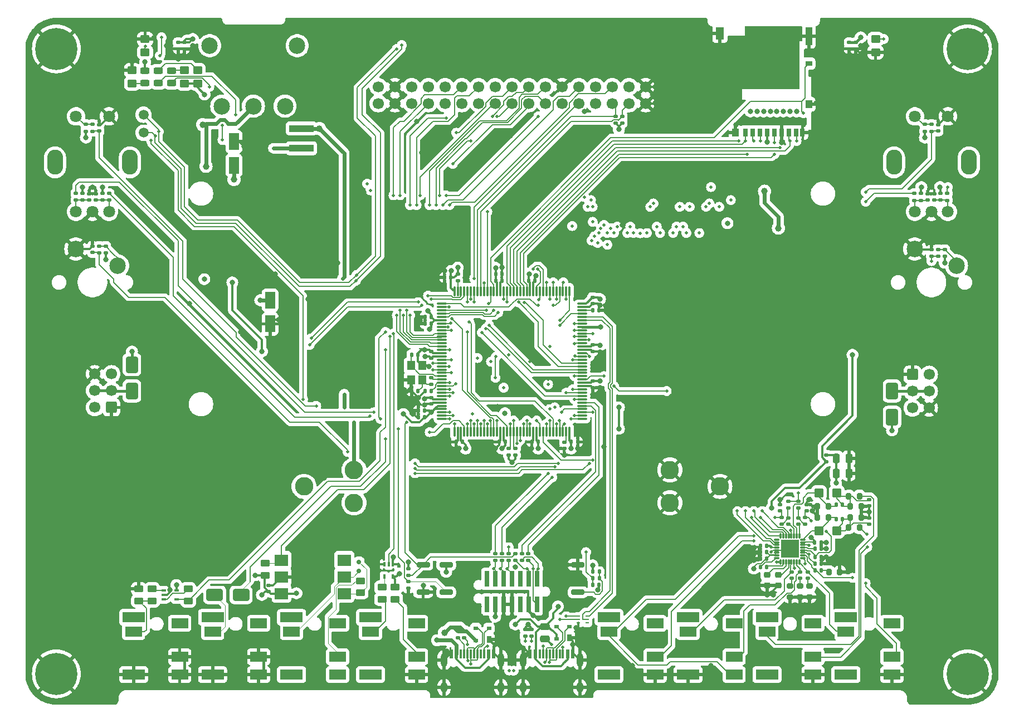
<source format=gbr>
%TF.GenerationSoftware,KiCad,Pcbnew,8.0.5*%
%TF.CreationDate,2024-12-13T13:38:04+01:00*%
%TF.ProjectId,KLST_PANDA,4b4c5354-5f50-4414-9e44-412e6b696361,rev?*%
%TF.SameCoordinates,Original*%
%TF.FileFunction,Copper,L1,Top*%
%TF.FilePolarity,Positive*%
%FSLAX46Y46*%
G04 Gerber Fmt 4.6, Leading zero omitted, Abs format (unit mm)*
G04 Created by KiCad (PCBNEW 8.0.5) date 2024-12-13 13:38:04*
%MOMM*%
%LPD*%
G01*
G04 APERTURE LIST*
G04 Aperture macros list*
%AMRoundRect*
0 Rectangle with rounded corners*
0 $1 Rounding radius*
0 $2 $3 $4 $5 $6 $7 $8 $9 X,Y pos of 4 corners*
0 Add a 4 corners polygon primitive as box body*
4,1,4,$2,$3,$4,$5,$6,$7,$8,$9,$2,$3,0*
0 Add four circle primitives for the rounded corners*
1,1,$1+$1,$2,$3*
1,1,$1+$1,$4,$5*
1,1,$1+$1,$6,$7*
1,1,$1+$1,$8,$9*
0 Add four rect primitives between the rounded corners*
20,1,$1+$1,$2,$3,$4,$5,0*
20,1,$1+$1,$4,$5,$6,$7,0*
20,1,$1+$1,$6,$7,$8,$9,0*
20,1,$1+$1,$8,$9,$2,$3,0*%
G04 Aperture macros list end*
%TA.AperFunction,SMDPad,CuDef*%
%ADD10RoundRect,0.140000X-0.170000X0.140000X-0.170000X-0.140000X0.170000X-0.140000X0.170000X0.140000X0*%
%TD*%
%TA.AperFunction,SMDPad,CuDef*%
%ADD11RoundRect,0.140000X0.140000X0.170000X-0.140000X0.170000X-0.140000X-0.170000X0.140000X-0.170000X0*%
%TD*%
%TA.AperFunction,SMDPad,CuDef*%
%ADD12RoundRect,0.250000X-0.250000X-0.475000X0.250000X-0.475000X0.250000X0.475000X-0.250000X0.475000X0*%
%TD*%
%TA.AperFunction,SMDPad,CuDef*%
%ADD13RoundRect,0.250000X0.550000X-1.050000X0.550000X1.050000X-0.550000X1.050000X-0.550000X-1.050000X0*%
%TD*%
%TA.AperFunction,SMDPad,CuDef*%
%ADD14R,3.700000X1.100000*%
%TD*%
%TA.AperFunction,SMDPad,CuDef*%
%ADD15R,2.500000X1.500000*%
%TD*%
%TA.AperFunction,SMDPad,CuDef*%
%ADD16R,3.400000X1.500000*%
%TD*%
%TA.AperFunction,SMDPad,CuDef*%
%ADD17RoundRect,0.250000X-1.000000X-0.650000X1.000000X-0.650000X1.000000X0.650000X-1.000000X0.650000X0*%
%TD*%
%TA.AperFunction,SMDPad,CuDef*%
%ADD18RoundRect,0.135000X0.185000X-0.135000X0.185000X0.135000X-0.185000X0.135000X-0.185000X-0.135000X0*%
%TD*%
%TA.AperFunction,SMDPad,CuDef*%
%ADD19RoundRect,0.140000X0.170000X-0.140000X0.170000X0.140000X-0.170000X0.140000X-0.170000X-0.140000X0*%
%TD*%
%TA.AperFunction,SMDPad,CuDef*%
%ADD20RoundRect,0.250000X0.450000X0.425000X-0.450000X0.425000X-0.450000X-0.425000X0.450000X-0.425000X0*%
%TD*%
%TA.AperFunction,SMDPad,CuDef*%
%ADD21RoundRect,0.140000X-0.140000X-0.170000X0.140000X-0.170000X0.140000X0.170000X-0.140000X0.170000X0*%
%TD*%
%TA.AperFunction,SMDPad,CuDef*%
%ADD22RoundRect,0.200000X-0.275000X0.200000X-0.275000X-0.200000X0.275000X-0.200000X0.275000X0.200000X0*%
%TD*%
%TA.AperFunction,SMDPad,CuDef*%
%ADD23RoundRect,0.243750X0.456250X-0.243750X0.456250X0.243750X-0.456250X0.243750X-0.456250X-0.243750X0*%
%TD*%
%TA.AperFunction,SMDPad,CuDef*%
%ADD24R,0.600000X0.250000*%
%TD*%
%TA.AperFunction,SMDPad,CuDef*%
%ADD25RoundRect,0.135000X-0.185000X0.135000X-0.185000X-0.135000X0.185000X-0.135000X0.185000X0.135000X0*%
%TD*%
%TA.AperFunction,SMDPad,CuDef*%
%ADD26RoundRect,0.225000X-0.250000X0.225000X-0.250000X-0.225000X0.250000X-0.225000X0.250000X0.225000X0*%
%TD*%
%TA.AperFunction,SMDPad,CuDef*%
%ADD27RoundRect,0.250000X0.650000X-1.000000X0.650000X1.000000X-0.650000X1.000000X-0.650000X-1.000000X0*%
%TD*%
%TA.AperFunction,SMDPad,CuDef*%
%ADD28R,2.000000X1.780000*%
%TD*%
%TA.AperFunction,SMDPad,CuDef*%
%ADD29RoundRect,0.150000X0.200000X-0.150000X0.200000X0.150000X-0.200000X0.150000X-0.200000X-0.150000X0*%
%TD*%
%TA.AperFunction,SMDPad,CuDef*%
%ADD30RoundRect,0.250000X-0.450000X0.350000X-0.450000X-0.350000X0.450000X-0.350000X0.450000X0.350000X0*%
%TD*%
%TA.AperFunction,SMDPad,CuDef*%
%ADD31RoundRect,0.200000X0.800000X-0.200000X0.800000X0.200000X-0.800000X0.200000X-0.800000X-0.200000X0*%
%TD*%
%TA.AperFunction,SMDPad,CuDef*%
%ADD32RoundRect,0.250000X0.450000X-0.262500X0.450000X0.262500X-0.450000X0.262500X-0.450000X-0.262500X0*%
%TD*%
%TA.AperFunction,ComponentPad*%
%ADD33RoundRect,0.250000X-0.600000X-0.600000X0.600000X-0.600000X0.600000X0.600000X-0.600000X0.600000X0*%
%TD*%
%TA.AperFunction,ComponentPad*%
%ADD34C,1.700000*%
%TD*%
%TA.AperFunction,SMDPad,CuDef*%
%ADD35RoundRect,0.006600X-0.358400X-0.103400X0.358400X-0.103400X0.358400X0.103400X-0.358400X0.103400X0*%
%TD*%
%TA.AperFunction,SMDPad,CuDef*%
%ADD36RoundRect,0.006600X0.103400X-0.358400X0.103400X0.358400X-0.103400X0.358400X-0.103400X-0.358400X0*%
%TD*%
%TA.AperFunction,SMDPad,CuDef*%
%ADD37R,2.700000X2.700000*%
%TD*%
%TA.AperFunction,SMDPad,CuDef*%
%ADD38R,0.650000X0.400000*%
%TD*%
%TA.AperFunction,SMDPad,CuDef*%
%ADD39RoundRect,0.200000X-0.200000X-0.275000X0.200000X-0.275000X0.200000X0.275000X-0.200000X0.275000X0*%
%TD*%
%TA.AperFunction,ComponentPad*%
%ADD40C,0.800000*%
%TD*%
%TA.AperFunction,ComponentPad*%
%ADD41C,6.400000*%
%TD*%
%TA.AperFunction,SMDPad,CuDef*%
%ADD42RoundRect,0.250000X-0.450000X0.262500X-0.450000X-0.262500X0.450000X-0.262500X0.450000X0.262500X0*%
%TD*%
%TA.AperFunction,SMDPad,CuDef*%
%ADD43RoundRect,0.147500X-0.172500X0.147500X-0.172500X-0.147500X0.172500X-0.147500X0.172500X0.147500X0*%
%TD*%
%TA.AperFunction,SMDPad,CuDef*%
%ADD44RoundRect,0.075000X-0.662500X-0.075000X0.662500X-0.075000X0.662500X0.075000X-0.662500X0.075000X0*%
%TD*%
%TA.AperFunction,SMDPad,CuDef*%
%ADD45RoundRect,0.075000X-0.075000X-0.662500X0.075000X-0.662500X0.075000X0.662500X-0.075000X0.662500X0*%
%TD*%
%TA.AperFunction,ComponentPad*%
%ADD46RoundRect,0.250000X0.600000X0.600000X-0.600000X0.600000X-0.600000X-0.600000X0.600000X-0.600000X0*%
%TD*%
%TA.AperFunction,SMDPad,CuDef*%
%ADD47RoundRect,0.200000X0.200000X0.275000X-0.200000X0.275000X-0.200000X-0.275000X0.200000X-0.275000X0*%
%TD*%
%TA.AperFunction,ComponentPad*%
%ADD48C,2.500000*%
%TD*%
%TA.AperFunction,SMDPad,CuDef*%
%ADD49R,0.700000X1.200000*%
%TD*%
%TA.AperFunction,SMDPad,CuDef*%
%ADD50R,1.000000X0.800000*%
%TD*%
%TA.AperFunction,SMDPad,CuDef*%
%ADD51R,1.000000X1.200000*%
%TD*%
%TA.AperFunction,SMDPad,CuDef*%
%ADD52R,1.000000X2.800000*%
%TD*%
%TA.AperFunction,SMDPad,CuDef*%
%ADD53R,1.300000X1.900000*%
%TD*%
%TA.AperFunction,SMDPad,CuDef*%
%ADD54R,0.600000X1.450000*%
%TD*%
%TA.AperFunction,SMDPad,CuDef*%
%ADD55R,0.300000X1.450000*%
%TD*%
%TA.AperFunction,ComponentPad*%
%ADD56O,1.000000X2.100000*%
%TD*%
%TA.AperFunction,ComponentPad*%
%ADD57O,1.000000X1.600000*%
%TD*%
%TA.AperFunction,SMDPad,CuDef*%
%ADD58R,0.400000X0.650000*%
%TD*%
%TA.AperFunction,SMDPad,CuDef*%
%ADD59C,1.500000*%
%TD*%
%TA.AperFunction,SMDPad,CuDef*%
%ADD60RoundRect,0.147500X0.172500X-0.147500X0.172500X0.147500X-0.172500X0.147500X-0.172500X-0.147500X0*%
%TD*%
%TA.AperFunction,SMDPad,CuDef*%
%ADD61RoundRect,0.250000X-0.650000X1.000000X-0.650000X-1.000000X0.650000X-1.000000X0.650000X1.000000X0*%
%TD*%
%TA.AperFunction,SMDPad,CuDef*%
%ADD62RoundRect,0.250000X-0.550000X1.050000X-0.550000X-1.050000X0.550000X-1.050000X0.550000X1.050000X0*%
%TD*%
%TA.AperFunction,SMDPad,CuDef*%
%ADD63RoundRect,0.250000X-0.475000X0.250000X-0.475000X-0.250000X0.475000X-0.250000X0.475000X0.250000X0*%
%TD*%
%TA.AperFunction,SMDPad,CuDef*%
%ADD64R,0.700000X1.000000*%
%TD*%
%TA.AperFunction,SMDPad,CuDef*%
%ADD65R,0.700000X0.600000*%
%TD*%
%TA.AperFunction,SMDPad,CuDef*%
%ADD66RoundRect,0.135000X-0.135000X-0.185000X0.135000X-0.185000X0.135000X0.185000X-0.135000X0.185000X0*%
%TD*%
%TA.AperFunction,SMDPad,CuDef*%
%ADD67R,0.740000X2.400000*%
%TD*%
%TA.AperFunction,SMDPad,CuDef*%
%ADD68RoundRect,0.250000X0.450000X-0.350000X0.450000X0.350000X-0.450000X0.350000X-0.450000X-0.350000X0*%
%TD*%
%TA.AperFunction,SMDPad,CuDef*%
%ADD69R,1.200000X1.400000*%
%TD*%
%TA.AperFunction,ComponentPad*%
%ADD70C,2.800000*%
%TD*%
%TA.AperFunction,SMDPad,CuDef*%
%ADD71RoundRect,0.135000X0.135000X0.185000X-0.135000X0.185000X-0.135000X-0.185000X0.135000X-0.185000X0*%
%TD*%
%TA.AperFunction,ComponentPad*%
%ADD72O,2.400000X3.800000*%
%TD*%
%TA.AperFunction,ComponentPad*%
%ADD73C,1.800000*%
%TD*%
%TA.AperFunction,ViaPad*%
%ADD74C,0.800000*%
%TD*%
%TA.AperFunction,ViaPad*%
%ADD75C,0.500000*%
%TD*%
%TA.AperFunction,ViaPad*%
%ADD76C,1.000000*%
%TD*%
%TA.AperFunction,Conductor*%
%ADD77C,0.300000*%
%TD*%
%TA.AperFunction,Conductor*%
%ADD78C,0.400000*%
%TD*%
%TA.AperFunction,Conductor*%
%ADD79C,0.150000*%
%TD*%
%TA.AperFunction,Conductor*%
%ADD80C,0.090000*%
%TD*%
%TA.AperFunction,Conductor*%
%ADD81C,0.600000*%
%TD*%
%TA.AperFunction,Conductor*%
%ADD82C,0.200000*%
%TD*%
G04 APERTURE END LIST*
D10*
%TO.P,C80,1*%
%TO.N,/audio_codec/HEADPHONE_LEFT*%
X166750000Y-134520000D03*
%TO.P,C80,2*%
%TO.N,Net-(C80-Pad2)*%
X166750000Y-135480000D03*
%TD*%
D11*
%TO.P,C86,1*%
%TO.N,+1.8V*%
X162980000Y-132500000D03*
%TO.P,C86,2*%
%TO.N,GND*%
X162020000Y-132500000D03*
%TD*%
D12*
%TO.P,C71,1*%
%TO.N,+1.8VA*%
X173550000Y-117250000D03*
%TO.P,C71,2*%
%TO.N,GND*%
X175450000Y-117250000D03*
%TD*%
D13*
%TO.P,C37,1*%
%TO.N,/battery/+5V_OUT*%
X82000000Y-72699949D03*
%TO.P,C37,2*%
%TO.N,GND*%
X82000000Y-69099949D03*
%TD*%
D10*
%TO.P,C28,1*%
%TO.N,+3.3V*%
X136500000Y-100000000D03*
%TO.P,C28,2*%
%TO.N,GND*%
X136500000Y-100960000D03*
%TD*%
D14*
%TO.P,L3,1,1*%
%TO.N,/battery/(BAT_PLUS)*%
X92250000Y-67099949D03*
%TO.P,L3,2,2*%
%TO.N,/battery/LX*%
X92250000Y-70099949D03*
%TD*%
D11*
%TO.P,C13,1*%
%TO.N,Net-(C13-Pad1)*%
X109980000Y-107000000D03*
%TO.P,C13,2*%
%TO.N,GND*%
X109020000Y-107000000D03*
%TD*%
D15*
%TO.P,J16,R1*%
%TO.N,/audio_codec/(MIC_IN_RIGHT)*%
X146000000Y-147400000D03*
%TO.P,J16,R1N*%
%TO.N,unconnected-(J16-PadR1N)*%
X146000000Y-142300000D03*
D16*
%TO.P,J16,R2*%
%TO.N,unconnected-(J16-PadR2)*%
X139000000Y-150100000D03*
D15*
%TO.P,J16,S*%
%TO.N,GND*%
X146000000Y-150100000D03*
%TO.P,J16,T*%
%TO.N,/audio_codec/(MIC_IN_LEFT)*%
X139000000Y-143600000D03*
D16*
%TO.P,J16,TN*%
%TO.N,unconnected-(J16-PadTN)*%
X139000000Y-141400000D03*
%TD*%
D17*
%TO.P,D14,1,K*%
%TO.N,/ADC_DAC/OUTPUT_SIGNAL*%
X79072959Y-138000000D03*
%TO.P,D14,2,A*%
%TO.N,_DAC_USR*%
X83072959Y-138000000D03*
%TD*%
D18*
%TO.P,R5,1*%
%TO.N,+3.3V*%
X141000000Y-66260000D03*
%TO.P,R5,2*%
%TO.N,I2C_USR_SCL*%
X141000000Y-65240000D03*
%TD*%
D19*
%TO.P,C53,1*%
%TO.N,_MECH_BUTTON_01*%
X60500000Y-85960000D03*
%TO.P,C53,2*%
%TO.N,GND*%
X60500000Y-85000000D03*
%TD*%
D10*
%TO.P,C62,1*%
%TO.N,Net-(C62-Pad1)*%
X167750000Y-126270000D03*
%TO.P,C62,2*%
%TO.N,/audio_codec/MIC_IN_RIGHT*%
X167750000Y-127230000D03*
%TD*%
D19*
%TO.P,C41,1*%
%TO.N,Net-(C41-Pad1)*%
X60000000Y-77960000D03*
%TO.P,C41,2*%
%TO.N,GND*%
X60000000Y-77000000D03*
%TD*%
D20*
%TO.P,C66,1*%
%TO.N,Net-(C60-Pad2)*%
X173600000Y-128250000D03*
%TO.P,C66,2*%
%TO.N,/audio_codec/LINE_IN_RIGHT*%
X170900000Y-128250000D03*
%TD*%
D18*
%TO.P,R4,1*%
%TO.N,+3.3V*%
X124750000Y-116760000D03*
%TO.P,R4,2*%
%TO.N,_AUDIO_CODEC_I2C_SDA*%
X124750000Y-115740000D03*
%TD*%
D11*
%TO.P,C17,1*%
%TO.N,+3.3V*%
X112000000Y-95750000D03*
%TO.P,C17,2*%
%TO.N,GND*%
X111040000Y-95750000D03*
%TD*%
D21*
%TO.P,C26,1*%
%TO.N,+3.3V*%
X121770000Y-89250000D03*
%TO.P,C26,2*%
%TO.N,GND*%
X122730000Y-89250000D03*
%TD*%
D22*
%TO.P,R83,1*%
%TO.N,Net-(C80-Pad2)*%
X166500000Y-136675000D03*
%TO.P,R83,2*%
%TO.N,GND*%
X166500000Y-138325000D03*
%TD*%
D21*
%TO.P,C18,1*%
%TO.N,+3.3V*%
X133270000Y-114750000D03*
%TO.P,C18,2*%
%TO.N,GND*%
X134230000Y-114750000D03*
%TD*%
D11*
%TO.P,C12,1*%
%TO.N,+3.3VA*%
X110980000Y-111000000D03*
%TO.P,C12,2*%
%TO.N,GND*%
X110020000Y-111000000D03*
%TD*%
%TO.P,C25,1*%
%TO.N,NRST*%
X112000000Y-107000000D03*
%TO.P,C25,2*%
%TO.N,GND*%
X111040000Y-107000000D03*
%TD*%
D23*
%TO.P,D5,1,K*%
%TO.N,/battery/(LED_STDBY)*%
X70500000Y-60187500D03*
%TO.P,D5,2,A*%
%TO.N,Net-(D5-A)*%
X70500000Y-58312500D03*
%TD*%
D10*
%TO.P,C81,1*%
%TO.N,+3.3V*%
X74500000Y-54020000D03*
%TO.P,C81,2*%
%TO.N,GND*%
X74500000Y-54980000D03*
%TD*%
D24*
%TO.P,U7,1,D+_in*%
%TO.N,/USB/USB_CONNECTOR_PLUS*%
X134350000Y-141250000D03*
%TO.P,U7,2,D-_in*%
%TO.N,/USB/USB_CONNECTOR_MINUS*%
X134350000Y-141750000D03*
%TO.P,U7,3,GND*%
%TO.N,GND*%
X134350000Y-142250000D03*
%TO.P,U7,4,NC*%
%TO.N,unconnected-(U7-NC-Pad4)*%
X135650000Y-142250000D03*
%TO.P,U7,5,D-_out*%
%TO.N,_USB_DEVICE_HOST_N*%
X135650000Y-141750000D03*
%TO.P,U7,6,D+_out*%
%TO.N,_USB_DEVICE_HOST_P*%
X135650000Y-141250000D03*
%TD*%
D25*
%TO.P,R29,1*%
%TO.N,+3.3V*%
X189400000Y-76980000D03*
%TO.P,R29,2*%
%TO.N,Net-(C40-Pad1)*%
X189400000Y-78000000D03*
%TD*%
D26*
%TO.P,C67,1*%
%TO.N,Net-(U13-CPVOUTN)*%
X164750000Y-134975000D03*
%TO.P,C67,2*%
%TO.N,GND*%
X164750000Y-136525000D03*
%TD*%
D21*
%TO.P,C70,1*%
%TO.N,Net-(U13-CPCA)*%
X162020000Y-133750000D03*
%TO.P,C70,2*%
%TO.N,Net-(U13-CPCB)*%
X162980000Y-133750000D03*
%TD*%
D27*
%TO.P,D10,1,K*%
%TO.N,Net-(D10-K)*%
X66500000Y-107000000D03*
%TO.P,D10,2,A*%
%TO.N,+3.3V*%
X66500000Y-103000000D03*
%TD*%
D28*
%TO.P,U5,1*%
%TO.N,Net-(D11-K)*%
X98765000Y-137790000D03*
%TO.P,U5,2*%
%TO.N,/MIDI_analog/MIDI_IN_SINK(5)*%
X98765000Y-135250000D03*
%TO.P,U5,3*%
%TO.N,unconnected-(U5-Pad3)*%
X98765000Y-132710000D03*
%TO.P,U5,4*%
%TO.N,_MIDI_ANALOG_IN*%
X89235000Y-132710000D03*
%TO.P,U5,5*%
%TO.N,GND*%
X89235000Y-135250000D03*
%TO.P,U5,6*%
%TO.N,+3.3V*%
X89235000Y-137790000D03*
%TD*%
D18*
%TO.P,R11,1*%
%TO.N,GND*%
X108500000Y-137010000D03*
%TO.P,R11,2*%
%TO.N,BOOT0*%
X108500000Y-135990000D03*
%TD*%
D11*
%TO.P,C10,1*%
%TO.N,+3.3VA*%
X110980000Y-110000000D03*
%TO.P,C10,2*%
%TO.N,GND*%
X110020000Y-110000000D03*
%TD*%
D15*
%TO.P,J11,R1*%
%TO.N,GND*%
X85750000Y-147400000D03*
%TO.P,J11,R1N*%
%TO.N,unconnected-(J11-PadR1N)*%
X85750000Y-142300000D03*
D16*
%TO.P,J11,R2*%
%TO.N,GND*%
X78750000Y-150100000D03*
D15*
%TO.P,J11,S*%
X85750000Y-150100000D03*
%TO.P,J11,T*%
%TO.N,/ADC_DAC/OUTPUT_SIGNAL*%
X78750000Y-143600000D03*
D16*
%TO.P,J11,TN*%
%TO.N,unconnected-(J11-PadTN)*%
X78750000Y-141400000D03*
%TD*%
D29*
%TO.P,D11,1,K*%
%TO.N,Net-(D11-K)*%
X101000000Y-132975000D03*
%TO.P,D11,2,A*%
%TO.N,/MIDI_analog/MIDI_IN_SINK(5)*%
X101000000Y-134375000D03*
%TD*%
D26*
%TO.P,C68,1*%
%TO.N,Net-(U13-CPVOUTP)*%
X163000000Y-134975000D03*
%TO.P,C68,2*%
%TO.N,GND*%
X163000000Y-136525000D03*
%TD*%
D30*
%TO.P,R8,1*%
%TO.N,GND*%
X66500000Y-58250000D03*
%TO.P,R8,2*%
%TO.N,/core/(PWR_LED)*%
X66500000Y-60250000D03*
%TD*%
D31*
%TO.P,SW1,1,1*%
%TO.N,GND*%
X110750000Y-137600000D03*
%TO.P,SW1,2,2*%
%TO.N,NRST*%
X110750000Y-133400000D03*
%TD*%
D25*
%TO.P,R43,1*%
%TO.N,GND*%
X127250000Y-143240000D03*
%TO.P,R43,2*%
%TO.N,Net-(J9-CC1)*%
X127250000Y-144260000D03*
%TD*%
D10*
%TO.P,C60,1*%
%TO.N,GND*%
X178500000Y-126270000D03*
%TO.P,C60,2*%
%TO.N,Net-(C60-Pad2)*%
X178500000Y-127230000D03*
%TD*%
D32*
%TO.P,R48,1*%
%TO.N,/ADC_DAC/INPUT_SIGNAL*%
X69550000Y-138912500D03*
%TO.P,R48,2*%
%TO.N,Net-(U9-+)*%
X69550000Y-137087500D03*
%TD*%
D33*
%TO.P,J5,1,Pin_1*%
%TO.N,GND*%
X185100000Y-104500000D03*
D34*
%TO.P,J5,2,Pin_2*%
%TO.N,_IDC_SERIAL_01_TX*%
X187640000Y-104500000D03*
%TO.P,J5,3,Pin_3*%
%TO.N,Net-(D9-K)*%
X185100000Y-107040000D03*
%TO.P,J5,4,Pin_4*%
X187640000Y-107040000D03*
%TO.P,J5,5,Pin_5*%
%TO.N,_IDC_SERIAL_01_RX*%
X185100000Y-109580000D03*
%TO.P,J5,6,Pin_6*%
%TO.N,GND*%
X187640000Y-109580000D03*
%TD*%
D35*
%TO.P,U13,1,GPIO1/IRQ*%
%TO.N,unconnected-(U13-GPIO1{slash}IRQ-Pad1)*%
X164510000Y-129600000D03*
%TO.P,U13,2,SCLK*%
%TO.N,_AUDIO_CODEC_I2C_SCL*%
X164510000Y-130000000D03*
%TO.P,U13,3,SDA*%
%TO.N,_AUDIO_CODEC_I2C_SDA*%
X164510000Y-130400000D03*
%TO.P,U13,4,DBVDD*%
%TO.N,+3.3V*%
X164510000Y-130800000D03*
%TO.P,U13,5,DGND*%
%TO.N,GND*%
X164510000Y-131200000D03*
%TO.P,U13,6,DCVDD*%
%TO.N,+1.8V*%
X164510000Y-131600000D03*
%TO.P,U13,7,CPVDD*%
X164510000Y-132000000D03*
%TO.P,U13,8,CPCA*%
%TO.N,Net-(U13-CPCA)*%
X164510000Y-132400000D03*
D36*
%TO.P,U13,9,CPGND*%
%TO.N,GND*%
X165100000Y-132990000D03*
%TO.P,U13,10,CPCB*%
%TO.N,Net-(U13-CPCB)*%
X165500000Y-132990000D03*
%TO.P,U13,11,CPVOUTP*%
%TO.N,Net-(U13-CPVOUTP)*%
X165900000Y-132990000D03*
%TO.P,U13,12,CPVOUTN*%
%TO.N,Net-(U13-CPVOUTN)*%
X166300000Y-132990000D03*
%TO.P,U13,13,HPOUTL*%
%TO.N,/audio_codec/HEADPHONE_LEFT*%
X166700000Y-132990000D03*
%TO.P,U13,14,HPOUTFB*%
%TO.N,GND*%
X167100000Y-132990000D03*
%TO.P,U13,15,HPOUTR*%
%TO.N,/audio_codec/HEADPHONE_RIGHT*%
X167500000Y-132990000D03*
%TO.P,U13,16,LINEOUTL*%
%TO.N,/audio_codec/LINE_OUT_LEFT*%
X167900000Y-132990000D03*
D35*
%TO.P,U13,17,LINEOUTFB*%
%TO.N,GND*%
X168490000Y-132400000D03*
%TO.P,U13,18,LINEOUTR*%
%TO.N,/audio_codec/LINE_OUT_RIGHT*%
X168490000Y-132000000D03*
%TO.P,U13,19,MICVDD*%
%TO.N,+3.3V*%
X168490000Y-131600000D03*
%TO.P,U13,20,MICBIAS*%
%TO.N,/audio_codec/MIC_BIAS*%
X168490000Y-131200000D03*
%TO.P,U13,21,VMIDC*%
%TO.N,Net-(U13-VMIDC)*%
X168490000Y-130800000D03*
%TO.P,U13,22,AGND*%
%TO.N,GND*%
X168490000Y-130400000D03*
%TO.P,U13,23,AVDD*%
%TO.N,+1.8VA*%
X168490000Y-130000000D03*
%TO.P,U13,24,IN2R*%
%TO.N,/audio_codec/LINE_IN_RIGHT*%
X168490000Y-129600000D03*
D36*
%TO.P,U13,25,IN1R/DMICDAT2*%
%TO.N,/audio_codec/MIC_IN_RIGHT*%
X167900000Y-129010000D03*
%TO.P,U13,26,IN2L*%
%TO.N,/audio_codec/LINE_IN_LEFT*%
X167500000Y-129010000D03*
%TO.P,U13,27,IN1L/DMICDAT1*%
%TO.N,/audio_codec/MIC_IN_LEFT*%
X167100000Y-129010000D03*
%TO.P,U13,28,MCLK*%
%TO.N,_AUDIO_CODEC_SAI_MCLK*%
X166700000Y-129010000D03*
%TO.P,U13,29,BCLK/GPIO4*%
%TO.N,_AUDIO_CODEC_SAI_SCK*%
X166300000Y-129010000D03*
%TO.P,U13,30,LRCLK*%
%TO.N,_AUDIO_CODEC_SAI_FS*%
X165900000Y-129010000D03*
%TO.P,U13,31,ADCDAT*%
%TO.N,_AUDIO_CODEC_SAI_SD_IN*%
X165500000Y-129010000D03*
%TO.P,U13,32,DACDAT*%
%TO.N,_AUDIO_CODEC_SAI_SD_OUT*%
X165100000Y-129010000D03*
D37*
%TO.P,U13,33,GND_PADDLE*%
%TO.N,GND*%
X166500000Y-131000000D03*
%TD*%
D11*
%TO.P,C64,1*%
%TO.N,Net-(C57-Pad2)*%
X174480000Y-124250000D03*
%TO.P,C64,2*%
%TO.N,/audio_codec/LINE_IN_LEFT*%
X173520000Y-124250000D03*
%TD*%
D19*
%TO.P,C52,1*%
%TO.N,_MECH_BUTTON_00*%
X188000000Y-86480000D03*
%TO.P,C52,2*%
%TO.N,GND*%
X188000000Y-85520000D03*
%TD*%
D38*
%TO.P,U9,1,+*%
%TO.N,Net-(U9-+)*%
X71350000Y-137350000D03*
%TO.P,U9,2,V-*%
%TO.N,GND*%
X71350000Y-138000000D03*
%TO.P,U9,3,-*%
%TO.N,Net-(U9--)*%
X71350000Y-138650000D03*
%TO.P,U9,4*%
%TO.N,_ADC_USR*%
X73250000Y-138650000D03*
%TO.P,U9,5,V+*%
%TO.N,+3.3V*%
X73250000Y-137350000D03*
%TD*%
D18*
%TO.P,R6,1*%
%TO.N,+3.3V*%
X140000000Y-66260000D03*
%TO.P,R6,2*%
%TO.N,I2C_USR_SDA*%
X140000000Y-65240000D03*
%TD*%
D21*
%TO.P,C27,1*%
%TO.N,/core/_VCAP_2*%
X136520000Y-94750000D03*
%TO.P,C27,2*%
%TO.N,GND*%
X137480000Y-94750000D03*
%TD*%
D11*
%TO.P,C14,1*%
%TO.N,+3.3V*%
X123230000Y-114750000D03*
%TO.P,C14,2*%
%TO.N,GND*%
X122270000Y-114750000D03*
%TD*%
D10*
%TO.P,C50,1*%
%TO.N,+3.3V*%
X175500000Y-54020000D03*
%TO.P,C50,2*%
%TO.N,GND*%
X175500000Y-54980000D03*
%TD*%
D25*
%TO.P,R52,1*%
%TO.N,Net-(R52-Pad1)*%
X62500000Y-84990000D03*
%TO.P,R52,2*%
%TO.N,+3.3V*%
X62500000Y-86010000D03*
%TD*%
D39*
%TO.P,R80,1*%
%TO.N,Net-(C77-Pad2)*%
X172425000Y-134500000D03*
%TO.P,R80,2*%
%TO.N,GND*%
X174075000Y-134500000D03*
%TD*%
D18*
%TO.P,R3,1*%
%TO.N,+3.3V*%
X123750000Y-116760000D03*
%TO.P,R3,2*%
%TO.N,_AUDIO_CODEC_I2C_SCL*%
X123750000Y-115740000D03*
%TD*%
D40*
%TO.P,H2,1,1*%
%TO.N,GND*%
X191100000Y-55000000D03*
X191802944Y-53302944D03*
X191802944Y-56697056D03*
X193500000Y-52600000D03*
D41*
X193500000Y-55000000D03*
D40*
X193500000Y-57400000D03*
X195197056Y-53302944D03*
X195197056Y-56697056D03*
X195900000Y-55000000D03*
%TD*%
D18*
%TO.P,R58,1*%
%TO.N,/programmer/SERIAL_RX*%
X126750000Y-132760000D03*
%TO.P,R58,2*%
%TO.N,_SERIAL_DEBUG_RX*%
X126750000Y-131740000D03*
%TD*%
D42*
%TO.P,R49,1*%
%TO.N,Net-(U9--)*%
X75050000Y-137087500D03*
%TO.P,R49,2*%
%TO.N,_ADC_USR*%
X75050000Y-138912500D03*
%TD*%
D25*
%TO.P,R35,1*%
%TO.N,+3.3V*%
X62000000Y-76970000D03*
%TO.P,R35,2*%
%TO.N,Net-(C43-Pad1)*%
X62000000Y-77990000D03*
%TD*%
D43*
%TO.P,FB3,1*%
%TO.N,/audio_codec/(MIC_IN_RIGHT)*%
X168750000Y-126265000D03*
%TO.P,FB3,2*%
%TO.N,Net-(C62-Pad1)*%
X168750000Y-127235000D03*
%TD*%
D18*
%TO.P,R55,1*%
%TO.N,/programmer/SWD_CLK*%
X122750000Y-132760000D03*
%TO.P,R55,2*%
%TO.N,_SWD_CLK*%
X122750000Y-131740000D03*
%TD*%
D25*
%TO.P,R76,1*%
%TO.N,/audio_codec/MIC_BIAS*%
X167750000Y-123740000D03*
%TO.P,R76,2*%
%TO.N,Net-(C62-Pad1)*%
X167750000Y-124760000D03*
%TD*%
D15*
%TO.P,J19,R1*%
%TO.N,/audio_codec/LINE_OUT_RIGHT*%
X182000000Y-147400000D03*
%TO.P,J19,R1N*%
%TO.N,unconnected-(J19-PadR1N)*%
X182000000Y-142300000D03*
D16*
%TO.P,J19,R2*%
%TO.N,unconnected-(J19-PadR2)*%
X175000000Y-150100000D03*
D15*
%TO.P,J19,S*%
%TO.N,GND*%
X182000000Y-150100000D03*
%TO.P,J19,T*%
%TO.N,/audio_codec/LINE_OUT_LEFT*%
X175000000Y-143600000D03*
D16*
%TO.P,J19,TN*%
%TO.N,unconnected-(J19-PadTN)*%
X175000000Y-141400000D03*
%TD*%
D21*
%TO.P,C87,1*%
%TO.N,+3.3V*%
X170270000Y-133250000D03*
%TO.P,C87,2*%
%TO.N,GND*%
X171230000Y-133250000D03*
%TD*%
D44*
%TO.P,U2,1,PE2*%
%TO.N,SPI_USR_SCK*%
X113587500Y-93750000D03*
%TO.P,U2,2,PE3*%
%TO.N,_AUDIO_CODEC_SAI_SD_OUT*%
X113587500Y-94250000D03*
%TO.P,U2,3,PE4*%
%TO.N,SPI_USR_CS*%
X113587500Y-94750000D03*
%TO.P,U2,4,PE5*%
%TO.N,SPI_USR_MISO*%
X113587500Y-95250000D03*
%TO.P,U2,5,PE6*%
%TO.N,SPI_USR_MOSI*%
X113587500Y-95750000D03*
%TO.P,U2,6,VBAT*%
%TO.N,+3.3V*%
X113587500Y-96250000D03*
%TO.P,U2,7,PC13*%
%TO.N,GPIO_10*%
X113587500Y-96750000D03*
%TO.P,U2,8,PC14*%
%TO.N,GPIO_09*%
X113587500Y-97250000D03*
%TO.P,U2,9,PC15*%
%TO.N,GPIO_08*%
X113587500Y-97750000D03*
%TO.P,U2,10,PF0*%
%TO.N,GPIO_03_PWM*%
X113587500Y-98250000D03*
%TO.P,U2,11,PF1*%
%TO.N,GPIO_02_PWM*%
X113587500Y-98750000D03*
%TO.P,U2,12,PF2*%
%TO.N,GPIO_01_PWM*%
X113587500Y-99250000D03*
%TO.P,U2,13,PF3*%
%TO.N,GPIO_00_PWM*%
X113587500Y-99750000D03*
%TO.P,U2,14,PF4*%
%TO.N,GPIO_07*%
X113587500Y-100250000D03*
%TO.P,U2,15,PF5*%
%TO.N,_ADC_USR*%
X113587500Y-100750000D03*
%TO.P,U2,16,VSS*%
%TO.N,GND*%
X113587500Y-101250000D03*
%TO.P,U2,17,VDD*%
%TO.N,+3.3V*%
X113587500Y-101750000D03*
%TO.P,U2,18,PF6*%
%TO.N,_EXT_MEMORY_A3*%
X113587500Y-102250000D03*
%TO.P,U2,19,PF7*%
%TO.N,_AUDIO_CODEC_SAI_MCLK*%
X113587500Y-102750000D03*
%TO.P,U2,20,PF8*%
%TO.N,_AUDIO_CODEC_SAI_SCK*%
X113587500Y-103250000D03*
%TO.P,U2,21,PF9*%
%TO.N,_AUDIO_CODEC_SAI_FS*%
X113587500Y-103750000D03*
%TO.P,U2,22,PF10*%
%TO.N,_EXT_MEMORY_CLK*%
X113587500Y-104250000D03*
%TO.P,U2,23,PH0*%
%TO.N,_RCC_OSC_IN*%
X113587500Y-104750000D03*
%TO.P,U2,24,PH1*%
%TO.N,_RCC_OSC_OUT*%
X113587500Y-105250000D03*
%TO.P,U2,25,NRST*%
%TO.N,NRST*%
X113587500Y-105750000D03*
%TO.P,U2,26,PC0*%
%TO.N,_DISPLAY_LTDC_R5*%
X113587500Y-106250000D03*
%TO.P,U2,27,PC1*%
%TO.N,_DISPLAY_LTDC_G5*%
X113587500Y-106750000D03*
%TO.P,U2,28,PC2_C*%
%TO.N,_AUDIO_MIC_CLK*%
X113587500Y-107250000D03*
%TO.P,U2,29,PC3_C*%
%TO.N,_AUDIO_MIC_DATA*%
X113587500Y-107750000D03*
%TO.P,U2,30,VDD*%
%TO.N,+3.3V*%
X113587500Y-108250000D03*
%TO.P,U2,31,VSSA*%
%TO.N,GND*%
X113587500Y-108750000D03*
%TO.P,U2,32,VREF+*%
%TO.N,+3.3VA*%
X113587500Y-109250000D03*
%TO.P,U2,33,VDDA*%
X113587500Y-109750000D03*
%TO.P,U2,34,PA0*%
%TO.N,_ENCODER_01_A*%
X113587500Y-110250000D03*
%TO.P,U2,35,PA1*%
%TO.N,_ENCODER_01_B*%
X113587500Y-110750000D03*
%TO.P,U2,36,PA2*%
%TO.N,_DISPLAY_LTDC_R1*%
X113587500Y-111250000D03*
D45*
%TO.P,U2,37,PA3*%
%TO.N,SERIAL_USR_RX*%
X115500000Y-113162500D03*
%TO.P,U2,38,VSS*%
%TO.N,GND*%
X116000000Y-113162500D03*
%TO.P,U2,39,VDD*%
%TO.N,+3.3V*%
X116500000Y-113162500D03*
%TO.P,U2,40,PA4*%
%TO.N,_DAC_USR*%
X117000000Y-113162500D03*
%TO.P,U2,41,PA5*%
%TO.N,_DISPLAY_LTDC_R4*%
X117500000Y-113162500D03*
%TO.P,U2,42,PA6*%
%TO.N,_DISPLAY_LTDC_G2*%
X118000000Y-113162500D03*
%TO.P,U2,43,PA7*%
%TO.N,_DISPLAY_LTDC_VSYNC*%
X118500000Y-113162500D03*
%TO.P,U2,44,PC4*%
%TO.N,_DISPLAY_ON_OFF*%
X119000000Y-113162500D03*
%TO.P,U2,45,PC5*%
%TO.N,_EXT_MEMORY_DQS*%
X119500000Y-113162500D03*
%TO.P,U2,46,PB0*%
%TO.N,_DISPLAY_LTDC_G1*%
X120000000Y-113162500D03*
%TO.P,U2,47,PB1*%
%TO.N,_DISPLAY_LTDC_G0*%
X120500000Y-113162500D03*
%TO.P,U2,48,PB2*%
%TO.N,_AUDIO_CODEC_SAI_SD_IN*%
X121000000Y-113162500D03*
%TO.P,U2,49,PF11*%
%TO.N,GPIO_05_ADC*%
X121500000Y-113162500D03*
%TO.P,U2,50,PF12*%
%TO.N,_BUTTON_PROGRAMMER*%
X122000000Y-113162500D03*
%TO.P,U2,51,VSS*%
%TO.N,GND*%
X122500000Y-113162500D03*
%TO.P,U2,52,VDD*%
%TO.N,+3.3V*%
X123000000Y-113162500D03*
%TO.P,U2,53,PF13*%
%TO.N,GPIO_04_ADC*%
X123500000Y-113162500D03*
%TO.P,U2,54,PF14*%
%TO.N,_AUDIO_CODEC_I2C_SCL*%
X124000000Y-113162500D03*
%TO.P,U2,55,PF15*%
%TO.N,_AUDIO_CODEC_I2C_SDA*%
X124500000Y-113162500D03*
%TO.P,U2,56,PG0*%
%TO.N,_IDC_SERIAL_01_RX*%
X125000000Y-113162500D03*
%TO.P,U2,57,PG1*%
%TO.N,_IDC_SERIAL_01_TX*%
X125500000Y-113162500D03*
%TO.P,U2,58,PE7*%
%TO.N,_EXT_MEMORY_A4*%
X126000000Y-113162500D03*
%TO.P,U2,59,PE8*%
%TO.N,_EXT_MEMORY_A5*%
X126500000Y-113162500D03*
%TO.P,U2,60,PE9*%
%TO.N,_EXT_MEMORY_A6*%
X127000000Y-113162500D03*
%TO.P,U2,61,VSS*%
%TO.N,GND*%
X127500000Y-113162500D03*
%TO.P,U2,62,VDD*%
%TO.N,+3.3V*%
X128000000Y-113162500D03*
%TO.P,U2,63,PE10*%
%TO.N,_EXT_MEMORY_A7*%
X128500000Y-113162500D03*
%TO.P,U2,64,PE11*%
%TO.N,_ENCODER_00_B*%
X129000000Y-113162500D03*
%TO.P,U2,65,PE12*%
%TO.N,_DISPLAY_LTDC_B4*%
X129500000Y-113162500D03*
%TO.P,U2,66,PE13*%
%TO.N,_DISPLAY_LTDC_DE*%
X130000000Y-113162500D03*
%TO.P,U2,67,PE14*%
%TO.N,GPIO_17*%
X130500000Y-113162500D03*
%TO.P,U2,68,PE15*%
%TO.N,_DISPLAY_LTDC_R7*%
X131000000Y-113162500D03*
%TO.P,U2,69,PB10*%
%TO.N,_DISPLAY_LTDC_G4*%
X131500000Y-113162500D03*
%TO.P,U2,70,PB11*%
%TO.N,_ENCODER_01_BUTTON*%
X132000000Y-113162500D03*
%TO.P,U2,71,VCAP*%
%TO.N,/core/_VCAP_1*%
X132500000Y-113162500D03*
%TO.P,U2,72,VDD*%
%TO.N,+3.3V*%
X133000000Y-113162500D03*
D44*
%TO.P,U2,73,PB12*%
%TO.N,_EXT_MEMORY_A0*%
X134912500Y-111250000D03*
%TO.P,U2,74,PB13*%
%TO.N,_EXT_MEMORY_A2*%
X134912500Y-110750000D03*
%TO.P,U2,75,PB14*%
%TO.N,_LED_00*%
X134912500Y-110250000D03*
%TO.P,U2,76,PB15*%
%TO.N,_LED_01*%
X134912500Y-109750000D03*
%TO.P,U2,77,PD8*%
%TO.N,_SERIAL_DEBUG_TX*%
X134912500Y-109250000D03*
%TO.P,U2,78,PD9*%
%TO.N,_SERIAL_DEBUG_RX*%
X134912500Y-108750000D03*
%TO.P,U2,79,PD10*%
%TO.N,_DISPLAY_LTDC_B3*%
X134912500Y-108250000D03*
%TO.P,U2,80,PD11*%
%TO.N,GPIO_06*%
X134912500Y-107750000D03*
%TO.P,U2,81,PD12*%
%TO.N,_EXT_MEMORY_A1*%
X134912500Y-107250000D03*
%TO.P,U2,82,PD13*%
%TO.N,_DISPLAY_TOUCH_INTERRUPT*%
X134912500Y-106750000D03*
%TO.P,U2,83,VSS*%
%TO.N,GND*%
X134912500Y-106250000D03*
%TO.P,U2,84,VDD*%
%TO.N,+3.3V*%
X134912500Y-105750000D03*
%TO.P,U2,85,PD14*%
%TO.N,_MECH_BUTTON_00*%
X134912500Y-105250000D03*
%TO.P,U2,86,PD15*%
%TO.N,_MECH_BUTTON_01*%
X134912500Y-104750000D03*
%TO.P,U2,87,PG2*%
%TO.N,GPIO_16*%
X134912500Y-104250000D03*
%TO.P,U2,88,PG3*%
%TO.N,GPIO_15*%
X134912500Y-103750000D03*
%TO.P,U2,89,PG4*%
%TO.N,GPIO_14*%
X134912500Y-103250000D03*
%TO.P,U2,90,PG5*%
%TO.N,GPIO_13*%
X134912500Y-102750000D03*
%TO.P,U2,91,PG6*%
%TO.N,_EXT_MEMORY_CHIP_SELECT*%
X134912500Y-102250000D03*
%TO.P,U2,92,PG7*%
%TO.N,_DISPLAY_LTDC_CLK*%
X134912500Y-101750000D03*
%TO.P,U2,93,PG8*%
%TO.N,_DISPLAY_LTDC_G7*%
X134912500Y-101250000D03*
%TO.P,U2,94,VSS*%
%TO.N,GND*%
X134912500Y-100750000D03*
%TO.P,U2,95,VDD33USB*%
%TO.N,+3.3V*%
X134912500Y-100250000D03*
%TO.P,U2,96,PC6*%
%TO.N,_DISPLAY_LTDC_HSYNC*%
X134912500Y-99750000D03*
%TO.P,U2,97,PC7*%
%TO.N,_DISPLAY_LTDC_G6*%
X134912500Y-99250000D03*
%TO.P,U2,98,PC8*%
%TO.N,_DISPLAY_BACKLIGHT_PWM*%
X134912500Y-98750000D03*
%TO.P,U2,99,PC9*%
%TO.N,_DISPLAY_LTDC_G3*%
X134912500Y-98250000D03*
%TO.P,U2,100,PA8*%
%TO.N,_ENCODER_00_A*%
X134912500Y-97750000D03*
%TO.P,U2,101,PA9*%
%TO.N,_USB_DEVICE_HOST_VBUS*%
X134912500Y-97250000D03*
%TO.P,U2,102,PA10*%
%TO.N,_ENCODER_00_BUTTON*%
X134912500Y-96750000D03*
%TO.P,U2,103,PA11*%
%TO.N,_USB_DEVICE_HOST_N*%
X134912500Y-96250000D03*
%TO.P,U2,104,PA12*%
%TO.N,_USB_DEVICE_HOST_P*%
X134912500Y-95750000D03*
%TO.P,U2,105,PA13(JTMS)*%
%TO.N,_SWD_IO*%
X134912500Y-95250000D03*
%TO.P,U2,106,VCAP*%
%TO.N,/core/_VCAP_2*%
X134912500Y-94750000D03*
%TO.P,U2,107,VSS*%
%TO.N,GND*%
X134912500Y-94250000D03*
%TO.P,U2,108,VDD*%
%TO.N,+3.3V*%
X134912500Y-93750000D03*
D45*
%TO.P,U2,109,PA14(JTCK)*%
%TO.N,_SWD_CLK*%
X133000000Y-91837500D03*
%TO.P,U2,110,PA15(JTDI)*%
%TO.N,_DISPLAY_LTDC_R3*%
X132500000Y-91837500D03*
%TO.P,U2,111,PC10*%
%TO.N,_DISPLAY_LTDC_R2*%
X132000000Y-91837500D03*
%TO.P,U2,112,PC11*%
%TO.N,_MIDI_ANALOG_IN*%
X131500000Y-91837500D03*
%TO.P,U2,113,PC12*%
%TO.N,_DISPLAY_LTDC_R6*%
X131000000Y-91837500D03*
%TO.P,U2,114,PD0*%
%TO.N,_DISPLAY_LTDC_B1*%
X130500000Y-91837500D03*
%TO.P,U2,115,PD1*%
%TO.N,_MIDI_ANALOG_OUT*%
X130000000Y-91837500D03*
%TO.P,U2,116,PD2*%
%TO.N,_DISPLAY_LTDC_B2*%
X129500000Y-91837500D03*
%TO.P,U2,117,PD3*%
%TO.N,GPIO_18*%
X129000000Y-91837500D03*
%TO.P,U2,118,PD4*%
%TO.N,GPIO_12*%
X128500000Y-91837500D03*
%TO.P,U2,119,PD5*%
%TO.N,SERIAL_USR_TX*%
X128000000Y-91837500D03*
%TO.P,U2,120,VSS*%
%TO.N,GND*%
X127500000Y-91837500D03*
%TO.P,U2,121,VDD*%
%TO.N,+3.3V*%
X127000000Y-91837500D03*
%TO.P,U2,122,PD6*%
%TO.N,_CARD_SDMMC_CK*%
X126500000Y-91837500D03*
%TO.P,U2,123,PD7*%
%TO.N,_CARD_SDMMC_CMD*%
X126000000Y-91837500D03*
%TO.P,U2,124,PG9*%
%TO.N,_CARD_SDMMC_D0*%
X125500000Y-91837500D03*
%TO.P,U2,125,PG10*%
%TO.N,_CARD_SDMMC_D1*%
X125000000Y-91837500D03*
%TO.P,U2,126,PG11*%
%TO.N,_CARD_SDMMC_D2*%
X124500000Y-91837500D03*
%TO.P,U2,127,PG12*%
%TO.N,_CARD_SDMMC_D3*%
X124000000Y-91837500D03*
%TO.P,U2,128,PG13*%
%TO.N,_DISPLAY_LTDC_R0*%
X123500000Y-91837500D03*
%TO.P,U2,129,PG14*%
%TO.N,_DISPLAY_LTDC_B0*%
X123000000Y-91837500D03*
%TO.P,U2,130,VSS*%
%TO.N,GND*%
X122500000Y-91837500D03*
%TO.P,U2,131,VDD*%
%TO.N,+3.3V*%
X122000000Y-91837500D03*
%TO.P,U2,132,PG15*%
%TO.N,_CARD_SDMMC_CHIP_DETECT*%
X121500000Y-91837500D03*
%TO.P,U2,133,PB3(JTDO)*%
%TO.N,_SWD_OUT*%
X121000000Y-91837500D03*
%TO.P,U2,134,PB4(NJTRST)*%
%TO.N,GPIO_11*%
X120500000Y-91837500D03*
%TO.P,U2,135,PB5*%
%TO.N,_DISPLAY_LTDC_B5*%
X120000000Y-91837500D03*
%TO.P,U2,136,PB6*%
%TO.N,I2C_USR_SCL*%
X119500000Y-91837500D03*
%TO.P,U2,137,PB7*%
%TO.N,I2C_USR_SDA*%
X119000000Y-91837500D03*
%TO.P,U2,138,BOOT0*%
%TO.N,BOOT0*%
X118500000Y-91837500D03*
%TO.P,U2,139,PB8*%
%TO.N,_DISPLAY_LTDC_B6*%
X118000000Y-91837500D03*
%TO.P,U2,140,PB9*%
%TO.N,_DISPLAY_LTDC_B7*%
X117500000Y-91837500D03*
%TO.P,U2,141,PE0*%
%TO.N,_IDC_SERIAL_00_RX*%
X117000000Y-91837500D03*
%TO.P,U2,142,PE1*%
%TO.N,_IDC_SERIAL_00_TX*%
X116500000Y-91837500D03*
%TO.P,U2,143,PDR_ON*%
%TO.N,/core/_PDR_ON*%
X116000000Y-91837500D03*
%TO.P,U2,144,VDD*%
%TO.N,+3.3V*%
X115500000Y-91837500D03*
%TD*%
D15*
%TO.P,J8,R1*%
%TO.N,/MIDI_analog/MIDI_OUT_SOURCE(4)*%
X109750000Y-147400000D03*
%TO.P,J8,R1N*%
%TO.N,unconnected-(J8-PadR1N)*%
X109750000Y-142300000D03*
D16*
%TO.P,J8,R2*%
%TO.N,unconnected-(J8-PadR2)*%
X102750000Y-150100000D03*
D15*
%TO.P,J8,S*%
%TO.N,GND*%
X109750000Y-150100000D03*
%TO.P,J8,T*%
%TO.N,/MIDI_analog/MIDI_OUT_SINK(5)*%
X102750000Y-143600000D03*
D16*
%TO.P,J8,TN*%
%TO.N,unconnected-(J8-PadTN)*%
X102750000Y-141400000D03*
%TD*%
D19*
%TO.P,C43,1*%
%TO.N,Net-(C43-Pad1)*%
X61000000Y-77960000D03*
%TO.P,C43,2*%
%TO.N,GND*%
X61000000Y-77000000D03*
%TD*%
D21*
%TO.P,C77,1*%
%TO.N,/audio_codec/LINE_OUT_RIGHT*%
X170270000Y-134250000D03*
%TO.P,C77,2*%
%TO.N,Net-(C77-Pad2)*%
X171230000Y-134250000D03*
%TD*%
D31*
%TO.P,SW2,1,1*%
%TO.N,BOOT0*%
X114250000Y-137600000D03*
%TO.P,SW2,2,2*%
%TO.N,+3.3V*%
X114250000Y-133400000D03*
%TD*%
D46*
%TO.P,J6,1,Pin_1*%
%TO.N,GND*%
X63400000Y-109500000D03*
D34*
%TO.P,J6,2,Pin_2*%
%TO.N,_IDC_SERIAL_00_TX*%
X60860000Y-109500000D03*
%TO.P,J6,3,Pin_3*%
%TO.N,Net-(D10-K)*%
X63400000Y-106960000D03*
%TO.P,J6,4,Pin_4*%
X60860000Y-106960000D03*
%TO.P,J6,5,Pin_5*%
%TO.N,_IDC_SERIAL_00_RX*%
X63400000Y-104420000D03*
%TO.P,J6,6,Pin_6*%
%TO.N,GND*%
X60860000Y-104420000D03*
%TD*%
D30*
%TO.P,R20,1*%
%TO.N,Net-(D5-A)*%
X76500000Y-58250000D03*
%TO.P,R20,2*%
%TO.N,_USB_DEVICE_HOST_VBUS*%
X76500000Y-60250000D03*
%TD*%
D19*
%TO.P,C42,1*%
%TO.N,_ENCODER_01_BUTTON*%
X61500000Y-67480000D03*
%TO.P,C42,2*%
%TO.N,GND*%
X61500000Y-66520000D03*
%TD*%
D47*
%TO.P,R73,1*%
%TO.N,/audio_codec/(LINE_IN_RIGHT)*%
X177075000Y-127750000D03*
%TO.P,R73,2*%
%TO.N,Net-(C60-Pad2)*%
X175425000Y-127750000D03*
%TD*%
D21*
%TO.P,C72,1*%
%TO.N,Net-(U13-VMIDC)*%
X170270000Y-131000000D03*
%TO.P,C72,2*%
%TO.N,GND*%
X171230000Y-131000000D03*
%TD*%
D18*
%TO.P,R59,1*%
%TO.N,/programmer/SERIAL_TX*%
X125750000Y-132750000D03*
%TO.P,R59,2*%
%TO.N,_SERIAL_DEBUG_TX*%
X125750000Y-131730000D03*
%TD*%
D48*
%TO.P,SW3,*%
%TO.N,*%
X78306688Y-54500000D03*
X91606662Y-54500000D03*
%TO.P,SW3,1,A*%
%TO.N,+5V*%
X80156573Y-63699898D03*
%TO.P,SW3,2,B*%
%TO.N,/battery/+5V_OUT*%
X84956675Y-63699898D03*
%TO.P,SW3,3,C*%
%TO.N,unconnected-(SW3-C-Pad3)*%
X89756777Y-63699898D03*
%TD*%
D49*
%TO.P,J1,1,DAT2*%
%TO.N,_CARD_SDMMC_D2*%
X159755000Y-67725000D03*
%TO.P,J1,2,DAT3/CD*%
%TO.N,_CARD_SDMMC_D3*%
X160855000Y-67725000D03*
%TO.P,J1,3,CMD*%
%TO.N,_CARD_SDMMC_CMD*%
X161955000Y-67725000D03*
%TO.P,J1,4,VDD*%
%TO.N,+3.3V*%
X163055000Y-67725000D03*
%TO.P,J1,5,CLK*%
%TO.N,_CARD_SDMMC_CK*%
X164155000Y-67725000D03*
%TO.P,J1,6,VSS*%
%TO.N,GND*%
X165255000Y-67725000D03*
%TO.P,J1,7,DAT0*%
%TO.N,_CARD_SDMMC_D0*%
X166355000Y-67725000D03*
%TO.P,J1,8,DAT1*%
%TO.N,_CARD_SDMMC_D1*%
X167455000Y-67725000D03*
%TO.P,J1,9,DET_B*%
%TO.N,GND*%
X168405000Y-67725000D03*
D50*
%TO.P,J1,10,DET_A*%
%TO.N,_CARD_SDMMC_CHIP_DETECT*%
X169355000Y-57225000D03*
D51*
%TO.P,J1,11,SHIELD*%
%TO.N,GND*%
X169355000Y-63425000D03*
D52*
X169355000Y-53075000D03*
D51*
X158205000Y-67725000D03*
D53*
X155855000Y-52625000D03*
%TD*%
D39*
%TO.P,R77,1*%
%TO.N,Net-(C60-Pad2)*%
X175675000Y-126250000D03*
%TO.P,R77,2*%
%TO.N,GND*%
X177325000Y-126250000D03*
%TD*%
D54*
%TO.P,J9,A1,GND*%
%TO.N,GND*%
X127000000Y-146955000D03*
%TO.P,J9,A4,VBUS*%
%TO.N,_USB_DEVICE_HOST_VBUS*%
X127800000Y-146955000D03*
D55*
%TO.P,J9,A5,CC1*%
%TO.N,Net-(J9-CC1)*%
X129000000Y-146955000D03*
%TO.P,J9,A6,D+*%
%TO.N,/USB/USB_CONNECTOR_PLUS*%
X130000000Y-146955000D03*
%TO.P,J9,A7,D-*%
%TO.N,/USB/USB_CONNECTOR_MINUS*%
X130500000Y-146955000D03*
%TO.P,J9,A8,SBU1*%
%TO.N,unconnected-(J9-SBU1-PadA8)*%
X131500000Y-146955000D03*
D54*
%TO.P,J9,A9,VBUS*%
%TO.N,_USB_DEVICE_HOST_VBUS*%
X132700000Y-146955000D03*
%TO.P,J9,A12,GND*%
%TO.N,GND*%
X133500000Y-146955000D03*
%TO.P,J9,B1,GND*%
X133500000Y-146955000D03*
%TO.P,J9,B4,VBUS*%
%TO.N,_USB_DEVICE_HOST_VBUS*%
X132700000Y-146955000D03*
D55*
%TO.P,J9,B5,CC2*%
%TO.N,Net-(J9-CC2)*%
X132000000Y-146955000D03*
%TO.P,J9,B6,D+*%
%TO.N,/USB/USB_CONNECTOR_PLUS*%
X131000000Y-146955000D03*
%TO.P,J9,B7,D-*%
%TO.N,/USB/USB_CONNECTOR_MINUS*%
X129500000Y-146955000D03*
%TO.P,J9,B8,SBU2*%
%TO.N,unconnected-(J9-SBU2-PadB8)*%
X128500000Y-146955000D03*
D54*
%TO.P,J9,B9,VBUS*%
%TO.N,_USB_DEVICE_HOST_VBUS*%
X127800000Y-146955000D03*
%TO.P,J9,B12,GND*%
%TO.N,GND*%
X127000000Y-146955000D03*
D56*
%TO.P,J9,S1,SHIELD*%
X125930000Y-147870000D03*
D57*
X125930000Y-152050000D03*
D56*
X134570000Y-147870000D03*
D57*
X134570000Y-152050000D03*
%TD*%
D58*
%TO.P,U6,1*%
%TO.N,GND*%
X106150000Y-133338438D03*
%TO.P,U6,2*%
%TO.N,_MIDI_ANALOG_OUT*%
X105500000Y-133338438D03*
%TO.P,U6,3,GND*%
%TO.N,GND*%
X104850000Y-133338438D03*
%TO.P,U6,4*%
%TO.N,Net-(R41-Pad2)*%
X104850000Y-135238438D03*
%TO.P,U6,5,VCC*%
%TO.N,+3.3V*%
X106150000Y-135238438D03*
%TD*%
D22*
%TO.P,R82,1*%
%TO.N,Net-(C79-Pad2)*%
X168000000Y-136675000D03*
%TO.P,R82,2*%
%TO.N,GND*%
X168000000Y-138325000D03*
%TD*%
D39*
%TO.P,R74,1*%
%TO.N,Net-(C57-Pad2)*%
X175675000Y-124500000D03*
%TO.P,R74,2*%
%TO.N,GND*%
X177325000Y-124500000D03*
%TD*%
D47*
%TO.P,R79,1*%
%TO.N,/audio_codec/LINE_IN_RIGHT*%
X172325000Y-126250000D03*
%TO.P,R79,2*%
%TO.N,GND*%
X170675000Y-126250000D03*
%TD*%
D25*
%TO.P,R10,1*%
%TO.N,+3.3V*%
X116000000Y-89240000D03*
%TO.P,R10,2*%
%TO.N,/core/_PDR_ON*%
X116000000Y-90260000D03*
%TD*%
D11*
%TO.P,C15,1*%
%TO.N,+3.3V*%
X128230000Y-114750000D03*
%TO.P,C15,2*%
%TO.N,GND*%
X127270000Y-114750000D03*
%TD*%
D25*
%TO.P,R36,1*%
%TO.N,_ENCODER_01_B*%
X63000000Y-76960000D03*
%TO.P,R36,2*%
%TO.N,Net-(C43-Pad1)*%
X63000000Y-77980000D03*
%TD*%
D15*
%TO.P,J7,R1*%
%TO.N,/MIDI_analog/MIDI_IN_SOURCE(4)*%
X97750000Y-147400000D03*
%TO.P,J7,R1N*%
%TO.N,unconnected-(J7-PadR1N)*%
X97750000Y-142300000D03*
D16*
%TO.P,J7,R2*%
%TO.N,unconnected-(J7-PadR2)*%
X90750000Y-150100000D03*
D15*
%TO.P,J7,S*%
%TO.N,/MIDI_analog/MIDI_IN_SHIELD(2)*%
X97750000Y-150100000D03*
%TO.P,J7,T*%
%TO.N,/MIDI_analog/MIDI_IN_SINK(5)*%
X90750000Y-143600000D03*
D16*
%TO.P,J7,TN*%
%TO.N,unconnected-(J7-PadTN)*%
X90750000Y-141400000D03*
%TD*%
D11*
%TO.P,C65,1*%
%TO.N,Net-(C60-Pad2)*%
X174480000Y-126500000D03*
%TO.P,C65,2*%
%TO.N,/audio_codec/LINE_IN_RIGHT*%
X173520000Y-126500000D03*
%TD*%
D18*
%TO.P,R57,1*%
%TO.N,/programmer/SWD_OUT*%
X123750000Y-132760000D03*
%TO.P,R57,2*%
%TO.N,_SWD_OUT*%
X123750000Y-131740000D03*
%TD*%
%TO.P,R25,1*%
%TO.N,Net-(C38-Pad1)*%
X185400000Y-78010000D03*
%TO.P,R25,2*%
%TO.N,_ENCODER_00_A*%
X185400000Y-76990000D03*
%TD*%
D19*
%TO.P,C38,1*%
%TO.N,Net-(C38-Pad1)*%
X187400000Y-78000000D03*
%TO.P,C38,2*%
%TO.N,GND*%
X187400000Y-77040000D03*
%TD*%
D18*
%TO.P,R53,1*%
%TO.N,_MECH_BUTTON_01*%
X61500000Y-86010000D03*
%TO.P,R53,2*%
%TO.N,Net-(R52-Pad1)*%
X61500000Y-84990000D03*
%TD*%
D40*
%TO.P,H1,1,1*%
%TO.N,GND*%
X52600000Y-55000000D03*
X53302944Y-53302944D03*
X53302944Y-56697056D03*
X55000000Y-52600000D03*
D41*
X55000000Y-55000000D03*
D40*
X55000000Y-57400000D03*
X56697056Y-53302944D03*
X56697056Y-56697056D03*
X57400000Y-55000000D03*
%TD*%
D54*
%TO.P,J10,A1,GND*%
%TO.N,GND*%
X115000000Y-146955000D03*
%TO.P,J10,A4,VBUS*%
%TO.N,/USB/VBUS_HOST_OUT*%
X115800000Y-146955000D03*
D55*
%TO.P,J10,A5,CC1*%
%TO.N,Net-(J10-CC1)*%
X117000000Y-146955000D03*
%TO.P,J10,A6,D+*%
%TO.N,/USB/USB_CONNECTOR_PLUS*%
X118000000Y-146955000D03*
%TO.P,J10,A7,D-*%
%TO.N,/USB/USB_CONNECTOR_MINUS*%
X118500000Y-146955000D03*
%TO.P,J10,A8,SBU1*%
%TO.N,unconnected-(J10-SBU1-PadA8)*%
X119500000Y-146955000D03*
D54*
%TO.P,J10,A9,VBUS*%
%TO.N,/USB/VBUS_HOST_OUT*%
X120700000Y-146955000D03*
%TO.P,J10,A12,GND*%
%TO.N,GND*%
X121500000Y-146955000D03*
%TO.P,J10,B1,GND*%
X121500000Y-146955000D03*
%TO.P,J10,B4,VBUS*%
%TO.N,/USB/VBUS_HOST_OUT*%
X120700000Y-146955000D03*
D55*
%TO.P,J10,B5,CC2*%
%TO.N,Net-(J10-CC2)*%
X120000000Y-146955000D03*
%TO.P,J10,B6,D+*%
%TO.N,/USB/USB_CONNECTOR_PLUS*%
X119000000Y-146955000D03*
%TO.P,J10,B7,D-*%
%TO.N,/USB/USB_CONNECTOR_MINUS*%
X117500000Y-146955000D03*
%TO.P,J10,B8,SBU2*%
%TO.N,unconnected-(J10-SBU2-PadB8)*%
X116500000Y-146955000D03*
D54*
%TO.P,J10,B9,VBUS*%
%TO.N,/USB/VBUS_HOST_OUT*%
X115800000Y-146955000D03*
%TO.P,J10,B12,GND*%
%TO.N,GND*%
X115000000Y-146955000D03*
D56*
%TO.P,J10,S1,SHIELD*%
X113930000Y-147870000D03*
D57*
X113930000Y-152050000D03*
D56*
X122570000Y-147870000D03*
D57*
X122570000Y-152050000D03*
%TD*%
D11*
%TO.P,C84,1*%
%TO.N,+1.8V*%
X162980000Y-131500000D03*
%TO.P,C84,2*%
%TO.N,GND*%
X162020000Y-131500000D03*
%TD*%
D40*
%TO.P,H4,1,1*%
%TO.N,GND*%
X191100000Y-150000000D03*
X191802944Y-148302944D03*
X191802944Y-151697056D03*
X193500000Y-147600000D03*
D41*
X193500000Y-150000000D03*
D40*
X193500000Y-152400000D03*
X195197056Y-148302944D03*
X195197056Y-151697056D03*
X195900000Y-150000000D03*
%TD*%
D59*
%TO.P,TP1,1,1*%
%TO.N,_AUDIO_MIC_CLK*%
X68250000Y-65000000D03*
%TD*%
D25*
%TO.P,R75,1*%
%TO.N,/audio_codec/MIC_BIAS*%
X166250000Y-123740000D03*
%TO.P,R75,2*%
%TO.N,Net-(C61-Pad1)*%
X166250000Y-124760000D03*
%TD*%
%TO.P,R32,1*%
%TO.N,+3.3V*%
X59000000Y-76960000D03*
%TO.P,R32,2*%
%TO.N,Net-(C41-Pad1)*%
X59000000Y-77980000D03*
%TD*%
D18*
%TO.P,R51,1*%
%TO.N,_MECH_BUTTON_00*%
X189000000Y-86510000D03*
%TO.P,R51,2*%
%TO.N,Net-(R50-Pad1)*%
X189000000Y-85490000D03*
%TD*%
D42*
%TO.P,R40,1*%
%TO.N,+3.3V*%
X106500000Y-136825938D03*
%TO.P,R40,2*%
%TO.N,/MIDI_analog/MIDI_OUT_SOURCE(4)*%
X106500000Y-138650938D03*
%TD*%
D25*
%TO.P,R33,1*%
%TO.N,Net-(R33-Pad1)*%
X59500000Y-66490000D03*
%TO.P,R33,2*%
%TO.N,+3.3V*%
X59500000Y-67510000D03*
%TD*%
D60*
%TO.P,L4,1*%
%TO.N,+1.8V*%
X172000000Y-117720000D03*
%TO.P,L4,2*%
%TO.N,+1.8VA*%
X172000000Y-116750000D03*
%TD*%
D30*
%TO.P,R21,1*%
%TO.N,Net-(D6-A)*%
X74500000Y-58250000D03*
%TO.P,R21,2*%
%TO.N,_USB_DEVICE_HOST_VBUS*%
X74500000Y-60250000D03*
%TD*%
D10*
%TO.P,C19,1*%
%TO.N,+3.3V*%
X136500000Y-105520000D03*
%TO.P,C19,2*%
%TO.N,GND*%
X136500000Y-106480000D03*
%TD*%
%TO.P,C78,1*%
%TO.N,/audio_codec/LINE_OUT_LEFT*%
X169250000Y-134520000D03*
%TO.P,C78,2*%
%TO.N,Net-(C78-Pad2)*%
X169250000Y-135480000D03*
%TD*%
D61*
%TO.P,D9,1,K*%
%TO.N,Net-(D9-K)*%
X182000000Y-107000000D03*
%TO.P,D9,2,A*%
%TO.N,+3.3V*%
X182000000Y-111000000D03*
%TD*%
D62*
%TO.P,C49,1*%
%TO.N,/USB/VBUS_HOST_OUT*%
X87500000Y-93200000D03*
%TO.P,C49,2*%
%TO.N,GND*%
X87500000Y-96800000D03*
%TD*%
D32*
%TO.P,R41,1*%
%TO.N,/MIDI_analog/MIDI_OUT_SINK(5)*%
X104500000Y-138650938D03*
%TO.P,R41,2*%
%TO.N,Net-(R41-Pad2)*%
X104500000Y-136825938D03*
%TD*%
D10*
%TO.P,C82,1*%
%TO.N,+3.3V*%
X73500000Y-54020000D03*
%TO.P,C82,2*%
%TO.N,GND*%
X73500000Y-54980000D03*
%TD*%
D63*
%TO.P,C46,1*%
%TO.N,_USB_DEVICE_HOST_VBUS*%
X129250000Y-142800000D03*
%TO.P,C46,2*%
%TO.N,GND*%
X129250000Y-144700000D03*
%TD*%
D18*
%TO.P,R9,1*%
%TO.N,NRST*%
X108500000Y-135010000D03*
%TO.P,R9,2*%
%TO.N,+3.3V*%
X108500000Y-133990000D03*
%TD*%
D64*
%TO.P,D13,1,A*%
%TO.N,GND*%
X120750000Y-144750000D03*
D65*
%TO.P,D13,2,K*%
%TO.N,/USB/USB_CONNECTOR_PLUS*%
X120750000Y-143050000D03*
%TO.P,D13,3,K*%
%TO.N,/USB/USB_CONNECTOR_MINUS*%
X118750000Y-143050000D03*
%TO.P,D13,4,K*%
%TO.N,+5V*%
X118750000Y-144950000D03*
%TD*%
D31*
%TO.P,SW6,1,1*%
%TO.N,Net-(R37-Pad1)*%
X134250000Y-137600000D03*
%TO.P,SW6,2,2*%
%TO.N,GND*%
X134250000Y-133400000D03*
%TD*%
D47*
%TO.P,R78,1*%
%TO.N,/audio_codec/LINE_IN_LEFT*%
X172325000Y-124500000D03*
%TO.P,R78,2*%
%TO.N,GND*%
X170675000Y-124500000D03*
%TD*%
D11*
%TO.P,C83,1*%
%TO.N,+3.3V*%
X162980000Y-130520000D03*
%TO.P,C83,2*%
%TO.N,GND*%
X162020000Y-130520000D03*
%TD*%
D21*
%TO.P,C85,1*%
%TO.N,+1.8VA*%
X170250000Y-130000000D03*
%TO.P,C85,2*%
%TO.N,GND*%
X171210000Y-130000000D03*
%TD*%
D66*
%TO.P,R38,1*%
%TO.N,_BUTTON_PROGRAMMER*%
X136490000Y-135475000D03*
%TO.P,R38,2*%
%TO.N,Net-(R37-Pad1)*%
X137510000Y-135475000D03*
%TD*%
D47*
%TO.P,R72,1*%
%TO.N,/audio_codec/(LINE_IN_LEFT)*%
X177075000Y-123000000D03*
%TO.P,R72,2*%
%TO.N,Net-(C57-Pad2)*%
X175425000Y-123000000D03*
%TD*%
D19*
%TO.P,C40,1*%
%TO.N,Net-(C40-Pad1)*%
X188400000Y-77980000D03*
%TO.P,C40,2*%
%TO.N,GND*%
X188400000Y-77020000D03*
%TD*%
D64*
%TO.P,D12,1,A*%
%TO.N,GND*%
X133000000Y-144500000D03*
D65*
%TO.P,D12,2,K*%
%TO.N,/USB/USB_CONNECTOR_PLUS*%
X133000000Y-142800000D03*
%TO.P,D12,3,K*%
%TO.N,/USB/USB_CONNECTOR_MINUS*%
X131000000Y-142800000D03*
%TO.P,D12,4,K*%
%TO.N,_USB_DEVICE_HOST_VBUS*%
X131000000Y-144700000D03*
%TD*%
D43*
%TO.P,FB2,1*%
%TO.N,/audio_codec/(MIC_IN_LEFT)*%
X165250000Y-126265000D03*
%TO.P,FB2,2*%
%TO.N,Net-(C61-Pad1)*%
X165250000Y-127235000D03*
%TD*%
D23*
%TO.P,D3,1,K*%
%TO.N,/core/(PWR_LED)*%
X68500000Y-60187500D03*
%TO.P,D3,2,A*%
%TO.N,+3.3V*%
X68500000Y-58312500D03*
%TD*%
D18*
%TO.P,R34,1*%
%TO.N,_ENCODER_01_BUTTON*%
X60500000Y-67510000D03*
%TO.P,R34,2*%
%TO.N,Net-(R33-Pad1)*%
X60500000Y-66490000D03*
%TD*%
D23*
%TO.P,D6,1,K*%
%TO.N,/battery/(LED_CHRG)*%
X72500000Y-60187500D03*
%TO.P,D6,2,A*%
%TO.N,Net-(D6-A)*%
X72500000Y-58312500D03*
%TD*%
D42*
%TO.P,R39,1*%
%TO.N,/MIDI_analog/MIDI_IN_SOURCE(4)*%
X101250000Y-135837500D03*
%TO.P,R39,2*%
%TO.N,Net-(D11-K)*%
X101250000Y-137662500D03*
%TD*%
D67*
%TO.P,J14,1,NC*%
%TO.N,unconnected-(J14-NC-Pad1)*%
X120440000Y-139450000D03*
%TO.P,J14,2,NC*%
%TO.N,unconnected-(J14-NC-Pad2)*%
X120440000Y-135550000D03*
%TO.P,J14,3,VCC*%
%TO.N,+3.3V*%
X121710000Y-139450000D03*
%TO.P,J14,4,JTMS/SWDIO*%
%TO.N,/programmer/SWD_IO*%
X121710000Y-135550000D03*
%TO.P,J14,5,GND*%
%TO.N,GND*%
X122980000Y-139450000D03*
%TO.P,J14,6,JCLK/SWCLK*%
%TO.N,/programmer/SWD_CLK*%
X122980000Y-135550000D03*
%TO.P,J14,7,GND*%
%TO.N,GND*%
X124250000Y-139450000D03*
%TO.P,J14,8,JTDO/SWO*%
%TO.N,/programmer/SWD_OUT*%
X124250000Y-135550000D03*
%TO.P,J14,9,JRCLK/NC*%
%TO.N,unconnected-(J14-JRCLK{slash}NC-Pad9)*%
X125520000Y-139450000D03*
%TO.P,J14,10,JTDI/NC*%
%TO.N,unconnected-(J14-JTDI{slash}NC-Pad10)*%
X125520000Y-135550000D03*
%TO.P,J14,11,GNDDetect*%
%TO.N,GND*%
X126790000Y-139450000D03*
%TO.P,J14,12,~{RST}*%
%TO.N,/programmer/RST*%
X126790000Y-135550000D03*
%TO.P,J14,13,VCP_RX*%
%TO.N,/programmer/SERIAL_RX*%
X128060000Y-139450000D03*
%TO.P,J14,14,VCP_TX*%
%TO.N,/programmer/SERIAL_TX*%
X128060000Y-135550000D03*
%TD*%
D25*
%TO.P,R27,1*%
%TO.N,Net-(R27-Pad1)*%
X187000000Y-66490000D03*
%TO.P,R27,2*%
%TO.N,+3.3V*%
X187000000Y-67510000D03*
%TD*%
D11*
%TO.P,C16,1*%
%TO.N,+3.3V*%
X112000000Y-96750000D03*
%TO.P,C16,2*%
%TO.N,GND*%
X111040000Y-96750000D03*
%TD*%
D15*
%TO.P,J17,R1*%
%TO.N,/audio_codec/(LINE_IN_RIGHT)*%
X170000000Y-147400000D03*
%TO.P,J17,R1N*%
%TO.N,unconnected-(J17-PadR1N)*%
X170000000Y-142300000D03*
D16*
%TO.P,J17,R2*%
%TO.N,unconnected-(J17-PadR2)*%
X163000000Y-150100000D03*
D15*
%TO.P,J17,S*%
%TO.N,GND*%
X170000000Y-150100000D03*
%TO.P,J17,T*%
%TO.N,/audio_codec/(LINE_IN_LEFT)*%
X163000000Y-143600000D03*
D16*
%TO.P,J17,TN*%
%TO.N,unconnected-(J17-PadTN)*%
X163000000Y-141400000D03*
%TD*%
D10*
%TO.P,C20,1*%
%TO.N,+3.3V*%
X136500000Y-92770000D03*
%TO.P,C20,2*%
%TO.N,GND*%
X136500000Y-93730000D03*
%TD*%
D15*
%TO.P,J18,R1*%
%TO.N,/audio_codec/HEADPHONE_RIGHT*%
X158000000Y-147400000D03*
%TO.P,J18,R1N*%
%TO.N,unconnected-(J18-PadR1N)*%
X158000000Y-142300000D03*
D16*
%TO.P,J18,R2*%
%TO.N,GND*%
X151000000Y-150100000D03*
D15*
%TO.P,J18,S*%
%TO.N,/audio_codec/(MIC_IN_LEFT)*%
X158000000Y-150100000D03*
%TO.P,J18,T*%
%TO.N,/audio_codec/HEADPHONE_LEFT*%
X151000000Y-143600000D03*
D16*
%TO.P,J18,TN*%
%TO.N,unconnected-(J18-PadTN)*%
X151000000Y-141400000D03*
%TD*%
D34*
%TO.P,J13,1,Pin_1*%
%TO.N,+3.3V*%
X103930000Y-63290000D03*
%TO.P,J13,2,Pin_2*%
%TO.N,+5V*%
X103930000Y-60750000D03*
%TO.P,J13,3,Pin_3*%
%TO.N,GND*%
X106470000Y-63290000D03*
%TO.P,J13,4,Pin_4*%
X106470000Y-60750000D03*
%TO.P,J13,5,Pin_5*%
%TO.N,GPIO_00_PWM*%
X109010000Y-63290000D03*
%TO.P,J13,6,Pin_6*%
%TO.N,GPIO_01_PWM*%
X109010000Y-60750000D03*
%TO.P,J13,7,Pin_7*%
%TO.N,GPIO_02_PWM*%
X111550000Y-63290000D03*
%TO.P,J13,8,Pin_8*%
%TO.N,GPIO_03_PWM*%
X111550000Y-60750000D03*
%TO.P,J13,9,Pin_9*%
%TO.N,GPIO_04_ADC*%
X114090000Y-63290000D03*
%TO.P,J13,10,Pin_10*%
%TO.N,GPIO_05_ADC*%
X114090000Y-60750000D03*
%TO.P,J13,11,Pin_11*%
%TO.N,GPIO_06*%
X116630000Y-63290000D03*
%TO.P,J13,12,Pin_12*%
%TO.N,GPIO_07*%
X116630000Y-60750000D03*
%TO.P,J13,13,Pin_13*%
%TO.N,GPIO_08*%
X119170000Y-63290000D03*
%TO.P,J13,14,Pin_14*%
%TO.N,GPIO_09*%
X119170000Y-60750000D03*
%TO.P,J13,15,Pin_15*%
%TO.N,GPIO_10*%
X121710000Y-63290000D03*
%TO.P,J13,16,Pin_16*%
%TO.N,GPIO_11*%
X121710000Y-60750000D03*
%TO.P,J13,17,Pin_17*%
%TO.N,GPIO_12*%
X124250000Y-63290000D03*
%TO.P,J13,18,Pin_18*%
%TO.N,GPIO_13*%
X124250000Y-60750000D03*
%TO.P,J13,19,Pin_19*%
%TO.N,GPIO_14*%
X126790000Y-63290000D03*
%TO.P,J13,20,Pin_20*%
%TO.N,GPIO_15*%
X126790000Y-60750000D03*
%TO.P,J13,21,Pin_21*%
%TO.N,GPIO_16*%
X129330000Y-63290000D03*
%TO.P,J13,22,Pin_22*%
%TO.N,GPIO_17*%
X129330000Y-60750000D03*
%TO.P,J13,23,Pin_23*%
%TO.N,GPIO_18*%
X131870000Y-63290000D03*
%TO.P,J13,24,Pin_24*%
%TO.N,GND*%
X131870000Y-60750000D03*
%TO.P,J13,25,Pin_25*%
%TO.N,SERIAL_USR_RX*%
X134410000Y-63290000D03*
%TO.P,J13,26,Pin_26*%
%TO.N,SPI_USR_CS*%
X134410000Y-60750000D03*
%TO.P,J13,27,Pin_27*%
%TO.N,SERIAL_USR_TX*%
X136950000Y-63290000D03*
%TO.P,J13,28,Pin_28*%
%TO.N,SPI_USR_MISO*%
X136950000Y-60750000D03*
%TO.P,J13,29,Pin_29*%
%TO.N,I2C_USR_SDA*%
X139490000Y-63290000D03*
%TO.P,J13,30,Pin_30*%
%TO.N,SPI_USR_MOSI*%
X139490000Y-60750000D03*
%TO.P,J13,31,Pin_31*%
%TO.N,I2C_USR_SCL*%
X142030000Y-63290000D03*
%TO.P,J13,32,Pin_32*%
%TO.N,SPI_USR_SCK*%
X142030000Y-60750000D03*
%TO.P,J13,33,Pin_33*%
%TO.N,GND*%
X144570000Y-63290000D03*
%TO.P,J13,34,Pin_34*%
X144570000Y-60750000D03*
%TD*%
D10*
%TO.P,C58,1*%
%TO.N,GND*%
X165000000Y-124270000D03*
%TO.P,C58,2*%
%TO.N,/audio_codec/(MIC_IN_LEFT)*%
X165000000Y-125230000D03*
%TD*%
D68*
%TO.P,R1,1*%
%TO.N,GND*%
X179500000Y-55500000D03*
%TO.P,R1,2*%
%TO.N,Net-(D1-K)*%
X179500000Y-53500000D03*
%TD*%
D12*
%TO.P,C69,1*%
%TO.N,+1.8VA*%
X173550000Y-119500000D03*
%TO.P,C69,2*%
%TO.N,GND*%
X175450000Y-119500000D03*
%TD*%
D19*
%TO.P,C6,1*%
%TO.N,+3.3V*%
X112000000Y-101980000D03*
%TO.P,C6,2*%
%TO.N,GND*%
X112000000Y-101020000D03*
%TD*%
D10*
%TO.P,C51,1*%
%TO.N,+3.3V*%
X176500000Y-54020000D03*
%TO.P,C51,2*%
%TO.N,GND*%
X176500000Y-54980000D03*
%TD*%
D18*
%TO.P,R56,1*%
%TO.N,/programmer/SWD_IO*%
X121750000Y-132760000D03*
%TO.P,R56,2*%
%TO.N,_SWD_IO*%
X121750000Y-131740000D03*
%TD*%
D30*
%TO.P,R2,1*%
%TO.N,GND*%
X68500000Y-53500000D03*
%TO.P,R2,2*%
%TO.N,Net-(D2-K)*%
X68500000Y-55500000D03*
%TD*%
D25*
%TO.P,R7,1*%
%TO.N,_RCC_OSC_OUT*%
X112000000Y-105000000D03*
%TO.P,R7,2*%
%TO.N,Net-(C13-Pad1)*%
X112000000Y-106020000D03*
%TD*%
D19*
%TO.P,C45,1*%
%TO.N,+3.3V*%
X87250000Y-137480000D03*
%TO.P,C45,2*%
%TO.N,GND*%
X87250000Y-136520000D03*
%TD*%
D21*
%TO.P,C74,1*%
%TO.N,/audio_codec/MIC_BIAS*%
X170270000Y-132250000D03*
%TO.P,C74,2*%
%TO.N,GND*%
X171230000Y-132250000D03*
%TD*%
D19*
%TO.P,C57,1*%
%TO.N,GND*%
X178500000Y-124480000D03*
%TO.P,C57,2*%
%TO.N,Net-(C57-Pad2)*%
X178500000Y-123520000D03*
%TD*%
D21*
%TO.P,C21,1*%
%TO.N,+3.3V*%
X126770000Y-90250000D03*
%TO.P,C21,2*%
%TO.N,GND*%
X127730000Y-90250000D03*
%TD*%
D11*
%TO.P,C11,1*%
%TO.N,+3.3V*%
X116730000Y-114750000D03*
%TO.P,C11,2*%
%TO.N,GND*%
X115770000Y-114750000D03*
%TD*%
D69*
%TO.P,Y1,1,1*%
%TO.N,_RCC_OSC_IN*%
X108900000Y-103150000D03*
%TO.P,Y1,2,2*%
%TO.N,GND*%
X108900000Y-105350000D03*
%TO.P,Y1,3,3*%
%TO.N,Net-(C13-Pad1)*%
X110600000Y-105350000D03*
%TO.P,Y1,4,4*%
%TO.N,GND*%
X110600000Y-103150000D03*
%TD*%
D21*
%TO.P,C44,1*%
%TO.N,_BUTTON_PROGRAMMER*%
X136520000Y-136475000D03*
%TO.P,C44,2*%
%TO.N,GND*%
X137480000Y-136475000D03*
%TD*%
D18*
%TO.P,R31,1*%
%TO.N,Net-(C41-Pad1)*%
X58000000Y-77990000D03*
%TO.P,R31,2*%
%TO.N,_ENCODER_01_A*%
X58000000Y-76970000D03*
%TD*%
D25*
%TO.P,R26,1*%
%TO.N,+3.3V*%
X186400000Y-76990000D03*
%TO.P,R26,2*%
%TO.N,Net-(C38-Pad1)*%
X186400000Y-78010000D03*
%TD*%
D11*
%TO.P,C23,1*%
%TO.N,+3.3V*%
X114980000Y-89750000D03*
%TO.P,C23,2*%
%TO.N,GND*%
X114020000Y-89750000D03*
%TD*%
D18*
%TO.P,R45,1*%
%TO.N,Net-(J10-CC1)*%
X116000000Y-144510000D03*
%TO.P,R45,2*%
%TO.N,+5V*%
X116000000Y-143490000D03*
%TD*%
D22*
%TO.P,R81,1*%
%TO.N,Net-(C78-Pad2)*%
X169500000Y-136675000D03*
%TO.P,R81,2*%
%TO.N,GND*%
X169500000Y-138325000D03*
%TD*%
D59*
%TO.P,TP2,1,1*%
%TO.N,_AUDIO_MIC_DATA*%
X68250000Y-67750000D03*
%TD*%
D15*
%TO.P,J12,R1*%
%TO.N,GND*%
X73750000Y-147400000D03*
%TO.P,J12,R1N*%
%TO.N,unconnected-(J12-PadR1N)*%
X73750000Y-142300000D03*
D16*
%TO.P,J12,R2*%
%TO.N,GND*%
X66750000Y-150100000D03*
D15*
%TO.P,J12,S*%
X73750000Y-150100000D03*
%TO.P,J12,T*%
%TO.N,/ADC_DAC/INPUT_SIGNAL*%
X66750000Y-143600000D03*
D16*
%TO.P,J12,TN*%
%TO.N,unconnected-(J12-PadTN)*%
X66750000Y-141400000D03*
%TD*%
D18*
%TO.P,R46,1*%
%TO.N,Net-(J10-CC2)*%
X117000000Y-144510000D03*
%TO.P,R46,2*%
%TO.N,+5V*%
X117000000Y-143490000D03*
%TD*%
%TO.P,R28,1*%
%TO.N,_ENCODER_00_BUTTON*%
X188000000Y-67510000D03*
%TO.P,R28,2*%
%TO.N,Net-(R27-Pad1)*%
X188000000Y-66490000D03*
%TD*%
D10*
%TO.P,C79,1*%
%TO.N,/audio_codec/HEADPHONE_RIGHT*%
X168000000Y-134520000D03*
%TO.P,C79,2*%
%TO.N,Net-(C79-Pad2)*%
X168000000Y-135480000D03*
%TD*%
%TO.P,C8,1*%
%TO.N,+3.3V*%
X112000000Y-108020000D03*
%TO.P,C8,2*%
%TO.N,GND*%
X112000000Y-108980000D03*
%TD*%
D40*
%TO.P,H3,1,1*%
%TO.N,GND*%
X52600000Y-150000000D03*
X53302944Y-148302944D03*
X53302944Y-151697056D03*
X55000000Y-147600000D03*
D41*
X55000000Y-150000000D03*
D40*
X55000000Y-152400000D03*
X56697056Y-148302944D03*
X56697056Y-151697056D03*
X57400000Y-150000000D03*
%TD*%
D70*
%TO.P,J4,1,Pin_1*%
%TO.N,GND*%
X155850000Y-121500000D03*
X148251000Y-124000000D03*
X148250000Y-119000000D03*
%TD*%
D25*
%TO.P,R44,1*%
%TO.N,GND*%
X126250000Y-143240000D03*
%TO.P,R44,2*%
%TO.N,Net-(J9-CC2)*%
X126250000Y-144260000D03*
%TD*%
D71*
%TO.P,R37,1*%
%TO.N,Net-(R37-Pad1)*%
X137510000Y-134475000D03*
%TO.P,R37,2*%
%TO.N,+3.3V*%
X136490000Y-134475000D03*
%TD*%
D25*
%TO.P,R50,1*%
%TO.N,Net-(R50-Pad1)*%
X190000000Y-85490000D03*
%TO.P,R50,2*%
%TO.N,+3.3V*%
X190000000Y-86510000D03*
%TD*%
D32*
%TO.P,R47,1*%
%TO.N,/ADC_DAC/INPUT_SIGNAL*%
X67550000Y-138912500D03*
%TO.P,R47,2*%
%TO.N,GND*%
X67550000Y-137087500D03*
%TD*%
D11*
%TO.P,C9,1*%
%TO.N,GND*%
X109980000Y-101500000D03*
%TO.P,C9,2*%
%TO.N,_RCC_OSC_IN*%
X109020000Y-101500000D03*
%TD*%
D21*
%TO.P,C22,1*%
%TO.N,+3.3V*%
X121770000Y-90250000D03*
%TO.P,C22,2*%
%TO.N,GND*%
X122730000Y-90250000D03*
%TD*%
D10*
%TO.P,C61,1*%
%TO.N,Net-(C61-Pad1)*%
X166250000Y-126270000D03*
%TO.P,C61,2*%
%TO.N,/audio_codec/MIC_IN_LEFT*%
X166250000Y-127230000D03*
%TD*%
D19*
%TO.P,C39,1*%
%TO.N,_ENCODER_00_BUTTON*%
X189000000Y-67500000D03*
%TO.P,C39,2*%
%TO.N,GND*%
X189000000Y-66540000D03*
%TD*%
%TO.P,C59,1*%
%TO.N,/audio_codec/(MIC_IN_RIGHT)*%
X169000000Y-125230000D03*
%TO.P,C59,2*%
%TO.N,GND*%
X169000000Y-124270000D03*
%TD*%
D70*
%TO.P,J3,1,Pin_1*%
%TO.N,/battery/(BAT_PLUS)*%
X92650000Y-121500000D03*
X100249000Y-119000000D03*
X100250000Y-124000000D03*
%TD*%
D20*
%TO.P,C63,1*%
%TO.N,Net-(C57-Pad2)*%
X173600000Y-122500000D03*
%TO.P,C63,2*%
%TO.N,/audio_codec/LINE_IN_LEFT*%
X170900000Y-122500000D03*
%TD*%
D10*
%TO.P,C24,1*%
%TO.N,/core/_VCAP_1*%
X132250000Y-114770000D03*
%TO.P,C24,2*%
%TO.N,GND*%
X132250000Y-115730000D03*
%TD*%
D32*
%TO.P,R42,1*%
%TO.N,+3.3V*%
X86750000Y-135031660D03*
%TO.P,R42,2*%
%TO.N,_MIDI_ANALOG_IN*%
X86750000Y-133206660D03*
%TD*%
D25*
%TO.P,R30,1*%
%TO.N,_ENCODER_00_B*%
X190400000Y-76990000D03*
%TO.P,R30,2*%
%TO.N,Net-(C40-Pad1)*%
X190400000Y-78010000D03*
%TD*%
D18*
%TO.P,R54,1*%
%TO.N,/programmer/RST*%
X124750000Y-132760000D03*
%TO.P,R54,2*%
%TO.N,NRST*%
X124750000Y-131740000D03*
%TD*%
D72*
%TO.P,SW5,*%
%TO.N,*%
X66200000Y-72250000D03*
X54800000Y-72250000D03*
D73*
%TO.P,SW5,A,A*%
%TO.N,Net-(C43-Pad1)*%
X63000000Y-79750000D03*
%TO.P,SW5,B,B*%
%TO.N,Net-(C41-Pad1)*%
X58000000Y-79750000D03*
%TO.P,SW5,C,C*%
%TO.N,GND*%
X60500000Y-79750000D03*
%TO.P,SW5,S1,S1*%
X63000000Y-65250000D03*
%TO.P,SW5,S2,S2*%
%TO.N,Net-(R33-Pad1)*%
X58000000Y-65250000D03*
%TD*%
D72*
%TO.P,SW4,*%
%TO.N,*%
X193700000Y-72250000D03*
X182300000Y-72250000D03*
D73*
%TO.P,SW4,A,A*%
%TO.N,Net-(C40-Pad1)*%
X190500000Y-79750000D03*
%TO.P,SW4,B,B*%
%TO.N,Net-(C38-Pad1)*%
X185500000Y-79750000D03*
%TO.P,SW4,C,C*%
%TO.N,GND*%
X188000000Y-79750000D03*
%TO.P,SW4,S1,S1*%
X190500000Y-65250000D03*
%TO.P,SW4,S2,S2*%
%TO.N,Net-(R27-Pad1)*%
X185500000Y-65250000D03*
%TD*%
D48*
%TO.P,SW8,1,1*%
%TO.N,Net-(R52-Pad1)*%
X64310000Y-87960000D03*
%TO.P,SW8,2,2*%
%TO.N,GND*%
X57960000Y-85420000D03*
%TD*%
%TO.P,SW7,1,1*%
%TO.N,Net-(R50-Pad1)*%
X191810000Y-87960000D03*
%TO.P,SW7,2,2*%
%TO.N,GND*%
X185460000Y-85420000D03*
%TD*%
D74*
%TO.N,GND*%
X144000000Y-81749978D03*
X170500000Y-63249994D03*
X146000000Y-60750000D03*
D75*
X129750006Y-105250000D03*
D74*
X151500000Y-77970000D03*
X168500000Y-66500000D03*
D75*
X164500000Y-133000000D03*
D74*
X91000000Y-96800000D03*
X114000000Y-88750000D03*
X110500000Y-70750000D03*
X178250000Y-139250000D03*
X95750000Y-53250000D03*
X119250000Y-139750000D03*
X82250000Y-148749996D03*
X169859500Y-125250000D03*
X98750000Y-112000000D03*
X88800000Y-96200000D03*
X165000000Y-97500000D03*
X121750000Y-115750000D03*
X73500000Y-51750000D03*
X106250000Y-132250000D03*
X119497781Y-141250000D03*
X165000000Y-123500000D03*
X115000000Y-124750000D03*
X63500000Y-124250000D03*
X170750000Y-84750000D03*
X124250000Y-141250000D03*
X147500000Y-66500000D03*
X137625000Y-106500000D03*
X67500000Y-135750000D03*
X177000000Y-119500000D03*
X70250000Y-148750000D03*
X131750000Y-122250000D03*
X177264831Y-54508694D03*
X104000000Y-89250000D03*
X137625000Y-101068775D03*
X60500000Y-76000000D03*
X73510312Y-56525000D03*
X75250000Y-93750000D03*
X122730000Y-88250000D03*
X90750000Y-72849949D03*
X124000000Y-68250000D03*
X83500000Y-69849949D03*
X121750000Y-145500000D03*
D75*
X163654674Y-131444911D03*
D74*
X136225812Y-87475812D03*
X165250000Y-87250000D03*
X169400000Y-123500000D03*
X145500000Y-99250000D03*
X116250000Y-115750000D03*
X76039554Y-104200138D03*
X134250000Y-115750000D03*
X123000000Y-141250000D03*
X110984274Y-109140500D03*
X168000000Y-139500000D03*
X126000000Y-146250000D03*
X132599992Y-133445000D03*
X110999980Y-100750034D03*
X161063407Y-130813407D03*
X166500000Y-139500000D03*
X68500000Y-80750000D03*
X108500000Y-138000000D03*
X169500000Y-139500000D03*
D75*
X168800000Y-133250020D03*
D74*
X165250000Y-69250000D03*
X178500002Y-148750000D03*
X161000000Y-131750000D03*
X103588434Y-133338438D03*
D75*
X122000000Y-106500000D03*
D74*
X172750000Y-146500000D03*
X174933058Y-57183058D03*
X134000000Y-143000000D03*
X75750000Y-54500000D03*
X127250000Y-115750000D03*
X66500000Y-57000000D03*
D75*
X119020000Y-101020000D03*
D74*
X95000000Y-69099949D03*
X110250000Y-96250000D03*
X154250000Y-52750000D03*
X114333295Y-146510209D03*
X63500000Y-114250000D03*
D75*
X130250000Y-145500000D03*
D74*
X178499996Y-125400000D03*
X127888779Y-89512816D03*
X91338329Y-83553567D03*
X108124999Y-107100001D03*
X83000000Y-98000000D03*
X133500000Y-145500000D03*
X109250000Y-110500000D03*
X157750000Y-140000000D03*
X172000008Y-130000000D03*
X171500000Y-120000000D03*
X101750000Y-76750000D03*
X97000000Y-93500000D03*
X135250000Y-64500000D03*
X111620602Y-103256972D03*
X181000000Y-55500000D03*
X95750000Y-120250000D03*
X141000000Y-81750000D03*
X124750000Y-133750000D03*
X122052188Y-109418303D03*
X122250000Y-83000000D03*
X96500000Y-104000000D03*
D75*
X167199500Y-133899647D03*
D74*
X158250000Y-66500000D03*
X127429984Y-141128976D03*
X137625000Y-93990808D03*
X172000000Y-130975000D03*
X83550000Y-80450000D03*
X106250000Y-148750000D03*
X163000000Y-138000000D03*
X85500000Y-69349949D03*
X88250000Y-89250000D03*
X129000000Y-124250000D03*
X76039554Y-114200138D03*
X71724994Y-54500000D03*
X63500000Y-134250000D03*
X143250000Y-144500000D03*
X93250000Y-93000000D03*
X154500000Y-148750000D03*
X166500000Y-148750004D03*
X145750000Y-108750000D03*
X137250000Y-137250000D03*
X95500000Y-75000000D03*
X161999996Y-86000000D03*
X172000000Y-132250000D03*
X97750000Y-87500000D03*
X79500000Y-74099949D03*
X172824171Y-54350762D03*
X76500000Y-79500000D03*
X175000000Y-51750000D03*
X177000000Y-117250000D03*
X160564338Y-114895358D03*
X185000000Y-135000000D03*
D75*
X123765216Y-101479131D03*
D74*
X160500000Y-102000000D03*
X174000000Y-133250000D03*
X110750000Y-136590000D03*
X173500000Y-85000000D03*
X91500000Y-135250000D03*
X74000000Y-65099949D03*
X109750000Y-66000000D03*
X61500000Y-59750000D03*
D75*
X169400000Y-130450003D03*
D74*
X187970622Y-76000000D03*
X146000000Y-63250000D03*
X176250000Y-56250000D03*
X76039554Y-124200138D03*
X72250000Y-137250000D03*
X78250000Y-87250000D03*
X174750000Y-138750000D03*
D75*
X127000000Y-102500000D03*
D74*
X142500004Y-148750000D03*
X137250000Y-68000000D03*
X83250000Y-87250000D03*
X117500000Y-65250000D03*
X160564338Y-94895358D03*
X69850000Y-53340000D03*
X185000000Y-115000000D03*
X103000000Y-114250000D03*
X157750000Y-57000000D03*
X110000000Y-91250000D03*
X164000000Y-138000000D03*
X132250000Y-116750000D03*
X185000000Y-125000000D03*
X123500000Y-95750000D03*
X138250000Y-115500000D03*
X126698738Y-142500000D03*
X74000000Y-68099949D03*
X157000000Y-79000000D03*
X110000000Y-108000000D03*
X161000000Y-132750000D03*
D75*
%TO.N,NRST*%
X108250000Y-111750000D03*
X121805325Y-101790691D03*
X121750000Y-105000012D03*
X114749994Y-105750000D03*
%TO.N,/audio_codec/MIC_BIAS*%
X172000000Y-128328248D03*
X167749996Y-122500002D03*
%TO.N,/audio_codec/LINE_OUT_RIGHT*%
X175985000Y-135400000D03*
X178000000Y-136200000D03*
D74*
%TO.N,+3.3VA*%
X112000002Y-110250002D03*
X107750000Y-110500000D03*
X81750000Y-90500000D03*
X86250000Y-101000000D03*
%TO.N,+3.3V*%
X91500000Y-137750000D03*
X62500000Y-87000000D03*
X161500000Y-64500000D03*
X177250000Y-53250000D03*
X86250000Y-138000000D03*
X182000000Y-113000000D03*
X59500000Y-68500000D03*
X163500000Y-64500000D03*
D75*
X129730000Y-105980000D03*
D74*
X107125000Y-134750000D03*
X164500000Y-64500000D03*
X160500000Y-64500000D03*
X111433058Y-94816942D03*
D75*
X119020000Y-101980000D03*
D74*
X117199503Y-115750000D03*
D75*
X123000000Y-106500000D03*
D74*
X77500000Y-90000000D03*
X162500000Y-64500000D03*
X165500000Y-64500000D03*
X126881876Y-89215070D03*
X73250000Y-136500000D03*
D75*
X121055325Y-102540691D03*
D74*
X190000000Y-87500000D03*
X189299643Y-76000000D03*
D75*
X169399996Y-131800000D03*
D74*
X121759272Y-88278597D03*
X115000000Y-88750000D03*
X111001039Y-108191145D03*
X157000000Y-81500000D03*
X167500000Y-64500000D03*
X137625000Y-93041417D03*
X59000000Y-76000000D03*
D75*
X163609216Y-130703702D03*
D74*
X121710014Y-141289984D03*
X75750000Y-53500000D03*
X136500000Y-133500000D03*
X66500000Y-101000000D03*
X137625000Y-105500000D03*
X116000000Y-88250000D03*
X122750000Y-115750000D03*
X111020214Y-101719751D03*
X128250000Y-115750000D03*
X68500000Y-57000000D03*
X124254442Y-117870558D03*
X85250000Y-135000000D03*
X62000000Y-76000000D03*
X140500052Y-67250000D03*
X187000000Y-68500000D03*
X114250000Y-134500000D03*
X111748981Y-97600541D03*
X133250000Y-115750000D03*
D75*
X130000000Y-100250000D03*
D74*
X108500000Y-133000000D03*
X166500000Y-64500000D03*
X123192042Y-110375000D03*
X186468777Y-76000012D03*
X137625000Y-100068783D03*
X163054992Y-69195008D03*
D75*
%TO.N,_DISPLAY_ON_OFF*%
X139750000Y-83000000D03*
X119000000Y-111500000D03*
%TO.N,_CARD_SDMMC_CK*%
X164155000Y-69250000D03*
X164155000Y-71000000D03*
%TO.N,Net-(D1-K)*%
X180750000Y-53500000D03*
%TO.N,_CARD_SDMMC_CHIP_DETECT*%
X168500000Y-64750000D03*
%TO.N,_ENCODER_00_BUTTON*%
X133750000Y-96750000D03*
X178000000Y-76750000D03*
%TO.N,_ENCODER_01_BUTTON*%
X109500000Y-118000000D03*
X132250000Y-112000000D03*
X131250000Y-118000000D03*
X94500000Y-109250000D03*
%TO.N,_BUTTON_PROGRAMMER*%
X135500000Y-131500000D03*
X121997911Y-111507478D03*
%TO.N,/audio_codec/(MIC_IN_LEFT)*%
X161000000Y-129000000D03*
X164250000Y-126250006D03*
%TO.N,_MECH_BUTTON_00*%
X147750000Y-106999994D03*
X188000000Y-87250000D03*
X138250000Y-104750000D03*
X139750000Y-106250000D03*
%TO.N,_LED_01*%
X130750000Y-118500000D03*
X69414588Y-68920823D03*
X109500000Y-118750000D03*
X131750000Y-110250000D03*
X92500000Y-108250000D03*
%TO.N,_CARD_SDMMC_D0*%
X166500000Y-69000000D03*
%TO.N,_CARD_SDMMC_D1*%
X164997017Y-70008949D03*
X167500000Y-69000000D03*
%TO.N,_CARD_SDMMC_D2*%
X159750000Y-69000000D03*
%TO.N,_CARD_SDMMC_D3*%
X161000000Y-69000000D03*
X158750000Y-69000000D03*
%TO.N,_CARD_SDMMC_CMD*%
X160000004Y-71000000D03*
X162000000Y-69000000D03*
%TO.N,_LED_00*%
X136500000Y-110250000D03*
%TO.N,Net-(D2-K)*%
X68580000Y-54610000D03*
%TO.N,/audio_codec/(MIC_IN_RIGHT)*%
X160999983Y-129750000D03*
X169750002Y-126750000D03*
D76*
%TO.N,/battery/(BAT_PLUS)*%
X95000010Y-67099949D03*
D75*
X98500005Y-89875000D03*
X98750000Y-109500000D03*
X98750000Y-107500000D03*
X100250000Y-111750010D03*
D76*
%TO.N,+5V*%
X113999984Y-143750000D03*
X162625000Y-76625000D03*
X164750000Y-82250000D03*
D74*
%TO.N,/USB/VBUS_HOST_OUT*%
X86000000Y-93200000D03*
X112852064Y-144887360D03*
D75*
%TO.N,/USB/USB_CONNECTOR_MINUS*%
X129250000Y-148250000D03*
X131500012Y-141750000D03*
X117525500Y-148000000D03*
X123845701Y-149490510D03*
%TO.N,_SWD_IO*%
X130000000Y-109750000D03*
X131500000Y-97000000D03*
X129750000Y-119500000D03*
%TO.N,_SWD_CLK*%
X131500000Y-96249998D03*
X130374997Y-120125003D03*
X130741116Y-109491116D03*
%TO.N,_SWD_OUT*%
X123750000Y-130749978D03*
X118250000Y-110500000D03*
X120713417Y-93750000D03*
%TO.N,/USB/USB_CONNECTOR_PLUS*%
X124508824Y-149500000D03*
X118000000Y-148500000D03*
X129902713Y-148250944D03*
X132500000Y-141250000D03*
%TO.N,_AUDIO_CODEC_I2C_SCL*%
X159749987Y-125250013D03*
X124000000Y-112000000D03*
X139250000Y-82250000D03*
%TO.N,_AUDIO_CODEC_I2C_SDA*%
X138750000Y-83000000D03*
X124500000Y-111500000D03*
X158500000Y-125250000D03*
%TO.N,_IDC_SERIAL_00_TX*%
X110000000Y-93500000D03*
X93750003Y-98999994D03*
X111500008Y-92500000D03*
%TO.N,_IDC_SERIAL_00_RX*%
X110500000Y-94000000D03*
X111975000Y-93000000D03*
X93500000Y-100000000D03*
%TO.N,_IDC_SERIAL_01_TX*%
X125500000Y-114500000D03*
%TO.N,_IDC_SERIAL_01_RX*%
X125000000Y-115000000D03*
%TO.N,Net-(J9-CC1)*%
X127250000Y-145000000D03*
X128991051Y-145752983D03*
D74*
%TO.N,_USB_DEVICE_HOST_VBUS*%
X124749970Y-142500030D03*
X131250000Y-139750000D03*
X140500000Y-112750000D03*
X137750000Y-97250000D03*
X77525000Y-61924768D03*
X140500000Y-109500000D03*
D75*
%TO.N,BOOT0*%
X104250000Y-111250000D03*
X105000000Y-98000000D03*
X107000000Y-112750000D03*
X118500000Y-93500000D03*
%TO.N,_EXT_MEMORY_CHIP_SELECT*%
X133449500Y-102250000D03*
%TO.N,_EXT_MEMORY_CLK*%
X115000000Y-104250000D03*
%TO.N,_EXT_MEMORY_DQS*%
X119500000Y-112000000D03*
%TO.N,_EXT_MEMORY_A2*%
X133750002Y-110750000D03*
%TO.N,_EXT_MEMORY_A1*%
X132500000Y-107250000D03*
%TO.N,_EXT_MEMORY_A0*%
X133250000Y-111250000D03*
%TO.N,_EXT_MEMORY_A3*%
X115000000Y-102250000D03*
%TO.N,_EXT_MEMORY_A4*%
X126000000Y-112000000D03*
%TO.N,_EXT_MEMORY_A7*%
X128000000Y-111500000D03*
%TO.N,_EXT_MEMORY_A6*%
X127000000Y-112000000D03*
%TO.N,_EXT_MEMORY_A5*%
X126500000Y-111500000D03*
%TO.N,_ENCODER_00_A*%
X178000000Y-78250000D03*
X133750000Y-97750000D03*
%TO.N,_ENCODER_00_B*%
X190500006Y-76000000D03*
X136500000Y-117500000D03*
%TO.N,_ENCODER_01_A*%
X114750000Y-110250000D03*
X103250000Y-110250000D03*
%TO.N,_ENCODER_01_B*%
X115250000Y-110750000D03*
X102669067Y-110790467D03*
%TO.N,_MIDI_ANALOG_IN*%
X130500000Y-94000008D03*
X105750000Y-98749998D03*
%TO.N,_AUDIO_MIC_CLK*%
X115250000Y-107250000D03*
X70575000Y-67593413D03*
X100605244Y-89355244D03*
X106750000Y-55000000D03*
%TO.N,_AUDIO_CODEC_SAI_SD_OUT*%
X114675000Y-94239508D03*
X160662868Y-126241822D03*
%TO.N,GPIO_11*%
X120500000Y-79750000D03*
%TO.N,GPIO_10*%
X114950000Y-96689644D03*
X110250000Y-77250000D03*
%TO.N,GPIO_09*%
X109750000Y-78750000D03*
X114500000Y-97250000D03*
%TO.N,GPIO_08*%
X115000000Y-97750000D03*
X114250000Y-65500000D03*
X108750000Y-78750000D03*
%TO.N,GPIO_03_PWM*%
X108750000Y-95500000D03*
%TO.N,GPIO_02_PWM*%
X108250000Y-94750000D03*
X107250000Y-77250000D03*
%TO.N,GPIO_01_PWM*%
X107750000Y-95500000D03*
%TO.N,GPIO_00_PWM*%
X107250000Y-94750000D03*
%TO.N,GPIO_07*%
X106250000Y-77250000D03*
X106750000Y-95500000D03*
%TO.N,_ADC_USR*%
X105000008Y-100750000D03*
X114750030Y-100750000D03*
%TO.N,_AUDIO_CODEC_SAI_MCLK*%
X112250000Y-102750000D03*
X166600000Y-128200000D03*
%TO.N,_AUDIO_CODEC_SAI_SCK*%
X114725000Y-103250000D03*
X162249990Y-125250000D03*
%TO.N,_AUDIO_CODEC_SAI_FS*%
X162008876Y-126258884D03*
X112249988Y-103750000D03*
%TO.N,SPI_USR_MISO*%
X128250000Y-65249992D03*
X121500000Y-94750000D03*
X114250000Y-77250000D03*
%TO.N,SPI_USR_MOSI*%
X122170827Y-95085404D03*
X114750000Y-78750000D03*
%TO.N,SERIAL_USR_RX*%
X118525500Y-89894977D03*
X115500000Y-112000000D03*
%TO.N,_DAC_USR*%
X105000000Y-114250000D03*
X111750000Y-113250000D03*
%TO.N,Net-(J9-CC2)*%
X131944473Y-145944473D03*
X126250000Y-145000000D03*
%TO.N,_AUDIO_CODEC_SAI_SD_IN*%
X161000000Y-125250000D03*
X120989860Y-111510140D03*
%TO.N,GPIO_05_ADC*%
X115125000Y-96000000D03*
%TO.N,GPIO_04_ADC*%
X117500000Y-98000000D03*
%TO.N,GPIO_17*%
X111724500Y-78750000D03*
X117750000Y-96500000D03*
%TO.N,_MECH_BUTTON_01*%
X133750000Y-104750000D03*
X99250000Y-116250000D03*
X109500008Y-119500000D03*
X136000000Y-118000000D03*
%TO.N,GPIO_16*%
X112724500Y-78750000D03*
X120250000Y-97500000D03*
%TO.N,GPIO_15*%
X113250000Y-77250000D03*
X120750000Y-97000000D03*
X117980159Y-68980159D03*
X121263213Y-65250000D03*
%TO.N,GPIO_14*%
X125250000Y-93500000D03*
X115250000Y-72500000D03*
%TO.N,GPIO_13*%
X126156587Y-93575000D03*
X115749994Y-67750006D03*
%TO.N,_MIDI_ANALOG_OUT*%
X106250000Y-98250002D03*
X130000000Y-92999954D03*
%TO.N,SPI_USR_SCK*%
X128250000Y-94000000D03*
%TO.N,GPIO_12*%
X122000000Y-65250000D03*
X128331163Y-93105663D03*
%TO.N,SERIAL_USR_TX*%
X128158876Y-88500000D03*
%TO.N,SPI_USR_CS*%
X120346850Y-94749994D03*
X113750000Y-78750000D03*
%TO.N,_AUDIO_MIC_DATA*%
X70749998Y-56000000D03*
X70075000Y-68250000D03*
X100511831Y-90261831D03*
X70999994Y-53249982D03*
X114750000Y-107750000D03*
X107500000Y-54425000D03*
%TO.N,_DISPLAY_BACKLIGHT_PWM*%
X133750000Y-98750000D03*
%TO.N,/display/DISPLAY_CATHODE_MINUS_OUT*%
X102749998Y-76500000D03*
X154500000Y-76000000D03*
%TO.N,/display/DISPLAY_ANODE_PLUS_22V_OUT*%
X157500000Y-78000000D03*
X102250000Y-75500000D03*
%TO.N,_DISPLAY_LTDC_R0*%
X123475000Y-93500000D03*
X133414124Y-81914124D03*
%TO.N,_DISPLAY_LTDC_R1*%
X155750000Y-79000004D03*
X114750000Y-111250012D03*
%TO.N,_DISPLAY_LTDC_R2*%
X132050000Y-90500018D03*
X137250000Y-84500000D03*
%TO.N,_DISPLAY_LTDC_R3*%
X132500000Y-93000004D03*
X138750000Y-84775000D03*
%TO.N,_DISPLAY_LTDC_R4*%
X135250000Y-77500000D03*
X117500000Y-112000000D03*
X154250000Y-78500018D03*
X135741228Y-79000000D03*
%TO.N,_DISPLAY_LTDC_R5*%
X115672129Y-105864752D03*
X153750000Y-79000000D03*
%TO.N,_DISPLAY_LTDC_R6*%
X136349258Y-84118078D03*
X131000000Y-93000000D03*
%TO.N,_DISPLAY_LTDC_R7*%
X131000000Y-112000000D03*
X152725000Y-83000000D03*
%TO.N,_DISPLAY_LTDC_G0*%
X136750000Y-83499500D03*
X120500000Y-112000000D03*
%TO.N,_DISPLAY_LTDC_G1*%
X137502171Y-82975000D03*
X120000000Y-111500000D03*
%TO.N,_DISPLAY_LTDC_G2*%
X118000011Y-111500011D03*
X136500006Y-79000000D03*
X136250000Y-78000000D03*
X151250000Y-79000000D03*
%TO.N,_DISPLAY_LTDC_G3*%
X150750000Y-83000000D03*
X136500000Y-98250000D03*
%TO.N,_DISPLAY_LTDC_G4*%
X150250000Y-82000000D03*
X131427707Y-111479191D03*
%TO.N,_DISPLAY_LTDC_G5*%
X114750000Y-106749988D03*
X149750000Y-79000006D03*
%TO.N,_DISPLAY_LTDC_G6*%
X149250000Y-82000000D03*
X135975716Y-99251335D03*
%TO.N,_DISPLAY_LTDC_G7*%
X148739860Y-82989860D03*
X136049500Y-101750000D03*
%TO.N,_DISPLAY_LTDC_B0*%
X123000000Y-93000000D03*
X136511001Y-81301751D03*
%TO.N,_DISPLAY_LTDC_B1*%
X137752392Y-82252392D03*
X130500000Y-90500000D03*
%TO.N,_DISPLAY_LTDC_B2*%
X138250000Y-81750000D03*
X129510536Y-90509744D03*
%TO.N,_DISPLAY_LTDC_B3*%
X146750000Y-83000000D03*
X133750026Y-108250000D03*
%TO.N,_DISPLAY_LTDC_B4*%
X129500000Y-112000000D03*
X146250000Y-82000000D03*
%TO.N,_DISPLAY_LTDC_B5*%
X120000000Y-90574500D03*
X145750000Y-78500000D03*
%TO.N,_DISPLAY_LTDC_B6*%
X118000000Y-92999994D03*
X145274538Y-79000000D03*
%TO.N,_DISPLAY_LTDC_B7*%
X144750000Y-82997911D03*
X117500000Y-93500000D03*
%TO.N,_DISPLAY_LTDC_CLK*%
X133784075Y-101693302D03*
X143750000Y-83023807D03*
%TO.N,_DISPLAY_LTDC_HSYNC*%
X142739860Y-82989860D03*
X133775000Y-99769786D03*
%TO.N,_DISPLAY_LTDC_VSYNC*%
X142236056Y-82000000D03*
X118500000Y-112000000D03*
%TO.N,_DISPLAY_LTDC_DE*%
X141750000Y-83000000D03*
X130000000Y-111500000D03*
%TO.N,_DISPLAY_TOUCH_INTERRUPT*%
X140241051Y-82002983D03*
X133491129Y-106741129D03*
D74*
%TO.N,+1.8V*%
X161000000Y-134000000D03*
X163750000Y-124750000D03*
X176000000Y-101500000D03*
D75*
%TO.N,/battery/LX*%
X88000000Y-70099949D03*
D76*
%TO.N,/battery/+5V_OUT*%
X82000000Y-74849949D03*
X77750000Y-72849949D03*
X77222415Y-66522364D03*
D75*
%TO.N,Net-(J10-CC2)*%
X117500000Y-145500000D03*
X120500000Y-145750000D03*
%TO.N,GPIO_06*%
X119644917Y-98144917D03*
%TO.N,/programmer/SWD_IO*%
X121500000Y-134000000D03*
%TO.N,/programmer/SWD_CLK*%
X122500000Y-134000000D03*
%TO.N,/programmer/SWD_OUT*%
X123507371Y-133982800D03*
%TO.N,/programmer/SERIAL_RX*%
X127500000Y-134000000D03*
%TO.N,/programmer/SERIAL_TX*%
X128250000Y-134000000D03*
%TO.N,/audio_codec/(LINE_IN_RIGHT)*%
X178250000Y-130750000D03*
X178200000Y-128800000D03*
%TO.N,/battery/(LED_CHRG)*%
X80250000Y-66599949D03*
X80250000Y-68849949D03*
X78250000Y-60750000D03*
%TO.N,/battery/(LED_STDBY)*%
X82250000Y-65000000D03*
%TO.N,/programmer/RST*%
X126500000Y-134000000D03*
%TO.N,GPIO_18*%
X127500000Y-88500000D03*
D74*
%TO.N,+1.8VA*%
X173500000Y-121000000D03*
X169750000Y-129250000D03*
%TD*%
D77*
%TO.N,GND*%
X111513630Y-103150000D02*
X110600000Y-103150000D01*
D78*
X66050000Y-150100000D02*
X70250000Y-150100000D01*
D77*
X175450000Y-119500000D02*
X177000000Y-119500000D01*
X113930000Y-146913504D02*
X114333295Y-146510209D01*
X182450000Y-150100000D02*
X179850002Y-150100000D01*
D78*
X83499996Y-147500000D02*
X82250000Y-148749996D01*
D77*
X116000000Y-114520000D02*
X116000000Y-113162500D01*
D78*
X176793525Y-54980000D02*
X176500000Y-54980000D01*
D77*
X108900000Y-106880000D02*
X109020000Y-107000000D01*
X135980000Y-94250000D02*
X136500000Y-93730000D01*
X158205000Y-67725000D02*
X158205000Y-66545000D01*
X110984274Y-109140500D02*
X111144774Y-108980000D01*
X161770000Y-130750000D02*
X161126814Y-130750000D01*
X110020000Y-110000000D02*
X109750000Y-110000000D01*
X177400000Y-125400000D02*
X178499996Y-125400000D01*
X153150000Y-150100000D02*
X154500000Y-148750000D01*
X108225000Y-107000000D02*
X108124999Y-107100001D01*
X171230000Y-133250000D02*
X171230000Y-133020000D01*
X175450000Y-117250000D02*
X177000000Y-117250000D01*
X122270000Y-114750000D02*
X122500000Y-114520000D01*
X134350000Y-142250000D02*
X134350000Y-142650000D01*
X134912500Y-94250000D02*
X135980000Y-94250000D01*
X134350000Y-142650000D02*
X134000000Y-143000000D01*
X164000000Y-138000000D02*
X164000000Y-137275000D01*
X179500000Y-55500000D02*
X181000000Y-55500000D01*
D78*
X82250000Y-150100000D02*
X86450000Y-150100000D01*
D77*
X127270000Y-115730000D02*
X127250000Y-115750000D01*
X177020000Y-55500000D02*
X176500000Y-54980000D01*
X170324994Y-63425000D02*
X170500000Y-63249994D01*
X154375000Y-52625000D02*
X154250000Y-52750000D01*
X134230000Y-114750000D02*
X134230000Y-115730000D01*
D78*
X71500000Y-147500000D02*
X70250000Y-148750000D01*
D77*
X67550000Y-137087500D02*
X67550000Y-135800000D01*
X152250000Y-77500000D02*
X151970000Y-77500000D01*
X169500000Y-138325000D02*
X169500000Y-139500000D01*
X126000000Y-147800000D02*
X125930000Y-147870000D01*
X169925000Y-125250000D02*
X170675000Y-124500000D01*
X150300000Y-150100000D02*
X153150000Y-150100000D01*
X185560000Y-85520000D02*
X185460000Y-85420000D01*
X133500000Y-146955000D02*
X133655000Y-146955000D01*
X108500000Y-137010000D02*
X108500000Y-138000000D01*
X82000000Y-69099949D02*
X82750000Y-69099949D01*
X109020000Y-107000000D02*
X109020000Y-107020000D01*
X177325000Y-125325000D02*
X177400000Y-125400000D01*
X161770000Y-131750000D02*
X161770000Y-132750000D01*
X111040000Y-95750000D02*
X110750000Y-95750000D01*
X112000000Y-101020000D02*
X112230000Y-101250000D01*
D79*
X163654674Y-131345326D02*
X163654999Y-131345001D01*
D77*
X126295000Y-146250000D02*
X126000000Y-146250000D01*
X165000000Y-124270000D02*
X165000000Y-123500000D01*
D78*
X86450000Y-150100000D02*
X86450000Y-147500000D01*
D79*
X165600000Y-131200000D02*
X165704987Y-131200000D01*
D77*
X61000000Y-76500000D02*
X60500000Y-76000000D01*
D78*
X177264831Y-54508694D02*
X176793525Y-54980000D01*
D77*
X88100000Y-96200000D02*
X88800000Y-96200000D01*
X165255000Y-69245000D02*
X165250000Y-69250000D01*
X121500000Y-146955000D02*
X121655000Y-146955000D01*
X168405000Y-67725000D02*
X168405000Y-66595000D01*
X61000000Y-77000000D02*
X61000000Y-76500000D01*
X190500000Y-65250000D02*
X190290000Y-65250000D01*
X106150000Y-133338438D02*
X106150000Y-132350000D01*
X161770000Y-131750000D02*
X161000000Y-131750000D01*
X136290000Y-100750000D02*
X136500000Y-100960000D01*
X137480000Y-137020000D02*
X137250000Y-137250000D01*
X122500000Y-114520000D02*
X122500000Y-113162500D01*
X111040000Y-96750000D02*
X110750000Y-96750000D01*
X178500000Y-125250000D02*
X178500000Y-124480000D01*
X168405000Y-66595000D02*
X168500000Y-66500000D01*
X72250000Y-137575000D02*
X72250000Y-137250000D01*
X127250000Y-143240000D02*
X127250000Y-143051262D01*
D78*
X74450000Y-150100000D02*
X74450000Y-147500000D01*
D77*
X87965000Y-136520000D02*
X89235000Y-135250000D01*
X188400000Y-76429378D02*
X187970622Y-76000000D01*
D79*
X168490000Y-130400000D02*
X169349997Y-130400000D01*
D77*
X127270000Y-114750000D02*
X127270000Y-115730000D01*
X178500000Y-126270000D02*
X177345000Y-126270000D01*
X127250000Y-143051262D02*
X126698738Y-142500000D01*
X165255000Y-67725000D02*
X165255000Y-69245000D01*
X169000000Y-124270000D02*
X169000000Y-123900000D01*
D79*
X168800000Y-132710000D02*
X168800000Y-133250020D01*
D77*
X109750000Y-111000000D02*
X109250000Y-110500000D01*
X108900000Y-105350000D02*
X108900000Y-106325000D01*
X60080000Y-85420000D02*
X60500000Y-85000000D01*
X108900000Y-106325000D02*
X108124999Y-107100001D01*
X107600000Y-150100000D02*
X106250000Y-148750000D01*
X113930000Y-147870000D02*
X113930000Y-146913504D01*
X127730000Y-90250000D02*
X127500000Y-90480000D01*
X177345000Y-124480000D02*
X177325000Y-124500000D01*
X177325000Y-126250000D02*
X177325000Y-125475000D01*
X179500000Y-55500000D02*
X177020000Y-55500000D01*
X137480000Y-94135808D02*
X137625000Y-93990808D01*
X61730000Y-66520000D02*
X63000000Y-65250000D01*
X127000000Y-146955000D02*
X126295000Y-146250000D01*
X111144774Y-108980000D02*
X112000000Y-108980000D01*
X104850000Y-133338438D02*
X103588434Y-133338438D01*
X145960000Y-63290000D02*
X146000000Y-63250000D01*
X134250000Y-133400000D02*
X132644992Y-133400000D01*
X178500000Y-125399996D02*
X178499996Y-125400000D01*
X158205000Y-66545000D02*
X158250000Y-66500000D01*
X162000000Y-130520000D02*
X161770000Y-130750000D01*
X110040000Y-108000000D02*
X110000000Y-108000000D01*
X169859500Y-125250000D02*
X169925000Y-125250000D01*
X171548409Y-53075000D02*
X172824171Y-54350762D01*
X87500000Y-96800000D02*
X88100000Y-96200000D01*
X114020000Y-88770000D02*
X114000000Y-88750000D01*
X115770000Y-114750000D02*
X116000000Y-114520000D01*
X63500000Y-114250000D02*
X63750000Y-114250000D01*
X89235000Y-135250000D02*
X91500000Y-135250000D01*
X74500000Y-55535312D02*
X73510312Y-56525000D01*
D78*
X124250000Y-139450000D02*
X124250000Y-141249992D01*
D77*
X71350000Y-138000000D02*
X71825000Y-138000000D01*
X165090000Y-133000000D02*
X165095000Y-132995000D01*
X137480000Y-136475000D02*
X137480000Y-137020000D01*
X122730000Y-90250000D02*
X122730000Y-89250000D01*
X73500000Y-56514688D02*
X73510312Y-56525000D01*
X112230000Y-108750000D02*
X113587500Y-108750000D01*
X110750000Y-95750000D02*
X110250000Y-96250000D01*
X177345000Y-126270000D02*
X177325000Y-126250000D01*
X171230000Y-130000000D02*
X172000008Y-130000000D01*
X67550000Y-135800000D02*
X67500000Y-135750000D01*
D79*
X167100000Y-133800147D02*
X167100000Y-132990000D01*
D78*
X122980000Y-141214168D02*
X122979993Y-141214175D01*
D77*
X166500000Y-131000000D02*
X165800000Y-131000000D01*
X73500000Y-54980000D02*
X73500000Y-56514688D01*
X73500000Y-54980000D02*
X74500000Y-54980000D01*
X137516225Y-100960000D02*
X137625000Y-101068775D01*
X121500000Y-145750000D02*
X121750000Y-145500000D01*
X163000000Y-138000000D02*
X163000000Y-136525000D01*
X115770000Y-114750000D02*
X115770000Y-115270000D01*
D78*
X75270000Y-54980000D02*
X74500000Y-54980000D01*
D77*
X127730000Y-90250000D02*
X127730000Y-89671595D01*
X187400000Y-76570622D02*
X187970622Y-76000000D01*
X151970000Y-77500000D02*
X151500000Y-77970000D01*
X82750000Y-69099949D02*
X83500000Y-69849949D01*
X133500000Y-146955000D02*
X133500000Y-145500000D01*
D78*
X86450000Y-147500000D02*
X83499996Y-147500000D01*
D77*
X110499966Y-100750034D02*
X110999980Y-100750034D01*
X115000000Y-146955000D02*
X114555209Y-146510209D01*
X112230000Y-101250000D02*
X113587500Y-101250000D01*
X108900000Y-105350000D02*
X108900000Y-106880000D01*
X155855000Y-52625000D02*
X154375000Y-52625000D01*
X121655000Y-146955000D02*
X122570000Y-147870000D01*
X161126814Y-130750000D02*
X161063407Y-130813407D01*
X109980000Y-101500000D02*
X109980000Y-101270000D01*
X166500000Y-138325000D02*
X166500000Y-139500000D01*
X188400000Y-77020000D02*
X188400000Y-76429378D01*
X126250000Y-142948738D02*
X126698738Y-142500000D01*
X179850002Y-150100000D02*
X178500002Y-148750000D01*
X68500000Y-53500000D02*
X69690000Y-53500000D01*
X122730000Y-89250000D02*
X122730000Y-88250000D01*
X57960000Y-85420000D02*
X60080000Y-85420000D01*
X63750000Y-114250000D02*
X63250000Y-114250000D01*
X169355000Y-63425000D02*
X170324994Y-63425000D01*
X111730034Y-100750034D02*
X110999980Y-100750034D01*
X174075000Y-134500000D02*
X174075000Y-133325000D01*
X171975000Y-131000000D02*
X172000000Y-130975000D01*
X169859500Y-125250000D02*
X170675000Y-126065500D01*
X133000000Y-144500000D02*
X133500000Y-145000000D01*
X66500000Y-58250000D02*
X66500000Y-57000000D01*
X170450000Y-150100000D02*
X167849996Y-150100000D01*
X110750000Y-96750000D02*
X110250000Y-96250000D01*
X61500000Y-66520000D02*
X61730000Y-66520000D01*
X167849996Y-150100000D02*
X166500000Y-148750004D01*
X109980000Y-102530000D02*
X109980000Y-101500000D01*
X161770000Y-130750000D02*
X161770000Y-131750000D01*
X157000000Y-79000000D02*
X155500000Y-77500000D01*
X60000000Y-76500000D02*
X60500000Y-76000000D01*
X133500000Y-145000000D02*
X133500000Y-145500000D01*
D79*
X163654674Y-131444911D02*
X163899585Y-131200000D01*
D77*
X171230000Y-132250000D02*
X172000000Y-132250000D01*
X136500000Y-100960000D02*
X137516225Y-100960000D01*
X71825000Y-138000000D02*
X72250000Y-137575000D01*
X122730000Y-90250000D02*
X122500000Y-90480000D01*
D79*
X164695013Y-131200000D02*
X165600000Y-131200000D01*
D78*
X75750000Y-54500000D02*
X75270000Y-54980000D01*
D77*
X171230000Y-131000000D02*
X171975000Y-131000000D01*
X144570000Y-63290000D02*
X145960000Y-63290000D01*
X165095000Y-132995000D02*
X165095000Y-132990000D01*
X178500000Y-124480000D02*
X177345000Y-124480000D01*
X60000000Y-77000000D02*
X60000000Y-76500000D01*
D79*
X168490000Y-132400000D02*
X168800000Y-132710000D01*
D78*
X82250000Y-149250012D02*
X82250000Y-148749996D01*
D77*
X136500000Y-106480000D02*
X136270000Y-106250000D01*
X87250000Y-136520000D02*
X87965000Y-136520000D01*
X121500000Y-145500000D02*
X121750000Y-145500000D01*
X114555209Y-146510209D02*
X114333295Y-146510209D01*
X162020000Y-130520000D02*
X162000000Y-130520000D01*
D79*
X163654999Y-131345001D02*
X163750000Y-131345001D01*
D77*
X112000000Y-108980000D02*
X112230000Y-108750000D01*
X121500000Y-146955000D02*
X121500000Y-145750000D01*
D78*
X70250000Y-149250000D02*
X70250000Y-148750000D01*
D77*
X110450000Y-150100000D02*
X107600000Y-150100000D01*
X127000000Y-146955000D02*
X126845000Y-146955000D01*
X115000000Y-146955000D02*
X114845000Y-146955000D01*
X134230000Y-115730000D02*
X134250000Y-115750000D01*
X127730000Y-89671595D02*
X127888779Y-89512816D01*
X144570000Y-60750000D02*
X146000000Y-60750000D01*
X109020000Y-107020000D02*
X110000000Y-108000000D01*
X126000000Y-146250000D02*
X126000000Y-147800000D01*
X165800000Y-131000000D02*
X165600000Y-131200000D01*
D78*
X126790000Y-140488992D02*
X126790000Y-139450000D01*
X82250000Y-150100000D02*
X82250000Y-149250012D01*
X78050000Y-150100000D02*
X82250000Y-150100000D01*
D77*
X127500000Y-114520000D02*
X127500000Y-113162500D01*
X169355000Y-53075000D02*
X171548409Y-53075000D01*
X178500000Y-126270000D02*
X178500000Y-125250000D01*
X132250000Y-115730000D02*
X132250000Y-116750000D01*
X190290000Y-65250000D02*
X189000000Y-66540000D01*
X177325000Y-124500000D02*
X177325000Y-125325000D01*
X115770000Y-115270000D02*
X116250000Y-115750000D01*
X109980000Y-101270000D02*
X110499966Y-100750034D01*
D79*
X163899585Y-131200000D02*
X164510000Y-131200000D01*
D77*
X127500000Y-90480000D02*
X127500000Y-91837500D01*
X174075000Y-133325000D02*
X174000000Y-133250000D01*
X134912500Y-100750000D02*
X136290000Y-100750000D01*
X137364192Y-93730000D02*
X137625000Y-93990808D01*
X109750000Y-110000000D02*
X109250000Y-110500000D01*
X129250000Y-144700000D02*
X129450000Y-144700000D01*
D78*
X74450000Y-147500000D02*
X71500000Y-147500000D01*
D77*
X110020000Y-111000000D02*
X109750000Y-111000000D01*
X164000000Y-137275000D02*
X164750000Y-136525000D01*
X127270000Y-114750000D02*
X127500000Y-114520000D01*
D78*
X175500000Y-55500000D02*
X176250000Y-56250000D01*
D77*
X137605000Y-106480000D02*
X137625000Y-106500000D01*
D78*
X70250000Y-150100000D02*
X74450000Y-150100000D01*
D77*
X112000000Y-101020000D02*
X111730034Y-100750034D01*
X132644992Y-133400000D02*
X132599992Y-133445000D01*
D78*
X175500000Y-54980000D02*
X175500000Y-55500000D01*
D77*
X114020000Y-89750000D02*
X114020000Y-88770000D01*
X129450000Y-144700000D02*
X130250000Y-145500000D01*
X161770000Y-132750000D02*
X161000000Y-132750000D01*
X133655000Y-146955000D02*
X134570000Y-147870000D01*
X120750000Y-144750000D02*
X121500000Y-145500000D01*
X136270000Y-106250000D02*
X134912500Y-106250000D01*
X122500000Y-90480000D02*
X122500000Y-91837500D01*
X136500000Y-93730000D02*
X137364192Y-93730000D01*
X111620602Y-103256972D02*
X111513630Y-103150000D01*
X143850004Y-150100000D02*
X142500004Y-148750000D01*
X170675000Y-126065500D02*
X170675000Y-126250000D01*
X177325000Y-125475000D02*
X177400000Y-125400000D01*
X122270000Y-115230000D02*
X121750000Y-115750000D01*
D79*
X163654674Y-131444911D02*
X163654674Y-131345326D01*
D77*
X126845000Y-146955000D02*
X125930000Y-147870000D01*
X136500000Y-106480000D02*
X137605000Y-106480000D01*
X164500000Y-133000000D02*
X165090000Y-133000000D01*
X111040000Y-107000000D02*
X110040000Y-108000000D01*
X169000000Y-123900000D02*
X169400000Y-123500000D01*
X168000000Y-138325000D02*
X168000000Y-139500000D01*
D78*
X176500000Y-54980000D02*
X175500000Y-54980000D01*
D77*
X109020000Y-107000000D02*
X108225000Y-107000000D01*
X74500000Y-54980000D02*
X74500000Y-55535312D01*
X69690000Y-53500000D02*
X69850000Y-53340000D01*
X122270000Y-114750000D02*
X122270000Y-115230000D01*
X178500000Y-125250000D02*
X178500000Y-125399996D01*
X114845000Y-146955000D02*
X113930000Y-147870000D01*
X188000000Y-85520000D02*
X185560000Y-85520000D01*
D78*
X70250000Y-150100000D02*
X70250000Y-149250000D01*
D77*
X110750000Y-137600000D02*
X110750000Y-136590000D01*
D78*
X122980000Y-139450000D02*
X122980000Y-141214168D01*
D77*
X155500000Y-77500000D02*
X152250000Y-77500000D01*
X187400000Y-77040000D02*
X187400000Y-76570622D01*
D79*
X167199500Y-133899647D02*
X167100000Y-133800147D01*
D78*
X127429984Y-141128976D02*
X126790000Y-140488992D01*
D77*
X171230000Y-133020000D02*
X172000000Y-132250000D01*
X110600000Y-103150000D02*
X109980000Y-102530000D01*
X126250000Y-143240000D02*
X126250000Y-142948738D01*
X137480000Y-94750000D02*
X137480000Y-94135808D01*
X146700000Y-150100000D02*
X143850004Y-150100000D01*
D79*
X169349997Y-130400000D02*
X169400000Y-130450003D01*
%TO.N,_RCC_OSC_IN*%
X109020000Y-101500000D02*
X108900000Y-101620000D01*
X108900000Y-103150000D02*
X110175000Y-104425000D01*
X110175000Y-104425000D02*
X112254117Y-104425000D01*
X112254117Y-104425000D02*
X112579117Y-104750000D01*
X112579117Y-104750000D02*
X113587500Y-104750000D01*
X108900000Y-101620000D02*
X108900000Y-103150000D01*
%TO.N,NRST*%
X121750000Y-101846016D02*
X121805325Y-101790691D01*
X112625000Y-106050736D02*
X112925736Y-105750000D01*
X108024998Y-111975002D02*
X108024998Y-131524998D01*
X111900000Y-132250000D02*
X124240000Y-132250000D01*
X109900000Y-133400000D02*
X110750000Y-133400000D01*
X112000000Y-107000000D02*
X112625000Y-106375000D01*
X109140000Y-135010000D02*
X108500000Y-135010000D01*
X112625000Y-106375000D02*
X112625000Y-106050736D01*
X108250000Y-111750000D02*
X108024998Y-111975002D01*
X112925736Y-105750000D02*
X113587500Y-105750000D01*
X108024998Y-131524998D02*
X109900000Y-133400000D01*
X110750000Y-133400000D02*
X109140000Y-135010000D01*
X110750000Y-133400000D02*
X111900000Y-132250000D01*
X113587500Y-105750000D02*
X114749994Y-105750000D01*
X124240000Y-132250000D02*
X124750000Y-131740000D01*
X121750000Y-105000012D02*
X121750000Y-101846016D01*
%TO.N,/audio_codec/MIC_BIAS*%
X172750000Y-131250000D02*
X172750000Y-129078248D01*
X166250000Y-123740000D02*
X167750000Y-123740000D01*
X170270000Y-131998252D02*
X169596748Y-131325000D01*
X167750000Y-122500006D02*
X167749996Y-122500002D01*
X170270000Y-132250000D02*
X170920000Y-131600000D01*
X172750000Y-129078248D02*
X172000000Y-128328248D01*
X169128984Y-131325000D02*
X169003984Y-131200000D01*
X170920000Y-131600000D02*
X172400000Y-131600000D01*
X167750000Y-123740000D02*
X167750000Y-122500006D01*
X170270000Y-132250000D02*
X170270000Y-131998252D01*
X172400000Y-131600000D02*
X172750000Y-131250000D01*
X169003984Y-131200000D02*
X168490000Y-131200000D01*
X169596748Y-131325000D02*
X169128984Y-131325000D01*
%TO.N,/audio_codec/LINE_OUT_RIGHT*%
X168490000Y-132000000D02*
X168879332Y-132000000D01*
X178000000Y-136750000D02*
X179750000Y-138500000D01*
X171553812Y-135400000D02*
X175985000Y-135400000D01*
X182700000Y-147500000D02*
X182700000Y-145343154D01*
X182700000Y-145343154D02*
X179750000Y-142393154D01*
X169765000Y-133745000D02*
X170270000Y-134250000D01*
X169765000Y-133495000D02*
X169765000Y-133745000D01*
X170270000Y-134116188D02*
X171553812Y-135400000D01*
X179750000Y-142393154D02*
X179750000Y-138500000D01*
X169100000Y-132830000D02*
X169765000Y-133495000D01*
X168879332Y-132000000D02*
X169100000Y-132220668D01*
X170270000Y-134000000D02*
X170270000Y-134116188D01*
X178000000Y-136200000D02*
X178000000Y-136750000D01*
X169100000Y-132220668D02*
X169100000Y-132830000D01*
%TO.N,/audio_codec/LINE_OUT_LEFT*%
X169250000Y-134450000D02*
X169250000Y-134520000D01*
X172500000Y-137770000D02*
X169250000Y-134520000D01*
X167900000Y-132990000D02*
X167900000Y-133100000D01*
X173490649Y-143500000D02*
X172500000Y-142509351D01*
X167900000Y-133100000D02*
X169250000Y-134450000D01*
X174300000Y-143500000D02*
X173490649Y-143500000D01*
X172500000Y-142509351D02*
X172500000Y-137770000D01*
%TO.N,/audio_codec/HEADPHONE_RIGHT*%
X166048959Y-137700000D02*
X166700000Y-137700000D01*
X167465000Y-135771188D02*
X167465000Y-135055000D01*
X158700000Y-147500000D02*
X159470000Y-146730000D01*
X168000000Y-134028395D02*
X168000000Y-134520000D01*
X167200000Y-136036188D02*
X167465000Y-135771188D01*
X167500000Y-133528395D02*
X168000000Y-134028395D01*
X159470000Y-146730000D02*
X159470000Y-140470000D01*
X164248959Y-139500000D02*
X166048959Y-137700000D01*
X167465000Y-135055000D02*
X168000000Y-134520000D01*
X166700000Y-137700000D02*
X167200000Y-137200000D01*
X167200000Y-137200000D02*
X167200000Y-136036188D01*
X167500000Y-132990000D02*
X167500000Y-133528395D01*
X159470000Y-140470000D02*
X160440000Y-139500000D01*
X160440000Y-139500000D02*
X164248959Y-139500000D01*
D77*
%TO.N,+3.3VA*%
X111250004Y-111000000D02*
X112000002Y-110250002D01*
X110980000Y-110000000D02*
X111750000Y-110000000D01*
X107777818Y-110500000D02*
X109027818Y-111750000D01*
X113587500Y-109750000D02*
X112500004Y-109750000D01*
X86250000Y-99250000D02*
X81750000Y-94750000D01*
X110980000Y-111000000D02*
X111250004Y-111000000D01*
X110230000Y-111750000D02*
X110980000Y-111000000D01*
X112500004Y-109750000D02*
X112000002Y-110250002D01*
X107750000Y-110500000D02*
X107777818Y-110500000D01*
X113000004Y-109250000D02*
X112000002Y-110250002D01*
X81750000Y-94750000D02*
X81750000Y-90500000D01*
X109027818Y-111750000D02*
X110230000Y-111750000D01*
X111750000Y-110000000D02*
X112000002Y-110250002D01*
X113587500Y-109250000D02*
X113000004Y-109250000D01*
X86250000Y-101000000D02*
X86250000Y-99250000D01*
D79*
%TO.N,/audio_codec/HEADPHONE_LEFT*%
X151690000Y-143600000D02*
X151000000Y-143600000D01*
X166600000Y-133478248D02*
X166700000Y-133378248D01*
X165625000Y-135645000D02*
X165625000Y-137375000D01*
X156540000Y-138750000D02*
X151690000Y-143600000D01*
X166750000Y-134520000D02*
X166600000Y-134370000D01*
X166750000Y-134520000D02*
X165625000Y-135645000D01*
X165625000Y-137375000D02*
X164250000Y-138750000D01*
X164250000Y-138750000D02*
X156540000Y-138750000D01*
X166700000Y-133378248D02*
X166700000Y-132990000D01*
X166600000Y-134370000D02*
X166600000Y-133478248D01*
D77*
%TO.N,+3.3V*%
X162980000Y-130520000D02*
X163425514Y-130520000D01*
X74750000Y-53500000D02*
X75750000Y-53500000D01*
X114980000Y-91317500D02*
X115500000Y-91837500D01*
X140500052Y-66760052D02*
X140500052Y-67250000D01*
X106500000Y-135588438D02*
X106150000Y-135238438D01*
X86770000Y-137480000D02*
X86250000Y-138000000D01*
X73250000Y-137350000D02*
X73250000Y-136500000D01*
X137556217Y-100000000D02*
X137625000Y-100068783D01*
X133000000Y-114500000D02*
X133000000Y-113162500D01*
X114980000Y-88770000D02*
X115000000Y-88750000D01*
X133250000Y-114750000D02*
X133000000Y-114500000D01*
X117199503Y-115750000D02*
X117199503Y-115219503D01*
X112000000Y-101980000D02*
X111980000Y-101980000D01*
X87560000Y-137790000D02*
X87250000Y-137480000D01*
X112000000Y-96750000D02*
X112000000Y-97349522D01*
X116730000Y-114750000D02*
X116500000Y-114520000D01*
D79*
X169179720Y-131800000D02*
X169399996Y-131800000D01*
D77*
X134912500Y-105750000D02*
X136270000Y-105750000D01*
X62000000Y-76970000D02*
X62000000Y-76000000D01*
X137605000Y-105520000D02*
X137625000Y-105500000D01*
X108500000Y-133990000D02*
X108500000Y-133000000D01*
X112000000Y-97349522D02*
X111748981Y-97600541D01*
X121770000Y-89250000D02*
X121770000Y-88289325D01*
X111172184Y-108020000D02*
X112000000Y-108020000D01*
X106150000Y-135238438D02*
X106636562Y-135238438D01*
D79*
X168979720Y-131600000D02*
X169179720Y-131800000D01*
D77*
X112230000Y-108250000D02*
X113587500Y-108250000D01*
X121770000Y-90250000D02*
X121770000Y-89250000D01*
X126770000Y-90250000D02*
X126770000Y-89326946D01*
X59500000Y-67510000D02*
X59500000Y-68500000D01*
X189400000Y-76980000D02*
X189400000Y-76100357D01*
X89235000Y-137790000D02*
X91460000Y-137790000D01*
D79*
X163705514Y-130800000D02*
X163609216Y-130703702D01*
D77*
X135520000Y-93750000D02*
X136500000Y-92770000D01*
X186400000Y-76990000D02*
X186400000Y-76068789D01*
X134912500Y-100250000D02*
X136250000Y-100250000D01*
X89235000Y-137790000D02*
X87560000Y-137790000D01*
X106636562Y-135238438D02*
X107125000Y-134750000D01*
X112000000Y-96750000D02*
X112500000Y-96250000D01*
X123750000Y-117366116D02*
X124254442Y-117870558D01*
X114980000Y-89750000D02*
X114980000Y-91317500D01*
X137353583Y-92770000D02*
X137625000Y-93041417D01*
X128230000Y-115730000D02*
X128250000Y-115750000D01*
X128000000Y-114520000D02*
X128000000Y-113162500D01*
X112500000Y-96250000D02*
X113587500Y-96250000D01*
X116000000Y-89240000D02*
X116000000Y-88250000D01*
X112000000Y-95383884D02*
X111433058Y-94816942D01*
X74230000Y-54020000D02*
X74750000Y-53500000D01*
D79*
X169399996Y-132379996D02*
X169399996Y-131800000D01*
D77*
X136490000Y-134475000D02*
X136490000Y-133510000D01*
D79*
X164510000Y-130800000D02*
X163705514Y-130800000D01*
D77*
X123750000Y-116760000D02*
X123750000Y-117366116D01*
X141000000Y-66260000D02*
X140500052Y-66759948D01*
X62500000Y-86010000D02*
X62500000Y-87000000D01*
X112000000Y-101980000D02*
X112230000Y-101750000D01*
X121770000Y-88289325D02*
X121759272Y-88278597D01*
X86750000Y-135031660D02*
X86640000Y-135141660D01*
X136500000Y-92770000D02*
X137353583Y-92770000D01*
X112000000Y-95750000D02*
X112500000Y-96250000D01*
X74500000Y-54020000D02*
X75230000Y-54020000D01*
X124750000Y-116760000D02*
X124750000Y-117375000D01*
X114250000Y-133400000D02*
X114250000Y-134500000D01*
X86750000Y-135031660D02*
X85281660Y-135031660D01*
D78*
X121710000Y-141289970D02*
X121710014Y-141289984D01*
D77*
X136270000Y-105750000D02*
X136500000Y-105520000D01*
X112000000Y-108020000D02*
X112230000Y-108250000D01*
X128230000Y-114750000D02*
X128000000Y-114520000D01*
D78*
X175500000Y-54020000D02*
X176500000Y-54020000D01*
D77*
X114980000Y-89750000D02*
X114980000Y-88770000D01*
X87250000Y-137480000D02*
X86770000Y-137480000D01*
X163055000Y-67725000D02*
X163055000Y-69195000D01*
X117199503Y-115219503D02*
X116730000Y-114750000D01*
X136250000Y-100250000D02*
X136500000Y-100000000D01*
X111719751Y-101719751D02*
X111020214Y-101719751D01*
D78*
X66500000Y-103000000D02*
X66500000Y-101000000D01*
D77*
X136500000Y-100000000D02*
X137556217Y-100000000D01*
X163425514Y-130520000D02*
X163609216Y-130703702D01*
X68500000Y-58312500D02*
X68500000Y-57000000D01*
X115490000Y-89750000D02*
X116000000Y-89240000D01*
X111980000Y-101980000D02*
X111719751Y-101719751D01*
X133270000Y-114750000D02*
X133250000Y-114750000D01*
X186400000Y-76068789D02*
X186468777Y-76000012D01*
X111001039Y-108191145D02*
X111172184Y-108020000D01*
X126770000Y-89326946D02*
X126881876Y-89215070D01*
X189400000Y-76100357D02*
X189299643Y-76000000D01*
X123230000Y-114750000D02*
X123000000Y-114520000D01*
X133270000Y-114750000D02*
X133270000Y-115730000D01*
D79*
X168490000Y-131600000D02*
X168979720Y-131600000D01*
D77*
X122000000Y-90480000D02*
X121770000Y-90250000D01*
X136500000Y-105520000D02*
X137605000Y-105520000D01*
D78*
X176500000Y-54000000D02*
X177250000Y-53250000D01*
D77*
X140000000Y-66260000D02*
X140500052Y-66760052D01*
X190000000Y-86510000D02*
X190000000Y-87500000D01*
D78*
X176500000Y-54020000D02*
X176500000Y-54000000D01*
D77*
X114980000Y-89750000D02*
X115490000Y-89750000D01*
X128230000Y-114750000D02*
X128230000Y-115730000D01*
D78*
X121710000Y-139450000D02*
X121710000Y-141289970D01*
D77*
X182000000Y-111000000D02*
X182000000Y-113000000D01*
X59000000Y-76960000D02*
X59000000Y-76000000D01*
X85281660Y-135031660D02*
X85250000Y-135000000D01*
X123230000Y-115270000D02*
X122750000Y-115750000D01*
X187000000Y-67510000D02*
X187000000Y-68500000D01*
D79*
X170270000Y-133250000D02*
X169399996Y-132379996D01*
D77*
X124750000Y-117375000D02*
X124254442Y-117870558D01*
X127000000Y-90480000D02*
X126770000Y-90250000D01*
X86640000Y-136870000D02*
X87250000Y-137480000D01*
X122000000Y-91837500D02*
X122000000Y-90480000D01*
X123000000Y-114520000D02*
X123000000Y-113162500D01*
X112000000Y-95750000D02*
X112000000Y-95383884D01*
X106500000Y-136825938D02*
X106500000Y-135588438D01*
X133270000Y-115730000D02*
X133250000Y-115750000D01*
X73500000Y-54020000D02*
X74230000Y-54020000D01*
X75230000Y-54020000D02*
X75750000Y-53500000D01*
X123230000Y-114750000D02*
X123230000Y-115270000D01*
X116500000Y-114520000D02*
X116500000Y-113162500D01*
X86640000Y-135141660D02*
X86640000Y-136870000D01*
X163055000Y-69195000D02*
X163054992Y-69195008D01*
X134912500Y-93750000D02*
X135520000Y-93750000D01*
X136490000Y-133510000D02*
X136500000Y-133500000D01*
X112230000Y-101750000D02*
X113587500Y-101750000D01*
X140500052Y-66759948D02*
X140500052Y-67250000D01*
X127000000Y-91837500D02*
X127000000Y-90480000D01*
X91460000Y-137790000D02*
X91500000Y-137750000D01*
D79*
%TO.N,Net-(C13-Pad1)*%
X109980000Y-107000000D02*
X110600000Y-106380000D01*
X110600000Y-106380000D02*
X110600000Y-105350000D01*
X110600000Y-105350000D02*
X111270000Y-106020000D01*
X111270000Y-106020000D02*
X112000000Y-106020000D01*
%TO.N,/core/_VCAP_1*%
X132500000Y-114520000D02*
X132500000Y-113162500D01*
X132250000Y-114770000D02*
X132500000Y-114520000D01*
%TO.N,/core/_VCAP_2*%
X136520000Y-94750000D02*
X134912500Y-94750000D01*
%TO.N,_DISPLAY_ON_OFF*%
X119000000Y-111500000D02*
X119000000Y-113162500D01*
%TO.N,Net-(C38-Pad1)*%
X185500000Y-79750000D02*
X185500000Y-78110000D01*
X185500000Y-78110000D02*
X185400000Y-78010000D01*
X185400000Y-78010000D02*
X186400000Y-78010000D01*
X187390000Y-78010000D02*
X187400000Y-78000000D01*
X186400000Y-78010000D02*
X187390000Y-78010000D01*
%TO.N,_CARD_SDMMC_CK*%
X126500000Y-91837500D02*
X126500000Y-90806190D01*
X126000000Y-86078248D02*
X140578262Y-71499986D01*
X163655014Y-71499986D02*
X164155000Y-71000000D01*
X140578262Y-71499986D02*
X163655014Y-71499986D01*
X126000000Y-90306190D02*
X126000000Y-86078248D01*
X126500000Y-90806190D02*
X126000000Y-90306190D01*
X164155000Y-67725000D02*
X164155000Y-69250000D01*
%TO.N,Net-(C41-Pad1)*%
X59000000Y-77980000D02*
X59980000Y-77980000D01*
X58000000Y-77990000D02*
X58000000Y-79750000D01*
X59980000Y-77980000D02*
X60000000Y-77960000D01*
X58000000Y-77990000D02*
X58990000Y-77990000D01*
X58990000Y-77990000D02*
X59000000Y-77980000D01*
%TO.N,Net-(D1-K)*%
X179500000Y-53500000D02*
X180750000Y-53500000D01*
%TO.N,_CARD_SDMMC_CHIP_DETECT*%
X160500000Y-63000000D02*
X168250000Y-63000000D01*
X168250000Y-63000000D02*
X168450000Y-62800000D01*
X168250000Y-64500000D02*
X168250000Y-63000000D01*
X168450000Y-62800000D02*
X168750000Y-62500000D01*
X121000000Y-86750000D02*
X139250000Y-68500000D01*
X168750000Y-62500000D02*
X168750000Y-57830000D01*
X121500000Y-90806190D02*
X121000000Y-90306190D01*
X168500000Y-64750000D02*
X168250000Y-64500000D01*
X139250000Y-68500000D02*
X155000000Y-68500000D01*
X121000000Y-90306190D02*
X121000000Y-86750000D01*
X121500000Y-91837500D02*
X121500000Y-90806190D01*
X155000000Y-68500000D02*
X160500000Y-63000000D01*
X168750000Y-57830000D02*
X169355000Y-57225000D01*
%TO.N,Net-(C40-Pad1)*%
X190390000Y-78000000D02*
X190400000Y-78010000D01*
X190500000Y-78110000D02*
X190500000Y-79750000D01*
X189380000Y-77980000D02*
X189400000Y-78000000D01*
X190400000Y-78010000D02*
X190500000Y-78110000D01*
X189400000Y-78000000D02*
X190390000Y-78000000D01*
X188400000Y-77980000D02*
X189380000Y-77980000D01*
%TO.N,_ENCODER_00_BUTTON*%
X189000000Y-67500000D02*
X188010000Y-67500000D01*
X134912500Y-96750000D02*
X133750000Y-96750000D01*
X178000000Y-76750000D02*
X178500000Y-76250000D01*
X183500000Y-76250000D02*
X188000000Y-71750000D01*
X178500000Y-76250000D02*
X183500000Y-76250000D01*
X188010000Y-67500000D02*
X188000000Y-67510000D01*
X188000000Y-71750000D02*
X188000000Y-67510000D01*
%TO.N,Net-(C43-Pad1)*%
X61030000Y-77990000D02*
X61000000Y-77960000D01*
X62010000Y-77980000D02*
X62000000Y-77990000D01*
X62000000Y-77990000D02*
X61030000Y-77990000D01*
X63000000Y-77980000D02*
X62010000Y-77980000D01*
X63000000Y-79750000D02*
X63000000Y-77980000D01*
%TO.N,Net-(C57-Pad2)*%
X175675000Y-123250000D02*
X175425000Y-123000000D01*
X175675000Y-124500000D02*
X174730000Y-124500000D01*
X174100000Y-123000000D02*
X173600000Y-122500000D01*
X176000000Y-123000000D02*
X176700000Y-123700000D01*
X174480000Y-124250000D02*
X173600000Y-123370000D01*
X178320000Y-123700000D02*
X178500000Y-123520000D01*
X175425000Y-123000000D02*
X174100000Y-123000000D01*
X176700000Y-123700000D02*
X178320000Y-123700000D01*
X173600000Y-123370000D02*
X173600000Y-122500000D01*
X174730000Y-124500000D02*
X174480000Y-124250000D01*
X175675000Y-124500000D02*
X175675000Y-123250000D01*
X175425000Y-123000000D02*
X176000000Y-123000000D01*
%TO.N,_ENCODER_01_BUTTON*%
X82380000Y-98130000D02*
X82380000Y-98794681D01*
X74250000Y-84250000D02*
X74250000Y-90000000D01*
X110000000Y-118500000D02*
X109500000Y-118000000D01*
X124575736Y-118500000D02*
X110000000Y-118500000D01*
X82380000Y-98794681D02*
X92835319Y-109250000D01*
X132000000Y-113162500D02*
X132000000Y-112250000D01*
X74250000Y-90000000D02*
X82380000Y-98130000D01*
X131250000Y-118000000D02*
X125075736Y-118000000D01*
X61500000Y-71500000D02*
X74250000Y-84250000D01*
X92835319Y-109250000D02*
X94500000Y-109250000D01*
X60530000Y-67480000D02*
X60500000Y-67510000D01*
X125075736Y-118000000D02*
X124575736Y-118500000D01*
X132000000Y-112250000D02*
X132250000Y-112000000D01*
X61500000Y-67480000D02*
X60530000Y-67480000D01*
X61500000Y-67480000D02*
X61500000Y-71500000D01*
%TO.N,_BUTTON_PROGRAMMER*%
X122000000Y-113162500D02*
X122000000Y-111509567D01*
X135500000Y-134485000D02*
X135500000Y-131500000D01*
X136490000Y-135475000D02*
X136490000Y-136445000D01*
X136490000Y-136445000D02*
X136520000Y-136475000D01*
X136490000Y-135475000D02*
X135500000Y-134485000D01*
X122000000Y-111509567D02*
X121997911Y-111507478D01*
%TO.N,/audio_codec/(MIC_IN_LEFT)*%
X161000000Y-129000000D02*
X158750000Y-129000000D01*
X165200000Y-126215000D02*
X165250000Y-126265000D01*
X138300000Y-143500000D02*
X143430000Y-148630000D01*
X165235006Y-126250006D02*
X164250000Y-126250006D01*
X143430000Y-148630000D02*
X147806593Y-148630000D01*
X148306593Y-148130000D02*
X155380000Y-148130000D01*
X155380000Y-148130000D02*
X157350000Y-150100000D01*
X158750000Y-129000000D02*
X149059351Y-138690649D01*
X147806593Y-148630000D02*
X148306593Y-148130000D01*
X165000000Y-125230000D02*
X165200000Y-125430000D01*
X157350000Y-150100000D02*
X158000000Y-150100000D01*
X165250000Y-126265000D02*
X165235006Y-126250006D01*
X144618361Y-138690649D02*
X139709010Y-143600000D01*
X139709010Y-143600000D02*
X139000000Y-143600000D01*
X165200000Y-125430000D02*
X165200000Y-126215000D01*
X149059351Y-138690649D02*
X144618361Y-138690649D01*
%TO.N,_MECH_BUTTON_00*%
X188000000Y-86480000D02*
X188970000Y-86480000D01*
X147750000Y-106999994D02*
X140499994Y-106999994D01*
X136150000Y-104750000D02*
X138250000Y-104750000D01*
X188000000Y-87250000D02*
X188000000Y-86480000D01*
X188970000Y-86480000D02*
X189000000Y-86510000D01*
X135650000Y-105250000D02*
X136150000Y-104750000D01*
X134912500Y-105250000D02*
X135650000Y-105250000D01*
X140499994Y-106999994D02*
X139750000Y-106250000D01*
%TO.N,_LED_01*%
X130750000Y-118500000D02*
X125500000Y-118500000D01*
X134912500Y-109750000D02*
X132250000Y-109750000D01*
X132250000Y-109750000D02*
X131750000Y-110250000D01*
X73500000Y-79500000D02*
X76000000Y-82000000D01*
X109750000Y-119000000D02*
X109500000Y-118750000D01*
X76000000Y-82000000D02*
X82000000Y-82000000D01*
X73500000Y-73500000D02*
X73500000Y-79500000D01*
X82000000Y-82000000D02*
X92500000Y-92500000D01*
X92500000Y-92500000D02*
X92500000Y-108250000D01*
X69414588Y-68920823D02*
X69414588Y-69414588D01*
X125500000Y-118500000D02*
X125000000Y-119000000D01*
X69414588Y-69414588D02*
X73500000Y-73500000D01*
X125000000Y-119000000D02*
X109750000Y-119000000D01*
%TO.N,_CARD_SDMMC_D0*%
X166355000Y-67725000D02*
X166355000Y-68855000D01*
X166500000Y-69750000D02*
X166500000Y-69000000D01*
X165750000Y-70500000D02*
X166500000Y-69750000D01*
X166355000Y-68855000D02*
X166500000Y-69000000D01*
X125500000Y-91000000D02*
X125000000Y-90500000D01*
X125000000Y-90500000D02*
X125000000Y-85750000D01*
X140250000Y-70500000D02*
X165750000Y-70500000D01*
X125500000Y-91837500D02*
X125500000Y-91000000D01*
X125000000Y-85750000D02*
X140250000Y-70500000D01*
%TO.N,_CARD_SDMMC_D1*%
X140000000Y-70000000D02*
X164988068Y-70000000D01*
X164988068Y-70000000D02*
X164997017Y-70008949D01*
X167500000Y-67770000D02*
X167455000Y-67725000D01*
X167500000Y-69000000D02*
X167500000Y-67770000D01*
X124500000Y-90600001D02*
X124500000Y-85500000D01*
X124500000Y-85500000D02*
X140000000Y-70000000D01*
X125000000Y-91100001D02*
X124500000Y-90600001D01*
X125000000Y-91837500D02*
X125000000Y-91100001D01*
%TO.N,_CARD_SDMMC_D2*%
X159750000Y-69000000D02*
X159750000Y-67730000D01*
X124000000Y-90600001D02*
X124000000Y-85250000D01*
X124000000Y-85250000D02*
X139750000Y-69500000D01*
X159250000Y-69500000D02*
X159750000Y-69000000D01*
X124500000Y-91837500D02*
X124500000Y-91100001D01*
X124500000Y-91100001D02*
X124000000Y-90600001D01*
X139750000Y-69500000D02*
X159250000Y-69500000D01*
X159750000Y-67730000D02*
X159755000Y-67725000D01*
%TO.N,_CARD_SDMMC_D3*%
X139500000Y-69000000D02*
X158750000Y-69000000D01*
X123500000Y-90600001D02*
X123500000Y-85000000D01*
X160855000Y-68855000D02*
X161000000Y-69000000D01*
X124000000Y-91100001D02*
X123500000Y-90600001D01*
X123500000Y-85000000D02*
X139500000Y-69000000D01*
X160855000Y-67725000D02*
X160855000Y-68855000D01*
X124000000Y-91837500D02*
X124000000Y-91100001D01*
%TO.N,_CARD_SDMMC_CMD*%
X140500000Y-71000000D02*
X160000004Y-71000000D01*
X125500000Y-90500000D02*
X125500000Y-86000000D01*
X126000000Y-91000000D02*
X125500000Y-90500000D01*
X126000000Y-91837500D02*
X126000000Y-91000000D01*
X162000000Y-69000000D02*
X162000000Y-67770000D01*
X162000000Y-67770000D02*
X161955000Y-67725000D01*
X125500000Y-86000000D02*
X140500000Y-71000000D01*
%TO.N,_LED_00*%
X134912500Y-110250000D02*
X136500000Y-110250000D01*
%TO.N,Net-(D2-K)*%
X68500000Y-54690000D02*
X68580000Y-54610000D01*
X68500000Y-55500000D02*
X68500000Y-54690000D01*
%TO.N,/audio_codec/(MIC_IN_RIGHT)*%
X168750000Y-126265000D02*
X169265002Y-126265000D01*
X148500000Y-145700000D02*
X148500000Y-140500000D01*
X168750000Y-125480000D02*
X169000000Y-125230000D01*
X148500000Y-140500000D02*
X159250000Y-129750000D01*
X169265002Y-126265000D02*
X169750002Y-126750000D01*
X168750000Y-126265000D02*
X168750000Y-125730000D01*
X146700000Y-147500000D02*
X148500000Y-145700000D01*
X168750000Y-125730000D02*
X168750000Y-125480000D01*
X159250000Y-129750000D02*
X160999983Y-129750000D01*
D80*
%TO.N,/ADC_DAC/OUTPUT_SIGNAL*%
X80640000Y-139567041D02*
X80640000Y-142860000D01*
X80640000Y-142860000D02*
X79900000Y-143600000D01*
X79900000Y-143600000D02*
X78750000Y-143600000D01*
X79072959Y-138000000D02*
X80640000Y-139567041D01*
D79*
%TO.N,Net-(C60-Pad2)*%
X173600000Y-128010000D02*
X174480000Y-127130000D01*
X174480000Y-126500000D02*
X175425000Y-126500000D01*
X175675000Y-127500000D02*
X175675000Y-126250000D01*
X174480000Y-127130000D02*
X174480000Y-126500000D01*
X178320000Y-127050000D02*
X176125000Y-127050000D01*
X173600000Y-128250000D02*
X173600000Y-128010000D01*
X173600000Y-128250000D02*
X174925000Y-128250000D01*
X174925000Y-128250000D02*
X175425000Y-127750000D01*
X178500000Y-127230000D02*
X178320000Y-127050000D01*
X175425000Y-126500000D02*
X175675000Y-126250000D01*
X175425000Y-127750000D02*
X175675000Y-127500000D01*
X176125000Y-127050000D02*
X175425000Y-127750000D01*
%TO.N,Net-(C61-Pad1)*%
X166250000Y-126270000D02*
X166250000Y-126350000D01*
X165365000Y-127235000D02*
X165250000Y-127235000D01*
X166250000Y-124760000D02*
X166200000Y-124810000D01*
X166200000Y-126220000D02*
X166250000Y-126270000D01*
X166200000Y-124810000D02*
X166200000Y-126220000D01*
X166250000Y-126350000D02*
X165365000Y-127235000D01*
%TO.N,Net-(C62-Pad1)*%
X167750000Y-124760000D02*
X167750000Y-126270000D01*
X168750000Y-127235000D02*
X168635000Y-127235000D01*
X167750000Y-126350000D02*
X167750000Y-126270000D01*
X168635000Y-127235000D02*
X167750000Y-126350000D01*
%TO.N,Net-(U13-CPVOUTN)*%
X164750000Y-134975000D02*
X165192193Y-134975000D01*
X166300000Y-133867193D02*
X166300000Y-132990000D01*
X165192193Y-134975000D02*
X166300000Y-133867193D01*
%TO.N,Net-(U13-CPVOUTP)*%
X165900000Y-133600000D02*
X165900000Y-132990000D01*
X165500000Y-134000000D02*
X165900000Y-133600000D01*
X163000000Y-134975000D02*
X163975000Y-134000000D01*
X163975000Y-134000000D02*
X165500000Y-134000000D01*
%TO.N,Net-(U13-CPCA)*%
X164350000Y-132400000D02*
X164510000Y-132400000D01*
X163720000Y-133030000D02*
X164350000Y-132400000D01*
X162740000Y-133030000D02*
X163720000Y-133030000D01*
X162020000Y-133750000D02*
X162740000Y-133030000D01*
%TO.N,Net-(U13-CPCB)*%
X165500000Y-133372444D02*
X165297444Y-133575000D01*
X165297444Y-133575000D02*
X163155000Y-133575000D01*
X163155000Y-133575000D02*
X162980000Y-133750000D01*
X165500000Y-132990000D02*
X165500000Y-133372444D01*
%TO.N,Net-(U13-VMIDC)*%
X169278229Y-131000000D02*
X170270000Y-131000000D01*
X168490000Y-130800000D02*
X169078229Y-130800000D01*
X169078229Y-130800000D02*
X169278229Y-131000000D01*
%TO.N,Net-(C77-Pad2)*%
X172175000Y-134250000D02*
X172425000Y-134500000D01*
X171230000Y-134250000D02*
X172175000Y-134250000D01*
%TO.N,Net-(C78-Pad2)*%
X169200000Y-136375000D02*
X169200000Y-135530000D01*
X169200000Y-135530000D02*
X169250000Y-135480000D01*
X169500000Y-136675000D02*
X169200000Y-136375000D01*
%TO.N,Net-(C79-Pad2)*%
X168000000Y-135480000D02*
X168000000Y-136675000D01*
%TO.N,Net-(C80-Pad2)*%
X166750000Y-136425000D02*
X166500000Y-136675000D01*
X166750000Y-135480000D02*
X166750000Y-136425000D01*
D81*
%TO.N,/battery/(BAT_PLUS)*%
X98750003Y-89625002D02*
X98750003Y-70849942D01*
X92250000Y-67099949D02*
X95000010Y-67099949D01*
X98750000Y-107500000D02*
X98750000Y-109500000D01*
X100249000Y-119000000D02*
X100249000Y-111751010D01*
X98500005Y-89875000D02*
X98750003Y-89625002D01*
X98750003Y-70849942D02*
X95000010Y-67099949D01*
D78*
%TO.N,Net-(D9-K)*%
X185060000Y-107000000D02*
X185100000Y-107040000D01*
X182000000Y-107000000D02*
X185060000Y-107000000D01*
X185100000Y-107040000D02*
X187640000Y-107040000D01*
%TO.N,Net-(D10-K)*%
X63400000Y-106960000D02*
X60860000Y-106960000D01*
X63440000Y-107000000D02*
X63400000Y-106960000D01*
X66500000Y-107000000D02*
X63440000Y-107000000D01*
D80*
%TO.N,/MIDI_analog/MIDI_IN_SINK(5)*%
X97265000Y-136750000D02*
X98765000Y-135250000D01*
X97265000Y-137836436D02*
X97265000Y-136750000D01*
X98765000Y-135250000D02*
X100125000Y-135250000D01*
X100125000Y-135250000D02*
X101000000Y-134375000D01*
X90750000Y-143600000D02*
X91501436Y-143600000D01*
X91501436Y-143600000D02*
X97265000Y-137836436D01*
%TO.N,Net-(D11-K)*%
X101250000Y-137662500D02*
X102140000Y-136772500D01*
X101122500Y-137790000D02*
X101250000Y-137662500D01*
X98765000Y-137790000D02*
X101122500Y-137790000D01*
X102140000Y-136772500D02*
X102140000Y-134115000D01*
X102140000Y-134115000D02*
X101000000Y-132975000D01*
D81*
%TO.N,+5V*%
X116380000Y-142870000D02*
X117000000Y-143490000D01*
X115380000Y-142870000D02*
X116000000Y-143490000D01*
X115380000Y-142870000D02*
X116380000Y-142870000D01*
X118750000Y-144950000D02*
X117290000Y-143490000D01*
X117290000Y-143490000D02*
X117000000Y-143490000D01*
X164750000Y-80500000D02*
X162625000Y-78375000D01*
X114879984Y-142870000D02*
X113999984Y-143750000D01*
X115380000Y-142870000D02*
X114879984Y-142870000D01*
X117000000Y-143490000D02*
X116000000Y-143490000D01*
X164750000Y-82250000D02*
X164750000Y-80500000D01*
X162625000Y-78375000D02*
X162625000Y-76625000D01*
D82*
%TO.N,_USB_DEVICE_HOST_P*%
X136018751Y-95750000D02*
X134912500Y-95750000D01*
X136000000Y-141250000D02*
X139500000Y-137750000D01*
X138093200Y-95775000D02*
X136043751Y-95775000D01*
X139255000Y-106044964D02*
X139500000Y-105799964D01*
X139500000Y-97181800D02*
X138093200Y-95775000D01*
X139500000Y-106700036D02*
X139255000Y-106455036D01*
X135650000Y-141250000D02*
X136000000Y-141250000D01*
X139255000Y-106455036D02*
X139255000Y-106044964D01*
X136043751Y-95775000D02*
X136018751Y-95750000D01*
X139500000Y-137750000D02*
X139500000Y-106700036D01*
X139500000Y-105799964D02*
X139500000Y-97181800D01*
D77*
%TO.N,/USB/VBUS_HOST_OUT*%
X120700000Y-147730000D02*
X119380000Y-149050000D01*
X120700000Y-146955000D02*
X120700000Y-147730000D01*
D81*
X115800000Y-146955000D02*
X115800000Y-145630000D01*
X87500000Y-93200000D02*
X86000000Y-93200000D01*
X115057360Y-144887360D02*
X112852064Y-144887360D01*
D77*
X115800000Y-147730000D02*
X115800000Y-146955000D01*
D81*
X115800000Y-145630000D02*
X115057360Y-144887360D01*
D77*
X119380000Y-149050000D02*
X117120000Y-149050000D01*
X117120000Y-149050000D02*
X115800000Y-147730000D01*
D79*
%TO.N,/USB/USB_CONNECTOR_MINUS*%
X129625000Y-146005000D02*
X130425000Y-146005000D01*
X119750000Y-143750000D02*
X119050000Y-143050000D01*
X117500000Y-146080000D02*
X117500000Y-146955000D01*
X130795000Y-146005000D02*
X131950000Y-144850000D01*
X117575000Y-146005000D02*
X117500000Y-146080000D01*
X129500000Y-146955000D02*
X129500000Y-148000000D01*
X117500000Y-147974500D02*
X117525500Y-148000000D01*
X131950000Y-144850000D02*
X131950000Y-143750000D01*
X118500000Y-146955000D02*
X118500000Y-146080000D01*
X129500000Y-148000000D02*
X129250000Y-148250000D01*
X131950000Y-143750000D02*
X131000000Y-142800000D01*
X130500000Y-146080000D02*
X130500000Y-146955000D01*
X117500000Y-146955000D02*
X117500000Y-147974500D01*
X118500000Y-146955000D02*
X118500000Y-146250000D01*
X130425000Y-146005000D02*
X130500000Y-146080000D01*
X119050000Y-143050000D02*
X118750000Y-143050000D01*
X130575000Y-146005000D02*
X130795000Y-146005000D01*
X129500000Y-146955000D02*
X129500000Y-146130000D01*
X119500000Y-145575000D02*
X119750000Y-145325000D01*
X118500000Y-146250000D02*
X119175000Y-145575000D01*
X118500000Y-146080000D02*
X118425000Y-146005000D01*
X130500000Y-146080000D02*
X130575000Y-146005000D01*
X134350000Y-141750000D02*
X131500012Y-141750000D01*
X118425000Y-146005000D02*
X117575000Y-146005000D01*
X119175000Y-145575000D02*
X119500000Y-145575000D01*
X119750000Y-145325000D02*
X119750000Y-143750000D01*
X129500000Y-146130000D02*
X129625000Y-146005000D01*
%TO.N,_SWD_IO*%
X121750000Y-131740000D02*
X121750000Y-127500000D01*
X121750000Y-127500000D02*
X129750000Y-119500000D01*
X134912500Y-95250000D02*
X133250000Y-95250000D01*
X133250000Y-95250000D02*
X131500000Y-97000000D01*
%TO.N,_SWD_CLK*%
X133000000Y-94749998D02*
X131500000Y-96249998D01*
X122750000Y-127750000D02*
X130374997Y-120125003D01*
X122750000Y-131740000D02*
X122750000Y-127750000D01*
X133000000Y-91837500D02*
X133000000Y-94749998D01*
%TO.N,_SWD_OUT*%
X121000000Y-91837500D02*
X121000000Y-93463417D01*
X123750000Y-131740000D02*
X123750000Y-130749978D01*
X121000000Y-93463417D02*
X120713417Y-93750000D01*
%TO.N,/USB/USB_CONNECTOR_PLUS*%
X130075000Y-147905000D02*
X130923248Y-147905000D01*
X130923248Y-147905000D02*
X131000000Y-147828248D01*
X119000000Y-146174264D02*
X119299264Y-145875000D01*
X119624264Y-145875000D02*
X120050000Y-145449264D01*
X119299264Y-145875000D02*
X119624264Y-145875000D01*
X131000000Y-146955000D02*
X131000000Y-146224264D01*
X130000000Y-148153657D02*
X129902713Y-148250944D01*
X131000000Y-147828248D02*
X131000000Y-146955000D01*
X118000000Y-146955000D02*
X118000000Y-148500000D01*
X130000000Y-146955000D02*
X130000000Y-147830000D01*
X130000000Y-147830000D02*
X130075000Y-147905000D01*
X132300000Y-144924264D02*
X132300000Y-143500000D01*
X120050000Y-143750000D02*
X120750000Y-143050000D01*
X130000000Y-146955000D02*
X130000000Y-148153657D01*
X118075000Y-147905000D02*
X118000000Y-147830000D01*
X118000000Y-147830000D02*
X118000000Y-146955000D01*
X120050000Y-145449264D02*
X120050000Y-143750000D01*
X131000000Y-146224264D02*
X132300000Y-144924264D01*
X132300000Y-143500000D02*
X133000000Y-142800000D01*
X119000000Y-146955000D02*
X119000000Y-146174264D01*
X134350000Y-141250000D02*
X132500000Y-141250000D01*
X118925000Y-147905000D02*
X118075000Y-147905000D01*
X119000000Y-146955000D02*
X119000000Y-147830000D01*
X119000000Y-147830000D02*
X118925000Y-147905000D01*
%TO.N,_SERIAL_DEBUG_RX*%
X137500000Y-119750000D02*
X126750000Y-130500000D01*
X137500000Y-109500000D02*
X137500000Y-119750000D01*
X134912500Y-108750000D02*
X136750000Y-108750000D01*
X136750000Y-108750000D02*
X137500000Y-109500000D01*
X126750000Y-130500000D02*
X126750000Y-131740000D01*
%TO.N,_SERIAL_DEBUG_TX*%
X136975000Y-109975000D02*
X136250000Y-109250000D01*
X136250000Y-109250000D02*
X134912500Y-109250000D01*
X125750000Y-131730000D02*
X125750000Y-130500000D01*
X136975000Y-119275000D02*
X136975000Y-109975000D01*
X125750000Y-130500000D02*
X136975000Y-119275000D01*
%TO.N,_AUDIO_CODEC_I2C_SCL*%
X164096016Y-130000000D02*
X163546016Y-129450000D01*
X159749987Y-126249987D02*
X159749987Y-125250013D01*
X124000000Y-115490000D02*
X124000000Y-113162500D01*
X164510000Y-130000000D02*
X164096016Y-130000000D01*
X123750000Y-115740000D02*
X124000000Y-115490000D01*
X124000000Y-113162500D02*
X124000000Y-112000000D01*
X163546016Y-129450000D02*
X162950000Y-129450000D01*
X162950000Y-129450000D02*
X159749987Y-126249987D01*
%TO.N,_AUDIO_CODEC_I2C_SDA*%
X158500000Y-125771783D02*
X158500000Y-125250000D01*
X164071752Y-130400000D02*
X163421752Y-129750000D01*
X124500000Y-115490000D02*
X124500000Y-113162500D01*
X164510000Y-130400000D02*
X164071752Y-130400000D01*
X124500000Y-113162500D02*
X124500000Y-111500000D01*
X163421752Y-129750000D02*
X162478217Y-129750000D01*
X124750000Y-115740000D02*
X124500000Y-115490000D01*
X162478217Y-129750000D02*
X158500000Y-125771783D01*
%TO.N,_IDC_SERIAL_00_TX*%
X116275736Y-92800000D02*
X115300736Y-92800000D01*
X99249997Y-93500000D02*
X110000000Y-93500000D01*
X93750003Y-98999994D02*
X99249997Y-93500000D01*
X116500000Y-91837500D02*
X116500000Y-92575736D01*
X116500000Y-92575736D02*
X116275736Y-92800000D01*
X115000736Y-92500000D02*
X111500008Y-92500000D01*
X115300736Y-92800000D02*
X115000736Y-92500000D01*
%TO.N,_IDC_SERIAL_00_RX*%
X116475000Y-93100000D02*
X115176472Y-93100000D01*
X117000000Y-92575000D02*
X116475000Y-93100000D01*
X110275000Y-94225000D02*
X110500000Y-94000000D01*
X115076472Y-93000000D02*
X111975000Y-93000000D01*
X93500000Y-100000000D02*
X99275000Y-94225000D01*
X115176472Y-93100000D02*
X115076472Y-93000000D01*
X117000000Y-91837500D02*
X117000000Y-92575000D01*
X99275000Y-94225000D02*
X110275000Y-94225000D01*
%TO.N,_IDC_SERIAL_01_TX*%
X125500000Y-113162500D02*
X125500000Y-114500000D01*
%TO.N,_IDC_SERIAL_01_RX*%
X125000000Y-113162500D02*
X125000000Y-115000000D01*
%TO.N,Net-(J9-CC1)*%
X129000000Y-145761932D02*
X128991051Y-145752983D01*
X129000000Y-146955000D02*
X129000000Y-145761932D01*
X127250000Y-145000000D02*
X127250000Y-144260000D01*
%TO.N,Net-(R27-Pad1)*%
X187000000Y-66490000D02*
X188000000Y-66490000D01*
X187000000Y-66490000D02*
X186740000Y-66490000D01*
X186740000Y-66490000D02*
X185500000Y-65250000D01*
D77*
%TO.N,_USB_DEVICE_HOST_VBUS*%
X127800000Y-146955000D02*
X127870000Y-146885000D01*
X125550000Y-141700000D02*
X124749970Y-142500030D01*
X129250000Y-142800000D02*
X128130113Y-142800000D01*
X130413104Y-143425000D02*
X130325000Y-143425000D01*
X127870000Y-146885000D02*
X127870000Y-143630000D01*
X131000000Y-144011896D02*
X130413104Y-143425000D01*
X127030113Y-141700000D02*
X125550000Y-141700000D01*
X131000000Y-144700000D02*
X131000000Y-144011896D01*
X131250000Y-140000000D02*
X131250000Y-139750000D01*
X130325000Y-143425000D02*
X129700000Y-142800000D01*
X132700000Y-147800000D02*
X132700000Y-146955000D01*
X140500000Y-112750000D02*
X140500000Y-109500000D01*
X129250000Y-142800000D02*
X130500000Y-141550000D01*
X131727818Y-148800000D02*
X132050000Y-148477818D01*
X127800000Y-146955000D02*
X127800000Y-147730000D01*
D78*
X134912500Y-97250000D02*
X137750000Y-97250000D01*
D77*
X128870000Y-148800000D02*
X131727818Y-148800000D01*
X128700000Y-142800000D02*
X129250000Y-142800000D01*
X132050000Y-148477818D02*
X132050000Y-148450000D01*
X132050000Y-148450000D02*
X132700000Y-147800000D01*
X130500000Y-140750000D02*
X131250000Y-140000000D01*
X76500000Y-60250000D02*
X76500000Y-60899768D01*
X130500000Y-141550000D02*
X130500000Y-140750000D01*
X127800000Y-147730000D02*
X128870000Y-148800000D01*
X128130113Y-142800000D02*
X127030113Y-141700000D01*
X129700000Y-142800000D02*
X129250000Y-142800000D01*
X76500000Y-60250000D02*
X74500000Y-60250000D01*
X127870000Y-143630000D02*
X128700000Y-142800000D01*
X76500000Y-60899768D02*
X77525000Y-61924768D01*
D80*
%TO.N,BOOT0*%
X114250000Y-137600000D02*
X112650000Y-136000000D01*
D79*
X104000000Y-99000000D02*
X104000000Y-111000000D01*
X107880000Y-135370000D02*
X108500000Y-135990000D01*
X107000000Y-132250000D02*
X107000000Y-112750000D01*
D80*
X112650000Y-136000000D02*
X108510000Y-136000000D01*
D79*
X104000000Y-111000000D02*
X104250000Y-111250000D01*
D80*
X108510000Y-136000000D02*
X108500000Y-135990000D01*
D79*
X107000000Y-132250000D02*
X107880000Y-133130000D01*
X107880000Y-133130000D02*
X107880000Y-135370000D01*
X105000000Y-98000000D02*
X104000000Y-99000000D01*
X118500000Y-93500000D02*
X118500000Y-91837500D01*
%TO.N,_RCC_OSC_OUT*%
X112000000Y-105000000D02*
X112250000Y-105250000D01*
X112250000Y-105250000D02*
X113587500Y-105250000D01*
%TO.N,_EXT_MEMORY_CHIP_SELECT*%
X134912500Y-102250000D02*
X133449500Y-102250000D01*
%TO.N,_EXT_MEMORY_CLK*%
X113587500Y-104250000D02*
X115000000Y-104250000D01*
%TO.N,_EXT_MEMORY_DQS*%
X119500000Y-113162500D02*
X119500000Y-112000000D01*
%TO.N,_EXT_MEMORY_A2*%
X134912500Y-110750000D02*
X133750002Y-110750000D01*
%TO.N,_EXT_MEMORY_A1*%
X134912500Y-107250000D02*
X132500000Y-107250000D01*
%TO.N,_EXT_MEMORY_A0*%
X133250000Y-111250000D02*
X134912500Y-111250000D01*
%TO.N,_EXT_MEMORY_A3*%
X113587500Y-102250000D02*
X115000000Y-102250000D01*
%TO.N,_EXT_MEMORY_A4*%
X126000000Y-112000000D02*
X126000000Y-113162500D01*
%TO.N,_EXT_MEMORY_A7*%
X128500000Y-112000000D02*
X128500000Y-113162500D01*
X128000000Y-111500000D02*
X128500000Y-112000000D01*
%TO.N,_EXT_MEMORY_A6*%
X127000000Y-112000000D02*
X127000000Y-113162500D01*
%TO.N,_EXT_MEMORY_A5*%
X126500000Y-111500000D02*
X126500000Y-113162500D01*
%TO.N,_ENCODER_00_A*%
X134912500Y-97750000D02*
X133750000Y-97750000D01*
X179260000Y-76990000D02*
X185400000Y-76990000D01*
X178000000Y-78250000D02*
X179260000Y-76990000D01*
%TO.N,_ENCODER_00_B*%
X190400000Y-76990000D02*
X190400000Y-76100006D01*
X190400000Y-76100006D02*
X190500006Y-76000000D01*
X131671752Y-117500000D02*
X136500000Y-117500000D01*
X129000000Y-114828248D02*
X131671752Y-117500000D01*
X129000000Y-113162500D02*
X129000000Y-114828248D01*
%TO.N,_ENCODER_01_A*%
X64575736Y-75250000D02*
X73500000Y-84174264D01*
X58000000Y-75750000D02*
X58500000Y-75250000D01*
X114750000Y-110250000D02*
X113587500Y-110250000D01*
X73500000Y-91000000D02*
X92750000Y-110250000D01*
X58000000Y-76970000D02*
X58000000Y-75750000D01*
X73500000Y-84174264D02*
X73500000Y-91000000D01*
X58500000Y-75250000D02*
X64575736Y-75250000D01*
X92750000Y-110250000D02*
X103250000Y-110250000D01*
%TO.N,_ENCODER_01_B*%
X102669067Y-110790467D02*
X102459534Y-111000000D01*
X72750000Y-92500000D02*
X72750000Y-86710000D01*
X91250000Y-111000000D02*
X72750000Y-92500000D01*
X72750000Y-86710000D02*
X63000000Y-76960000D01*
X102459534Y-111000000D02*
X91250000Y-111000000D01*
X115250000Y-110750000D02*
X113587500Y-110750000D01*
%TO.N,I2C_USR_SDA*%
X140000000Y-65240000D02*
X133260000Y-65240000D01*
X140000000Y-63800000D02*
X139490000Y-63290000D01*
X133260000Y-65240000D02*
X119000000Y-79500000D01*
X119000000Y-79500000D02*
X119000000Y-91837500D01*
X140000000Y-65240000D02*
X140000000Y-63800000D01*
%TO.N,I2C_USR_SCL*%
X139434212Y-66000000D02*
X133250000Y-66000000D01*
X139664212Y-65770000D02*
X139434212Y-66000000D01*
X133250000Y-66000000D02*
X119500000Y-79750000D01*
X141000000Y-65240000D02*
X140402894Y-65837106D01*
X140402894Y-65837106D02*
X140335788Y-65770000D01*
X141000000Y-64320000D02*
X142030000Y-63290000D01*
X119500000Y-79750000D02*
X119500000Y-91837500D01*
X140335788Y-65770000D02*
X139664212Y-65770000D01*
X141000000Y-65240000D02*
X141000000Y-64320000D01*
D80*
%TO.N,/MIDI_analog/MIDI_IN_SOURCE(4)*%
X96310000Y-141360000D02*
X96310000Y-145360000D01*
X101250000Y-135837500D02*
X100550000Y-135837500D01*
X97896298Y-136500000D02*
X97500000Y-136896298D01*
X99887500Y-136500000D02*
X97896298Y-136500000D01*
X96310000Y-145360000D02*
X98450000Y-147500000D01*
X97500000Y-136896298D02*
X97500000Y-140170000D01*
X100550000Y-135837500D02*
X99887500Y-136500000D01*
X97500000Y-140170000D02*
X96310000Y-141360000D01*
D79*
%TO.N,/MIDI_analog/MIDI_OUT_SOURCE(4)*%
X107750000Y-139900938D02*
X107750000Y-144800000D01*
X106500000Y-138650938D02*
X107750000Y-139900938D01*
X107750000Y-144800000D02*
X110450000Y-147500000D01*
%TO.N,/MIDI_analog/MIDI_OUT_SINK(5)*%
X103500000Y-143500000D02*
X102050000Y-143500000D01*
X105000000Y-142000000D02*
X103500000Y-143500000D01*
X104500000Y-138650938D02*
X105000000Y-139150938D01*
X105000000Y-139150938D02*
X105000000Y-142000000D01*
%TO.N,_MIDI_ANALOG_IN*%
X97750000Y-122000000D02*
X89235000Y-130515000D01*
D80*
X86750000Y-133206660D02*
X88738340Y-133206660D01*
D79*
X101750000Y-122000000D02*
X97750000Y-122000000D01*
X105750000Y-118000000D02*
X101750000Y-122000000D01*
X89235000Y-130515000D02*
X89235000Y-132710000D01*
X131500000Y-93335876D02*
X130835868Y-94000008D01*
D80*
X88738340Y-133206660D02*
X89235000Y-132710000D01*
D79*
X105750000Y-98749998D02*
X105750000Y-118000000D01*
X131500000Y-91837500D02*
X131500000Y-93335876D01*
X130835868Y-94000008D02*
X130500000Y-94000008D01*
%TO.N,_AUDIO_MIC_CLK*%
X76500000Y-81000000D02*
X82500000Y-81000000D01*
X100750000Y-65500000D02*
X100750000Y-60875000D01*
X113587500Y-107250000D02*
X115250000Y-107250000D01*
X99460488Y-90500000D02*
X100605244Y-89355244D01*
X103500000Y-68250000D02*
X100750000Y-65500000D01*
X74500000Y-73000000D02*
X74500000Y-79000000D01*
X100605244Y-89355244D02*
X100644756Y-89355244D01*
X74500000Y-79000000D02*
X76500000Y-81000000D01*
X103500000Y-86500000D02*
X103500000Y-68250000D01*
X70575000Y-67593413D02*
X70575000Y-69075000D01*
X106625000Y-55000000D02*
X106750000Y-55000000D01*
X100644756Y-89355244D02*
X103500000Y-86500000D01*
X70575000Y-69075000D02*
X74500000Y-73000000D01*
X92000000Y-90500000D02*
X99460488Y-90500000D01*
X68250000Y-65000000D02*
X70575000Y-67325000D01*
X82500000Y-81000000D02*
X92000000Y-90500000D01*
X70575000Y-67325000D02*
X70575000Y-67593413D01*
X100750000Y-60875000D02*
X106625000Y-55000000D01*
%TO.N,_AUDIO_CODEC_SAI_SD_OUT*%
X160662868Y-126241822D02*
X160662868Y-126412868D01*
X163260000Y-129010000D02*
X165100000Y-129010000D01*
X114664508Y-94250000D02*
X114675000Y-94239508D01*
X160662868Y-126412868D02*
X163260000Y-129010000D01*
X113587500Y-94250000D02*
X114664508Y-94250000D01*
%TO.N,GPIO_11*%
X120500000Y-91837500D02*
X120500000Y-79750000D01*
%TO.N,GPIO_10*%
X113587500Y-96750000D02*
X114889644Y-96750000D01*
X110250000Y-74500000D02*
X121460000Y-63290000D01*
X114889644Y-96750000D02*
X114950000Y-96689644D01*
X121460000Y-63290000D02*
X121710000Y-63290000D01*
X110250000Y-77250000D02*
X110250000Y-74500000D01*
%TO.N,GPIO_09*%
X117750000Y-62170000D02*
X119170000Y-60750000D01*
X109750000Y-78750000D02*
X109750000Y-68500000D01*
X113587500Y-97250000D02*
X114500000Y-97250000D01*
X115500000Y-62500000D02*
X115830000Y-62170000D01*
X115500000Y-65006752D02*
X115500000Y-62500000D01*
X109750000Y-68500000D02*
X112250000Y-66000000D01*
X115830000Y-62170000D02*
X117750000Y-62170000D01*
X112250000Y-66000000D02*
X114506752Y-66000000D01*
X114506752Y-66000000D02*
X115500000Y-65006752D01*
%TO.N,GPIO_08*%
X108750000Y-68250000D02*
X108750000Y-78750000D01*
X113587500Y-97750000D02*
X115000000Y-97750000D01*
X111500000Y-65500000D02*
X108750000Y-68250000D01*
X114250000Y-65500000D02*
X111500000Y-65500000D01*
%TO.N,GPIO_03_PWM*%
X112500000Y-98250000D02*
X112250000Y-98500000D01*
X108750000Y-98000000D02*
X108750000Y-95500000D01*
X112250000Y-98500000D02*
X109250000Y-98500000D01*
X113587500Y-98250000D02*
X112500000Y-98250000D01*
X109250000Y-98500000D02*
X108750000Y-98000000D01*
%TO.N,GPIO_02_PWM*%
X113487500Y-98850000D02*
X109100000Y-98850000D01*
X108250000Y-98000000D02*
X108250000Y-94750000D01*
X113587500Y-98750000D02*
X113487500Y-98850000D01*
X109100000Y-98850000D02*
X108250000Y-98000000D01*
X107250000Y-67590000D02*
X111550000Y-63290000D01*
X107250000Y-77250000D02*
X107250000Y-67590000D01*
%TO.N,GPIO_01_PWM*%
X107750000Y-98000000D02*
X107750000Y-95500000D01*
X113587500Y-99250000D02*
X109000000Y-99250000D01*
X109000000Y-99250000D02*
X107750000Y-98000000D01*
%TO.N,GPIO_00_PWM*%
X111900000Y-99750000D02*
X111725000Y-99575000D01*
X108825000Y-99575000D02*
X107250000Y-98000000D01*
X107250000Y-98000000D02*
X107250000Y-94750000D01*
X113587500Y-99750000D02*
X111900000Y-99750000D01*
X111725000Y-99575000D02*
X108825000Y-99575000D01*
%TO.N,GPIO_07*%
X115380000Y-62000000D02*
X111000000Y-62000000D01*
X110480000Y-62520000D02*
X110480000Y-63333209D01*
X113587500Y-100250000D02*
X111750000Y-100250000D01*
X106750000Y-97924264D02*
X106750000Y-95500000D01*
X111375000Y-99875000D02*
X108700736Y-99875000D01*
X107813209Y-66000000D02*
X107250000Y-66000000D01*
X106250000Y-67000000D02*
X106250000Y-77250000D01*
X107250000Y-66000000D02*
X106250000Y-67000000D01*
X108700736Y-99875000D02*
X106750000Y-97924264D01*
X111750000Y-100250000D02*
X111375000Y-99875000D01*
X116630000Y-60750000D02*
X115380000Y-62000000D01*
X111000000Y-62000000D02*
X110480000Y-62520000D01*
X110480000Y-63333209D02*
X107813209Y-66000000D01*
%TO.N,_ADC_USR*%
X81250000Y-135750000D02*
X96250000Y-120750000D01*
X113587500Y-100750000D02*
X114750030Y-100750000D01*
X101020013Y-120750000D02*
X104207340Y-117562673D01*
X73250000Y-138650000D02*
X74787500Y-138650000D01*
X105000008Y-112499992D02*
X105000008Y-100750000D01*
X78212500Y-135750000D02*
X81250000Y-135750000D01*
X96250000Y-120750000D02*
X101020013Y-120750000D01*
X104207340Y-117562673D02*
X104207340Y-113292660D01*
X104207340Y-113292660D02*
X105000008Y-112499992D01*
X74787500Y-138650000D02*
X75050000Y-138912500D01*
X75050000Y-138912500D02*
X78212500Y-135750000D01*
%TO.N,_AUDIO_CODEC_SAI_MCLK*%
X166700000Y-128300000D02*
X166600000Y-128200000D01*
X166700000Y-129010000D02*
X166700000Y-128300000D01*
X113587500Y-102750000D02*
X112250000Y-102750000D01*
%TO.N,_AUDIO_CODEC_SAI_SCK*%
X166300000Y-129010000D02*
X166300000Y-128572140D01*
X164754990Y-127755000D02*
X162249990Y-125250000D01*
X113587500Y-103250000D02*
X114725000Y-103250000D01*
X165482860Y-127755000D02*
X164754990Y-127755000D01*
X166300000Y-128572140D02*
X165482860Y-127755000D01*
%TO.N,_AUDIO_CODEC_SAI_FS*%
X165900000Y-129010000D02*
X165900000Y-128596404D01*
X165423596Y-128120000D02*
X163869992Y-128120000D01*
X113587500Y-103750000D02*
X112249988Y-103750000D01*
X165900000Y-128596404D02*
X165423596Y-128120000D01*
X163869992Y-128120000D02*
X162008876Y-126258884D01*
%TO.N,SPI_USR_MISO*%
X114872193Y-95045000D02*
X119828683Y-95045000D01*
X120925000Y-95325000D02*
X121500000Y-94750000D01*
X113587500Y-95250000D02*
X114667193Y-95250000D01*
X114250000Y-77250000D02*
X116250000Y-77250000D01*
X114667193Y-95250000D02*
X114872193Y-95045000D01*
X128250000Y-65250000D02*
X128250000Y-65249992D01*
X119828683Y-95045000D02*
X120108683Y-95325000D01*
X120108683Y-95325000D02*
X120925000Y-95325000D01*
X116250000Y-77250000D02*
X128250000Y-65250000D01*
%TO.N,SPI_USR_MOSI*%
X138419656Y-61820344D02*
X134361024Y-61820344D01*
X132945000Y-63930000D02*
X118600000Y-78275000D01*
X121636231Y-95620000D02*
X122170827Y-95085404D01*
X113587500Y-95750000D02*
X114584387Y-95750000D01*
X132945000Y-63236368D02*
X132945000Y-63930000D01*
X114964387Y-95370000D02*
X119736489Y-95370000D01*
X115225000Y-78275000D02*
X114750000Y-78750000D01*
X119986490Y-95620000D02*
X121636231Y-95620000D01*
X139490000Y-60750000D02*
X138419656Y-61820344D01*
X114584387Y-95750000D02*
X114964387Y-95370000D01*
X134361024Y-61820344D02*
X132945000Y-63236368D01*
X118600000Y-78275000D02*
X115225000Y-78275000D01*
X119736489Y-95370000D02*
X119986490Y-95620000D01*
%TO.N,SERIAL_USR_RX*%
X134260000Y-63290000D02*
X118525500Y-79024500D01*
X115500000Y-112000000D02*
X115500000Y-113162500D01*
X134410000Y-63290000D02*
X134260000Y-63290000D01*
X118525500Y-79024500D02*
X118525500Y-89894977D01*
D80*
%TO.N,_DAC_USR*%
X83072959Y-137351305D02*
X84462132Y-135962132D01*
D79*
X116196752Y-111525000D02*
X117000000Y-112328248D01*
D80*
X83072959Y-138000000D02*
X83072959Y-137351305D01*
D79*
X84462132Y-133787868D02*
X96750000Y-121500000D01*
X105000000Y-117750000D02*
X105000000Y-114250000D01*
X115264124Y-111525000D02*
X116196752Y-111525000D01*
X113750000Y-112000000D02*
X114789124Y-112000000D01*
X84462132Y-135962132D02*
X84462132Y-133787868D01*
X114789124Y-112000000D02*
X115264124Y-111525000D01*
X112500000Y-113250000D02*
X113750000Y-112000000D01*
X111750000Y-113250000D02*
X112500000Y-113250000D01*
X117000000Y-112328248D02*
X117000000Y-113162500D01*
X101250000Y-121500000D02*
X105000000Y-117750000D01*
X96750000Y-121500000D02*
X101250000Y-121500000D01*
%TO.N,Net-(J9-CC2)*%
X132000000Y-146955000D02*
X132000000Y-146000000D01*
X126250000Y-145000000D02*
X126250000Y-144260000D01*
X132000000Y-146000000D02*
X131944473Y-145944473D01*
%TO.N,_AUDIO_CODEC_SAI_SD_IN*%
X165500000Y-128620668D02*
X165299332Y-128420000D01*
X161137868Y-126137868D02*
X161137868Y-125387868D01*
X165299332Y-128420000D02*
X163420000Y-128420000D01*
X161137868Y-125387868D02*
X161000000Y-125250000D01*
X163420000Y-128420000D02*
X161137868Y-126137868D01*
X121000000Y-111520280D02*
X120989860Y-111510140D01*
X165500000Y-129010000D02*
X165500000Y-128620668D01*
X121000000Y-113162500D02*
X121000000Y-111520280D01*
%TO.N,GPIO_05_ADC*%
X121186612Y-111035140D02*
X120936612Y-111035140D01*
X121500000Y-111348528D02*
X121186612Y-111035140D01*
X121500000Y-113162500D02*
X121500000Y-111348528D01*
X116750000Y-106848528D02*
X116750000Y-97625000D01*
X116750000Y-97625000D02*
X115125000Y-96000000D01*
X120936612Y-111035140D02*
X116750000Y-106848528D01*
%TO.N,GPIO_04_ADC*%
X123500000Y-113162500D02*
X123500000Y-112337815D01*
X117450000Y-98050000D02*
X117500000Y-98000000D01*
X121060876Y-110735140D02*
X117450000Y-107124264D01*
X121897325Y-110735140D02*
X121060876Y-110735140D01*
X123500000Y-112337815D02*
X121897325Y-110735140D01*
X117450000Y-107124264D02*
X117450000Y-98050000D01*
%TO.N,GPIO_17*%
X128160344Y-61919656D02*
X125750000Y-61919656D01*
X118050000Y-96800000D02*
X118050000Y-107300000D01*
X130500000Y-111250000D02*
X130500000Y-113162500D01*
X119340000Y-65910000D02*
X111724500Y-73525500D01*
X129330000Y-60750000D02*
X128160344Y-61919656D01*
X125320000Y-64012806D02*
X123422806Y-65910000D01*
X118050000Y-107300000D02*
X119250000Y-108500000D01*
X117750000Y-96500000D02*
X118050000Y-96800000D01*
X127750000Y-108500000D02*
X130500000Y-111250000D01*
X111724500Y-73525500D02*
X111724500Y-78750000D01*
X125320000Y-62349656D02*
X125320000Y-64012806D01*
X125750000Y-61919656D02*
X125320000Y-62349656D01*
X123422806Y-65910000D02*
X119340000Y-65910000D01*
X119250000Y-108500000D02*
X127750000Y-108500000D01*
%TO.N,_MECH_BUTTON_01*%
X135025000Y-118975000D02*
X136000000Y-118000000D01*
X109500008Y-119500000D02*
X125250000Y-119500000D01*
X99250000Y-116000000D02*
X95000000Y-111750000D01*
X99250000Y-116250000D02*
X99250000Y-116000000D01*
X61450000Y-85960000D02*
X61500000Y-86010000D01*
X90500000Y-111750000D02*
X71500000Y-92750000D01*
X63712523Y-90462523D02*
X63712523Y-89962523D01*
X71500000Y-92750000D02*
X66000000Y-92750000D01*
X63712523Y-89962523D02*
X61500000Y-87750000D01*
X61500000Y-87750000D02*
X61500000Y-86010000D01*
X95000000Y-111750000D02*
X90500000Y-111750000D01*
X125775000Y-118975000D02*
X135025000Y-118975000D01*
X133750000Y-104750000D02*
X134912500Y-104750000D01*
X125250000Y-119500000D02*
X125775000Y-118975000D01*
X60500000Y-85960000D02*
X61450000Y-85960000D01*
X66000000Y-92750000D02*
X63712523Y-90462523D01*
%TO.N,GPIO_16*%
X117180319Y-68655000D02*
X117345000Y-68655000D01*
X112724500Y-73110819D02*
X117180319Y-68655000D01*
X120500000Y-97500000D02*
X120250000Y-97500000D01*
X112724500Y-78750000D02*
X112724500Y-73110819D01*
X119795000Y-66205000D02*
X123545000Y-66205000D01*
X134912500Y-104250000D02*
X127250000Y-104250000D01*
X127250000Y-104250000D02*
X120500000Y-97500000D01*
X117345000Y-68655000D02*
X119795000Y-66205000D01*
X126250000Y-62219656D02*
X128259656Y-62219656D01*
X123545000Y-66205000D02*
X125720000Y-64030000D01*
X125720000Y-62749656D02*
X126250000Y-62219656D01*
X128259656Y-62219656D02*
X129330000Y-63290000D01*
X125720000Y-64030000D02*
X125720000Y-62749656D01*
%TO.N,GPIO_15*%
X126790000Y-60750000D02*
X125940000Y-61600000D01*
X117519841Y-68980159D02*
X113250000Y-73250000D01*
X127500000Y-103750000D02*
X120750000Y-97000000D01*
X123000000Y-63513213D02*
X121263213Y-65250000D01*
X113250000Y-73250000D02*
X113250000Y-77250000D01*
X117980159Y-68980159D02*
X117519841Y-68980159D01*
X124280000Y-62220000D02*
X123780000Y-62220000D01*
X124900000Y-61600000D02*
X124280000Y-62220000D01*
X123780000Y-62220000D02*
X123000000Y-63000000D01*
X134912500Y-103750000D02*
X127500000Y-103750000D01*
X123000000Y-63000000D02*
X123000000Y-63513213D01*
X125940000Y-61600000D02*
X124900000Y-61600000D01*
%TO.N,GPIO_14*%
X124000000Y-66500000D02*
X121250000Y-66500000D01*
X128250000Y-96500000D02*
X128250000Y-100250000D01*
X125250000Y-93500000D02*
X128250000Y-96500000D01*
X121250000Y-66500000D02*
X115250000Y-72500000D01*
X128250000Y-100250000D02*
X131250000Y-103250000D01*
X126790000Y-63290000D02*
X126790000Y-63710000D01*
X126790000Y-63710000D02*
X124000000Y-66500000D01*
X131250000Y-103250000D02*
X134912500Y-103250000D01*
%TO.N,GPIO_13*%
X131750000Y-102750000D02*
X129000000Y-100000000D01*
X129000000Y-100000000D02*
X129000000Y-96250000D01*
X120250000Y-63236791D02*
X120250000Y-63750000D01*
X116249994Y-67750006D02*
X115749994Y-67750006D01*
X129000000Y-96250000D02*
X126325000Y-93575000D01*
X124250000Y-60750000D02*
X122780000Y-62220000D01*
X126325000Y-93575000D02*
X126156587Y-93575000D01*
X121266791Y-62220000D02*
X120250000Y-63236791D01*
X120250000Y-63750000D02*
X116249994Y-67750006D01*
X122780000Y-62220000D02*
X121266791Y-62220000D01*
X134912500Y-102750000D02*
X131750000Y-102750000D01*
%TO.N,_MIDI_ANALOG_OUT*%
X130000000Y-91837500D02*
X130000000Y-92999954D01*
X106275001Y-98275003D02*
X106250000Y-98250002D01*
X106275001Y-131000000D02*
X106275001Y-98275003D01*
X105500000Y-131775001D02*
X105500000Y-133338438D01*
X106275001Y-131000000D02*
X105500000Y-131775001D01*
%TO.N,SPI_USR_SCK*%
X126500000Y-93000000D02*
X127000000Y-93000000D01*
X117000000Y-94250000D02*
X117500000Y-94250000D01*
X117500000Y-94250000D02*
X118250000Y-94250000D01*
X125000000Y-93000000D02*
X126500000Y-93000000D01*
X127750000Y-93750000D02*
X128000000Y-94000000D01*
X128000000Y-94000000D02*
X128250000Y-94000000D01*
X113587500Y-93750000D02*
X114750000Y-93750000D01*
X119250000Y-94250000D02*
X122500000Y-94250000D01*
X116500000Y-93750000D02*
X117000000Y-94250000D01*
X122500000Y-94250000D02*
X123750000Y-94250000D01*
X124250000Y-93750000D02*
X125000000Y-93000000D01*
X114750000Y-93750000D02*
X116500000Y-93750000D01*
X127000000Y-93000000D02*
X127750000Y-93750000D01*
X123750000Y-94250000D02*
X124250000Y-93750000D01*
X118250000Y-94250000D02*
X119250000Y-94250000D01*
%TO.N,GPIO_12*%
X128500000Y-91837500D02*
X128500000Y-92936826D01*
X124250000Y-63290000D02*
X122290000Y-65250000D01*
X122290000Y-65250000D02*
X122000000Y-65250000D01*
X128500000Y-92936826D02*
X128331163Y-93105663D01*
%TO.N,SERIAL_USR_TX*%
X128000000Y-91100000D02*
X128575003Y-90524997D01*
X128575003Y-88916127D02*
X128158876Y-88500000D01*
X128000000Y-91837500D02*
X128000000Y-91100000D01*
X128575003Y-90524997D02*
X128575003Y-88916127D01*
%TO.N,SPI_USR_CS*%
X120346844Y-94750000D02*
X120346850Y-94749994D01*
X113587500Y-94750000D02*
X120346844Y-94750000D01*
X131280344Y-62219656D02*
X130500000Y-63000000D01*
X132940344Y-62219656D02*
X131280344Y-62219656D01*
X130500000Y-64250000D02*
X116775000Y-77975000D01*
X116775000Y-77975000D02*
X114525000Y-77975000D01*
X114525000Y-77975000D02*
X113750000Y-78750000D01*
X134410000Y-60750000D02*
X132940344Y-62219656D01*
X130500000Y-63000000D02*
X130500000Y-64250000D01*
%TO.N,Net-(J10-CC1)*%
X117000000Y-145510000D02*
X116000000Y-144510000D01*
X117000000Y-146955000D02*
X117000000Y-145510000D01*
%TO.N,_AUDIO_MIC_DATA*%
X74000000Y-73250000D02*
X74000000Y-79250000D01*
X100511831Y-90261831D02*
X104250000Y-86523662D01*
X74000000Y-79250000D02*
X76250000Y-81500000D01*
X70999994Y-55750004D02*
X70749998Y-56000000D01*
X70075000Y-68250000D02*
X70000000Y-68325000D01*
X82250000Y-81500000D02*
X91870000Y-91120000D01*
X68250000Y-67750000D02*
X69575000Y-67750000D01*
X104250000Y-67750000D02*
X101500000Y-65000000D01*
X113587500Y-107750000D02*
X114750000Y-107750000D01*
X69575000Y-67750000D02*
X70075000Y-68250000D01*
X70000000Y-69250000D02*
X74000000Y-73250000D01*
X101500000Y-61000000D02*
X107500000Y-55000000D01*
X99653662Y-91120000D02*
X100511831Y-90261831D01*
X101500000Y-65000000D02*
X101500000Y-61000000D01*
X104250000Y-86523662D02*
X104250000Y-67750000D01*
X91870000Y-91120000D02*
X99653662Y-91120000D01*
X76250000Y-81500000D02*
X82250000Y-81500000D01*
X107500000Y-55000000D02*
X107500000Y-54425000D01*
X70000000Y-68325000D02*
X70000000Y-69250000D01*
X70999994Y-53249982D02*
X70999994Y-55750004D01*
%TO.N,/audio_codec/LINE_IN_RIGHT*%
X170900000Y-128250000D02*
X172325000Y-126825000D01*
X173270000Y-126250000D02*
X173520000Y-126500000D01*
X169840000Y-128250000D02*
X168490000Y-129600000D01*
X172325000Y-126825000D02*
X172325000Y-126250000D01*
X170900000Y-128250000D02*
X169840000Y-128250000D01*
X172325000Y-126250000D02*
X173270000Y-126250000D01*
%TO.N,/audio_codec/MIC_IN_RIGHT*%
X167750000Y-127230000D02*
X167900000Y-127380000D01*
X167900000Y-127380000D02*
X167900000Y-129010000D01*
%TO.N,/audio_codec/LINE_IN_LEFT*%
X167000000Y-127375736D02*
X167000000Y-124500000D01*
X172325000Y-124500000D02*
X173270000Y-124500000D01*
X167500000Y-129010000D02*
X167500000Y-127875736D01*
X167000000Y-124500000D02*
X167270000Y-124230000D01*
X167500000Y-127875736D02*
X167000000Y-127375736D01*
X173270000Y-124500000D02*
X173520000Y-124250000D01*
X170900000Y-122500000D02*
X170900000Y-123075000D01*
X168500000Y-123970000D02*
X168500000Y-123250000D01*
X169250000Y-122500000D02*
X170900000Y-122500000D01*
X168240000Y-124230000D02*
X168500000Y-123970000D01*
X168500000Y-123250000D02*
X169250000Y-122500000D01*
X170900000Y-123075000D02*
X172325000Y-124500000D01*
X167270000Y-124230000D02*
X168240000Y-124230000D01*
%TO.N,/audio_codec/MIC_IN_LEFT*%
X166430000Y-127230000D02*
X166250000Y-127230000D01*
X167100000Y-127900000D02*
X166430000Y-127230000D01*
X167100000Y-129020000D02*
X167100000Y-127900000D01*
%TO.N,/ADC_DAC/INPUT_SIGNAL*%
X67550000Y-138912500D02*
X69550000Y-138912500D01*
X68670000Y-143330000D02*
X68400000Y-143600000D01*
X68670000Y-140032500D02*
X68670000Y-143330000D01*
X67550000Y-138912500D02*
X68670000Y-140032500D01*
X68400000Y-143600000D02*
X66750000Y-143600000D01*
%TO.N,_DISPLAY_BACKLIGHT_PWM*%
X134912500Y-98750000D02*
X133750000Y-98750000D01*
%TO.N,_DISPLAY_LTDC_R0*%
X123500000Y-91837500D02*
X123500000Y-93475000D01*
X123500000Y-93475000D02*
X123475000Y-93500000D01*
%TO.N,_DISPLAY_LTDC_R1*%
X114750000Y-111250000D02*
X114750000Y-111250012D01*
X113587500Y-111250000D02*
X114750000Y-111250000D01*
%TO.N,_DISPLAY_LTDC_R2*%
X132000000Y-90550018D02*
X132050000Y-90500018D01*
X132000000Y-91837500D02*
X132000000Y-90550018D01*
%TO.N,_DISPLAY_LTDC_R3*%
X132500000Y-91837500D02*
X132500000Y-93000004D01*
%TO.N,_DISPLAY_LTDC_R4*%
X117500000Y-112000000D02*
X117500000Y-113162500D01*
%TO.N,_DISPLAY_LTDC_R5*%
X115286881Y-106250000D02*
X115672129Y-105864752D01*
X113587500Y-106250000D02*
X115286881Y-106250000D01*
%TO.N,_DISPLAY_LTDC_R6*%
X131000000Y-93000000D02*
X131000000Y-91837500D01*
%TO.N,_DISPLAY_LTDC_R7*%
X131000000Y-113162500D02*
X131000000Y-112000000D01*
%TO.N,_DISPLAY_LTDC_G0*%
X120500000Y-112000000D02*
X120500000Y-113162500D01*
%TO.N,_DISPLAY_LTDC_G1*%
X120000000Y-111500000D02*
X120000000Y-113162500D01*
%TO.N,_DISPLAY_LTDC_G2*%
X118000000Y-111500000D02*
X118000011Y-111500011D01*
X118000000Y-113162500D02*
X118000000Y-111500000D01*
%TO.N,_DISPLAY_LTDC_G3*%
X134912500Y-98250000D02*
X136500000Y-98250000D01*
%TO.N,_DISPLAY_LTDC_G4*%
X131500000Y-111551484D02*
X131427707Y-111479191D01*
X131500000Y-113162500D02*
X131500000Y-111551484D01*
%TO.N,_DISPLAY_LTDC_G5*%
X114749988Y-106750000D02*
X114750000Y-106749988D01*
X113587500Y-106750000D02*
X114749988Y-106750000D01*
%TO.N,_DISPLAY_LTDC_G6*%
X134912500Y-99250000D02*
X135974381Y-99250000D01*
X135974381Y-99250000D02*
X135975716Y-99251335D01*
%TO.N,_DISPLAY_LTDC_G7*%
X135574264Y-101250000D02*
X134912500Y-101250000D01*
X136049500Y-101750000D02*
X136049500Y-101725236D01*
X136049500Y-101725236D02*
X135574264Y-101250000D01*
%TO.N,_DISPLAY_LTDC_B0*%
X123000000Y-93000000D02*
X123000000Y-91837500D01*
%TO.N,_DISPLAY_LTDC_B1*%
X130500000Y-91837500D02*
X130500000Y-90500000D01*
%TO.N,_DISPLAY_LTDC_B2*%
X129500000Y-91837500D02*
X129500000Y-90520280D01*
X129500000Y-90520280D02*
X129510536Y-90509744D01*
%TO.N,_DISPLAY_LTDC_B3*%
X134912500Y-108250000D02*
X133750026Y-108250000D01*
%TO.N,_DISPLAY_LTDC_B4*%
X129500000Y-112000000D02*
X129500000Y-113162500D01*
%TO.N,_DISPLAY_LTDC_B5*%
X120000000Y-91837500D02*
X120000000Y-90574500D01*
%TO.N,_DISPLAY_LTDC_B6*%
X118000000Y-91837500D02*
X118000000Y-92999994D01*
%TO.N,_DISPLAY_LTDC_B7*%
X117500000Y-91837500D02*
X117500000Y-93500000D01*
%TO.N,_DISPLAY_LTDC_CLK*%
X133784075Y-101693302D02*
X133840773Y-101750000D01*
X133840773Y-101750000D02*
X134912500Y-101750000D01*
%TO.N,_DISPLAY_LTDC_HSYNC*%
X134912500Y-99750000D02*
X133794786Y-99750000D01*
X133794786Y-99750000D02*
X133775000Y-99769786D01*
%TO.N,_DISPLAY_LTDC_VSYNC*%
X118500000Y-112000000D02*
X118500000Y-113162500D01*
%TO.N,_DISPLAY_LTDC_DE*%
X130000000Y-113162500D02*
X130000000Y-111500000D01*
%TO.N,_DISPLAY_TOUCH_INTERRUPT*%
X134912500Y-106750000D02*
X133500000Y-106750000D01*
X133500000Y-106750000D02*
X133491129Y-106741129D01*
%TO.N,+1.8V*%
X162132806Y-133220000D02*
X161530000Y-133220000D01*
D77*
X165750000Y-121750000D02*
X163750000Y-123750000D01*
X176000000Y-101500000D02*
X176000000Y-110750000D01*
D79*
X162980000Y-131500000D02*
X163394911Y-131914911D01*
D77*
X171385000Y-115365000D02*
X171385000Y-117105000D01*
X171385000Y-117105000D02*
X172000000Y-117720000D01*
D79*
X162852806Y-132500000D02*
X162132806Y-133220000D01*
X163394911Y-131914911D02*
X164195089Y-131914911D01*
D77*
X163750000Y-123750000D02*
X163750000Y-124750000D01*
X172000000Y-117720000D02*
X167970000Y-121750000D01*
X167970000Y-121750000D02*
X165750000Y-121750000D01*
X176000000Y-110750000D02*
X171385000Y-115365000D01*
D79*
X164195089Y-131914911D02*
X164510000Y-131600000D01*
X161000000Y-133750000D02*
X161000000Y-134000000D01*
X161530000Y-133220000D02*
X161000000Y-133750000D01*
X162980000Y-132500000D02*
X163480000Y-132000000D01*
X163480000Y-132000000D02*
X164510000Y-132000000D01*
X162980000Y-132500000D02*
X162852806Y-132500000D01*
D81*
%TO.N,/battery/LX*%
X88000000Y-70099949D02*
X92250000Y-70099949D01*
%TO.N,/battery/+5V_OUT*%
X79313459Y-66405119D02*
X77750000Y-66405119D01*
X81050000Y-66405119D02*
X81050000Y-66268578D01*
X84956675Y-63699898D02*
X82251454Y-66405119D01*
X77632755Y-66522364D02*
X77222415Y-66522364D01*
X82000000Y-72699949D02*
X82000000Y-74849949D01*
X79918629Y-65799949D02*
X79313459Y-66405119D01*
X77750000Y-72849949D02*
X77750000Y-66405119D01*
X80581371Y-65799949D02*
X79918629Y-65799949D01*
X77750000Y-66405119D02*
X77632755Y-66522364D01*
X82251454Y-66405119D02*
X81050000Y-66405119D01*
X81050000Y-66268578D02*
X80581371Y-65799949D01*
D79*
%TO.N,Net-(J10-CC2)*%
X120000000Y-146080000D02*
X120330000Y-145750000D01*
X120000000Y-146955000D02*
X120000000Y-146080000D01*
X117500000Y-145010000D02*
X117500000Y-145500000D01*
X120330000Y-145750000D02*
X120500000Y-145750000D01*
X117000000Y-144510000D02*
X117500000Y-145010000D01*
%TO.N,GPIO_06*%
X129250000Y-107750000D02*
X134912500Y-107750000D01*
X119644917Y-98144917D02*
X129250000Y-107750000D01*
%TO.N,/programmer/SWD_IO*%
X121750000Y-132760000D02*
X121750000Y-133750000D01*
X121710000Y-134210000D02*
X121500000Y-134000000D01*
X121750000Y-133750000D02*
X121500000Y-134000000D01*
X121710000Y-135550000D02*
X121710000Y-134210000D01*
%TO.N,/programmer/SWD_CLK*%
X122750000Y-133750000D02*
X122500000Y-134000000D01*
X122750000Y-132760000D02*
X122750000Y-133750000D01*
X122980000Y-134480000D02*
X122500000Y-134000000D01*
X122980000Y-135550000D02*
X122980000Y-134480000D01*
%TO.N,/programmer/SWD_OUT*%
X123507371Y-133982800D02*
X124250000Y-134725429D01*
X123750000Y-133740171D02*
X123507371Y-133982800D01*
X123750000Y-132760000D02*
X123750000Y-133740171D01*
X124250000Y-134725429D02*
X124250000Y-135550000D01*
%TO.N,/programmer/SERIAL_RX*%
X127465000Y-138855000D02*
X128060000Y-139450000D01*
X127499401Y-133998897D02*
X127465000Y-134033298D01*
X127465000Y-134033298D02*
X127465000Y-138855000D01*
X127499401Y-133998897D02*
X127499401Y-133509401D01*
X127499401Y-133509401D02*
X126750000Y-132760000D01*
%TO.N,/programmer/SERIAL_TX*%
X128250000Y-133250000D02*
X128250000Y-134000000D01*
X128060000Y-135550000D02*
X128060000Y-134190000D01*
X127265000Y-132265000D02*
X128250000Y-133250000D01*
X126235000Y-132265000D02*
X127265000Y-132265000D01*
X128060000Y-134190000D02*
X128250000Y-134000000D01*
X125750000Y-132750000D02*
X126235000Y-132265000D01*
%TO.N,/audio_codec/(LINE_IN_RIGHT)*%
X174167193Y-147500000D02*
X177295000Y-144372193D01*
X177295000Y-144372193D02*
X177295000Y-131705000D01*
X170700000Y-147500000D02*
X174167193Y-147500000D01*
X178125000Y-128800000D02*
X177075000Y-127750000D01*
X178200000Y-128800000D02*
X178125000Y-128800000D01*
X177295000Y-131705000D02*
X178250000Y-130750000D01*
%TO.N,/audio_codec/(LINE_IN_LEFT)*%
X179200000Y-123393812D02*
X178806188Y-123000000D01*
X178806188Y-123000000D02*
X177075000Y-123000000D01*
X175750000Y-145500000D02*
X177000000Y-144250000D01*
X177000000Y-131200000D02*
X179200000Y-129000000D01*
X179200000Y-129000000D02*
X179200000Y-123393812D01*
X162300000Y-143500000D02*
X164300000Y-145500000D01*
X177000000Y-144250000D02*
X177000000Y-131200000D01*
X164300000Y-145500000D02*
X175750000Y-145500000D01*
%TO.N,/core/_PDR_ON*%
X116000000Y-90260000D02*
X116000000Y-91837500D01*
%TO.N,Net-(R33-Pad1)*%
X59500000Y-66490000D02*
X60500000Y-66490000D01*
X59240000Y-66490000D02*
X58000000Y-65250000D01*
X59500000Y-66490000D02*
X59240000Y-66490000D01*
%TO.N,Net-(R37-Pad1)*%
X137508884Y-137875000D02*
X138000000Y-137383884D01*
X136991116Y-137875000D02*
X137508884Y-137875000D01*
X137510000Y-135475000D02*
X137510000Y-134475000D01*
X138000000Y-135965000D02*
X137510000Y-135475000D01*
X134250000Y-137600000D02*
X136716116Y-137600000D01*
X136716116Y-137600000D02*
X136991116Y-137875000D01*
X138000000Y-137383884D02*
X138000000Y-135965000D01*
D80*
%TO.N,Net-(R41-Pad2)*%
X104850000Y-136475938D02*
X104500000Y-136825938D01*
X104850000Y-135238438D02*
X104850000Y-136475938D01*
D79*
%TO.N,Net-(U9-+)*%
X69550000Y-137087500D02*
X69812500Y-137350000D01*
X69812500Y-137350000D02*
X71350000Y-137350000D01*
%TO.N,Net-(U9--)*%
X74362500Y-137775000D02*
X75050000Y-137087500D01*
X72700000Y-137775000D02*
X74362500Y-137775000D01*
X71350000Y-138650000D02*
X71825000Y-138650000D01*
X71825000Y-138650000D02*
X72700000Y-137775000D01*
%TO.N,Net-(R50-Pad1)*%
X191810000Y-87300000D02*
X191810000Y-87960000D01*
X190000000Y-85490000D02*
X191810000Y-87300000D01*
X189000000Y-85490000D02*
X190000000Y-85490000D01*
%TO.N,Net-(R52-Pad1)*%
X64310000Y-87960000D02*
X64310000Y-86800000D01*
X64310000Y-86800000D02*
X63755000Y-86245000D01*
X62500000Y-84990000D02*
X61500000Y-84990000D01*
X63755000Y-86245000D02*
X62500000Y-84990000D01*
%TO.N,/battery/(LED_CHRG)*%
X77151608Y-59430000D02*
X78250000Y-60528392D01*
X72500000Y-60187500D02*
X73257500Y-59430000D01*
X80250000Y-68849949D02*
X80250000Y-66599949D01*
X78250000Y-60528392D02*
X78250000Y-60750000D01*
X73257500Y-59430000D02*
X77151608Y-59430000D01*
%TO.N,/core/(PWR_LED)*%
X66500000Y-60250000D02*
X68437500Y-60250000D01*
X68437500Y-60250000D02*
X68500000Y-60187500D01*
%TO.N,/battery/(LED_STDBY)*%
X78635000Y-59135000D02*
X71552500Y-59135000D01*
X82250000Y-62750000D02*
X78635000Y-59135000D01*
X82250000Y-65000000D02*
X82250000Y-62750000D01*
X71552500Y-59135000D02*
X70500000Y-60187500D01*
%TO.N,Net-(D5-A)*%
X71562500Y-57250000D02*
X75500000Y-57250000D01*
X75500000Y-57250000D02*
X76500000Y-58250000D01*
X70500000Y-58312500D02*
X71562500Y-57250000D01*
%TO.N,/programmer/RST*%
X126790000Y-135550000D02*
X126790000Y-134290004D01*
X126790000Y-134290004D02*
X126499996Y-134000000D01*
X125990000Y-134000000D02*
X126499996Y-134000000D01*
X124750000Y-132760000D02*
X125990000Y-134000000D01*
D82*
%TO.N,_USB_DEVICE_HOST_N*%
X139155000Y-105657060D02*
X139155000Y-97473200D01*
X138910000Y-105902060D02*
X139155000Y-105657060D01*
X135000000Y-141750000D02*
X135000000Y-140939259D01*
X137906800Y-96225000D02*
X136043751Y-96225000D01*
X136018751Y-96250000D02*
X134912500Y-96250000D01*
X136043751Y-96225000D02*
X136018751Y-96250000D01*
X139155000Y-137345000D02*
X139155000Y-106842940D01*
X135650000Y-141750000D02*
X135000000Y-141750000D01*
X135439259Y-140500000D02*
X136000000Y-140500000D01*
X135000000Y-140939259D02*
X135439259Y-140500000D01*
X139155000Y-97473200D02*
X137906800Y-96225000D01*
X139155000Y-106842940D02*
X138910000Y-106597940D01*
X138910000Y-106597940D02*
X138910000Y-105902060D01*
X136000000Y-140500000D02*
X139155000Y-137345000D01*
D79*
%TO.N,Net-(D6-A)*%
X72562500Y-58250000D02*
X72500000Y-58312500D01*
X74500000Y-58250000D02*
X72562500Y-58250000D01*
%TO.N,GPIO_18*%
X127920703Y-87925000D02*
X127500000Y-88345703D01*
X129000000Y-91837500D02*
X129000000Y-88527951D01*
X127500000Y-88345703D02*
X127500000Y-88500000D01*
X128397049Y-87925000D02*
X127920703Y-87925000D01*
X129000000Y-88527951D02*
X128397049Y-87925000D01*
D77*
%TO.N,+1.8VA*%
X173050000Y-116750000D02*
X173550000Y-117250000D01*
X172000000Y-116750000D02*
X173050000Y-116750000D01*
D79*
X170000000Y-130000000D02*
X169980003Y-129980003D01*
X168509997Y-129980003D02*
X168490000Y-130000000D01*
D77*
X170250000Y-130000000D02*
X170250000Y-129750000D01*
D79*
X170250000Y-130000000D02*
X170000000Y-130000000D01*
D77*
X173550000Y-117250000D02*
X173550000Y-119500000D01*
X173550000Y-120950000D02*
X173500000Y-121000000D01*
D79*
X169980003Y-129980003D02*
X168509997Y-129980003D01*
D77*
X170250000Y-129750000D02*
X169750000Y-129250000D01*
X173550000Y-119500000D02*
X173550000Y-120950000D01*
%TD*%
%TA.AperFunction,Conductor*%
%TO.N,GND*%
G36*
X56838668Y-151485115D02*
G01*
X56746784Y-151447056D01*
X56647328Y-151447056D01*
X56555442Y-151485116D01*
X56485116Y-151555442D01*
X56447056Y-151647328D01*
X56447056Y-151746784D01*
X56485115Y-151838668D01*
X55940698Y-151294251D01*
X56042330Y-151220412D01*
X56220412Y-151042330D01*
X56294251Y-150940698D01*
X56838668Y-151485115D01*
G37*
%TD.AperFunction*%
%TA.AperFunction,Conductor*%
G36*
X53779588Y-151042330D02*
G01*
X53957670Y-151220412D01*
X54059300Y-151294251D01*
X53514885Y-151838666D01*
X53552944Y-151746784D01*
X53552944Y-151647328D01*
X53514884Y-151555442D01*
X53444558Y-151485116D01*
X53352672Y-151447056D01*
X53253216Y-151447056D01*
X53161330Y-151485116D01*
X53705748Y-150940698D01*
X53779588Y-151042330D01*
G37*
%TD.AperFunction*%
%TA.AperFunction,Conductor*%
G36*
X54059301Y-148705748D02*
G01*
X53957670Y-148779588D01*
X53779588Y-148957670D01*
X53705748Y-149059300D01*
X53161333Y-148514885D01*
X53253216Y-148552944D01*
X53352672Y-148552944D01*
X53444558Y-148514884D01*
X53514884Y-148444558D01*
X53552944Y-148352672D01*
X53552944Y-148253216D01*
X53514885Y-148161332D01*
X54059301Y-148705748D01*
G37*
%TD.AperFunction*%
%TA.AperFunction,Conductor*%
G36*
X56447056Y-148253216D02*
G01*
X56447056Y-148352672D01*
X56485116Y-148444558D01*
X56555442Y-148514884D01*
X56647328Y-148552944D01*
X56746784Y-148552944D01*
X56838665Y-148514885D01*
X56294251Y-149059300D01*
X56220412Y-148957670D01*
X56042330Y-148779588D01*
X55940698Y-148705748D01*
X56485115Y-148161331D01*
X56447056Y-148253216D01*
G37*
%TD.AperFunction*%
%TA.AperFunction,Conductor*%
G36*
X195338668Y-151485115D02*
G01*
X195246784Y-151447056D01*
X195147328Y-151447056D01*
X195055442Y-151485116D01*
X194985116Y-151555442D01*
X194947056Y-151647328D01*
X194947056Y-151746784D01*
X194985115Y-151838668D01*
X194440698Y-151294251D01*
X194542330Y-151220412D01*
X194720412Y-151042330D01*
X194794251Y-150940698D01*
X195338668Y-151485115D01*
G37*
%TD.AperFunction*%
%TA.AperFunction,Conductor*%
G36*
X192279588Y-151042330D02*
G01*
X192457670Y-151220412D01*
X192559300Y-151294251D01*
X192014885Y-151838666D01*
X192052944Y-151746784D01*
X192052944Y-151647328D01*
X192014884Y-151555442D01*
X191944558Y-151485116D01*
X191852672Y-151447056D01*
X191753216Y-151447056D01*
X191661330Y-151485116D01*
X192205748Y-150940698D01*
X192279588Y-151042330D01*
G37*
%TD.AperFunction*%
%TA.AperFunction,Conductor*%
G36*
X192559301Y-148705748D02*
G01*
X192457670Y-148779588D01*
X192279588Y-148957670D01*
X192205748Y-149059300D01*
X191661333Y-148514885D01*
X191753216Y-148552944D01*
X191852672Y-148552944D01*
X191944558Y-148514884D01*
X192014884Y-148444558D01*
X192052944Y-148352672D01*
X192052944Y-148253216D01*
X192014885Y-148161332D01*
X192559301Y-148705748D01*
G37*
%TD.AperFunction*%
%TA.AperFunction,Conductor*%
G36*
X194947056Y-148253216D02*
G01*
X194947056Y-148352672D01*
X194985116Y-148444558D01*
X195055442Y-148514884D01*
X195147328Y-148552944D01*
X195246784Y-148552944D01*
X195338665Y-148514885D01*
X194794251Y-149059300D01*
X194720412Y-148957670D01*
X194542330Y-148779588D01*
X194440698Y-148705748D01*
X194985115Y-148161331D01*
X194947056Y-148253216D01*
G37*
%TD.AperFunction*%
%TA.AperFunction,Conductor*%
G36*
X148687648Y-139285834D02*
G01*
X148733403Y-139338638D01*
X148743347Y-139407796D01*
X148714322Y-139471352D01*
X148708290Y-139477830D01*
X148039487Y-140146632D01*
X148039485Y-140146635D01*
X147963719Y-140277863D01*
X147924500Y-140424234D01*
X147924500Y-141244344D01*
X147904815Y-141311383D01*
X147852011Y-141357138D01*
X147782853Y-141367082D01*
X147719297Y-141338057D01*
X147699996Y-141314106D01*
X147699112Y-141314769D01*
X147607547Y-141192455D01*
X147607544Y-141192452D01*
X147492335Y-141106206D01*
X147492328Y-141106202D01*
X147357482Y-141055908D01*
X147357483Y-141055908D01*
X147297883Y-141049501D01*
X147297881Y-141049500D01*
X147297873Y-141049500D01*
X147297864Y-141049500D01*
X144702129Y-141049500D01*
X144702123Y-141049501D01*
X144642516Y-141055908D01*
X144507671Y-141106202D01*
X144507664Y-141106206D01*
X144392455Y-141192452D01*
X144392452Y-141192455D01*
X144306206Y-141307664D01*
X144306202Y-141307671D01*
X144255908Y-141442517D01*
X144249501Y-141502116D01*
X144249501Y-141502123D01*
X144249500Y-141502135D01*
X144249500Y-143097870D01*
X144249501Y-143097876D01*
X144255908Y-143157483D01*
X144306202Y-143292328D01*
X144306206Y-143292335D01*
X144392452Y-143407544D01*
X144392455Y-143407547D01*
X144507664Y-143493793D01*
X144507671Y-143493797D01*
X144642517Y-143544091D01*
X144642516Y-143544091D01*
X144649444Y-143544835D01*
X144702127Y-143550500D01*
X147297872Y-143550499D01*
X147357483Y-143544091D01*
X147492331Y-143493796D01*
X147607546Y-143407546D01*
X147656368Y-143342328D01*
X147699112Y-143285231D01*
X147701145Y-143286753D01*
X147741063Y-143246828D01*
X147809335Y-143231970D01*
X147874801Y-143256381D01*
X147916678Y-143312311D01*
X147924500Y-143355655D01*
X147924500Y-145410257D01*
X147904815Y-145477296D01*
X147888181Y-145497938D01*
X147272938Y-146113181D01*
X147211615Y-146146666D01*
X147185257Y-146149500D01*
X144702129Y-146149500D01*
X144702123Y-146149501D01*
X144642516Y-146155908D01*
X144507671Y-146206202D01*
X144507664Y-146206206D01*
X144392455Y-146292452D01*
X144392452Y-146292455D01*
X144306206Y-146407664D01*
X144306202Y-146407671D01*
X144255908Y-146542517D01*
X144249501Y-146602116D01*
X144249500Y-146602127D01*
X144249500Y-147314742D01*
X144249501Y-147930500D01*
X144229816Y-147997539D01*
X144177013Y-148043294D01*
X144125501Y-148054500D01*
X143719742Y-148054500D01*
X143652703Y-148034815D01*
X143632061Y-148018181D01*
X140545106Y-144931226D01*
X140511621Y-144869903D01*
X140516605Y-144800211D01*
X140558475Y-144744280D01*
X140607546Y-144707546D01*
X140693796Y-144592331D01*
X140744091Y-144457483D01*
X140750500Y-144397873D01*
X140750499Y-143423750D01*
X140770183Y-143356712D01*
X140786813Y-143336075D01*
X141337149Y-142785739D01*
X141398470Y-142752256D01*
X141468162Y-142757240D01*
X141524095Y-142799112D01*
X141539389Y-142825969D01*
X141569057Y-142897596D01*
X141684024Y-143069657D01*
X141830342Y-143215975D01*
X141830345Y-143215977D01*
X142002402Y-143330941D01*
X142193580Y-143410130D01*
X142339399Y-143439135D01*
X142396530Y-143450499D01*
X142396534Y-143450500D01*
X142396535Y-143450500D01*
X142603466Y-143450500D01*
X142603467Y-143450499D01*
X142806420Y-143410130D01*
X142997598Y-143330941D01*
X143169655Y-143215977D01*
X143315977Y-143069655D01*
X143430941Y-142897598D01*
X143510130Y-142706420D01*
X143550500Y-142503465D01*
X143550500Y-142296535D01*
X143510130Y-142093580D01*
X143430941Y-141902402D01*
X143315977Y-141730345D01*
X143315975Y-141730342D01*
X143169657Y-141584024D01*
X142997596Y-141469057D01*
X142925969Y-141439389D01*
X142871566Y-141395548D01*
X142849501Y-141329254D01*
X142866780Y-141261554D01*
X142885737Y-141237151D01*
X144820422Y-139302468D01*
X144881745Y-139268983D01*
X144908103Y-139266149D01*
X148620609Y-139266149D01*
X148687648Y-139285834D01*
G37*
%TD.AperFunction*%
%TA.AperFunction,Conductor*%
G36*
X159568297Y-139345185D02*
G01*
X159614052Y-139397989D01*
X159623996Y-139467147D01*
X159594971Y-139530703D01*
X159588939Y-139537181D01*
X159099194Y-140026925D01*
X159099193Y-140026925D01*
X159099194Y-140026926D01*
X159009485Y-140116635D01*
X158933719Y-140247863D01*
X158894500Y-140394234D01*
X158894500Y-140925500D01*
X158874815Y-140992539D01*
X158822011Y-141038294D01*
X158770500Y-141049500D01*
X156702129Y-141049500D01*
X156702123Y-141049501D01*
X156642516Y-141055908D01*
X156507671Y-141106202D01*
X156507664Y-141106206D01*
X156392455Y-141192452D01*
X156392452Y-141192455D01*
X156306206Y-141307664D01*
X156306202Y-141307671D01*
X156255908Y-141442517D01*
X156249501Y-141502116D01*
X156249501Y-141502123D01*
X156249500Y-141502135D01*
X156249500Y-143097870D01*
X156249501Y-143097876D01*
X156255908Y-143157483D01*
X156306202Y-143292328D01*
X156306206Y-143292335D01*
X156392452Y-143407544D01*
X156392455Y-143407547D01*
X156507664Y-143493793D01*
X156507671Y-143493797D01*
X156642517Y-143544091D01*
X156642516Y-143544091D01*
X156649444Y-143544835D01*
X156702127Y-143550500D01*
X158770500Y-143550499D01*
X158837539Y-143570184D01*
X158883294Y-143622987D01*
X158894500Y-143674499D01*
X158894500Y-146025500D01*
X158874815Y-146092539D01*
X158822011Y-146138294D01*
X158770500Y-146149500D01*
X156702129Y-146149500D01*
X156702123Y-146149501D01*
X156642516Y-146155908D01*
X156507671Y-146206202D01*
X156507664Y-146206206D01*
X156392455Y-146292452D01*
X156392452Y-146292455D01*
X156306206Y-146407664D01*
X156306202Y-146407671D01*
X156255908Y-146542517D01*
X156249501Y-146602116D01*
X156249501Y-146602123D01*
X156249500Y-146602135D01*
X156249500Y-147886258D01*
X156229815Y-147953297D01*
X156177011Y-147999052D01*
X156107853Y-148008996D01*
X156044297Y-147979971D01*
X156037819Y-147973939D01*
X155733367Y-147669487D01*
X155733365Y-147669485D01*
X155647655Y-147620000D01*
X155602136Y-147593719D01*
X155493639Y-147564648D01*
X155455766Y-147554500D01*
X148382360Y-147554500D01*
X148230827Y-147554500D01*
X148084456Y-147593719D01*
X147953225Y-147669486D01*
X147949983Y-147671975D01*
X147946754Y-147673222D01*
X147946190Y-147673549D01*
X147946139Y-147673460D01*
X147884813Y-147697167D01*
X147816369Y-147683127D01*
X147766380Y-147634312D01*
X147750499Y-147573597D01*
X147750499Y-147314742D01*
X147770184Y-147247703D01*
X147786818Y-147227061D01*
X148331346Y-146682533D01*
X148960514Y-146053366D01*
X148960818Y-146052841D01*
X148963567Y-146048081D01*
X148998445Y-145987669D01*
X149036281Y-145922135D01*
X149049593Y-145872454D01*
X149075500Y-145775767D01*
X149075500Y-145624234D01*
X149075500Y-144655655D01*
X149095185Y-144588616D01*
X149147989Y-144542861D01*
X149217147Y-144532917D01*
X149280703Y-144561942D01*
X149300002Y-144585893D01*
X149300888Y-144585231D01*
X149392452Y-144707544D01*
X149392455Y-144707547D01*
X149507664Y-144793793D01*
X149507671Y-144793797D01*
X149642517Y-144844091D01*
X149642516Y-144844091D01*
X149649444Y-144844835D01*
X149702127Y-144850500D01*
X152297872Y-144850499D01*
X152357483Y-144844091D01*
X152492331Y-144793796D01*
X152607546Y-144707546D01*
X152693796Y-144592331D01*
X152744091Y-144457483D01*
X152750500Y-144397873D01*
X152750499Y-143404740D01*
X152770183Y-143337702D01*
X152786813Y-143317065D01*
X153331581Y-142772297D01*
X153392902Y-142738814D01*
X153462594Y-142743798D01*
X153518527Y-142785670D01*
X153533821Y-142812527D01*
X153569057Y-142897596D01*
X153684024Y-143069657D01*
X153830342Y-143215975D01*
X153830345Y-143215977D01*
X154002402Y-143330941D01*
X154193580Y-143410130D01*
X154339399Y-143439135D01*
X154396530Y-143450499D01*
X154396534Y-143450500D01*
X154396535Y-143450500D01*
X154603466Y-143450500D01*
X154603467Y-143450499D01*
X154806420Y-143410130D01*
X154997598Y-143330941D01*
X155169655Y-143215977D01*
X155315977Y-143069655D01*
X155430941Y-142897598D01*
X155510130Y-142706420D01*
X155550500Y-142503465D01*
X155550500Y-142296535D01*
X155510130Y-142093580D01*
X155430941Y-141902402D01*
X155315977Y-141730345D01*
X155315975Y-141730342D01*
X155169657Y-141584024D01*
X154997596Y-141469057D01*
X154912527Y-141433821D01*
X154858124Y-141389980D01*
X154836059Y-141323686D01*
X154853338Y-141255986D01*
X154872295Y-141231583D01*
X156742061Y-139361819D01*
X156803384Y-139328334D01*
X156829742Y-139325500D01*
X159501258Y-139325500D01*
X159568297Y-139345185D01*
G37*
%TD.AperFunction*%
%TA.AperFunction,Conductor*%
G36*
X174545490Y-146095185D02*
G01*
X174591245Y-146147989D01*
X174601189Y-146217147D01*
X174572164Y-146280703D01*
X174566132Y-146287181D01*
X173965132Y-146888181D01*
X173903809Y-146921666D01*
X173877451Y-146924500D01*
X171874499Y-146924500D01*
X171807460Y-146904815D01*
X171761705Y-146852011D01*
X171750499Y-146800500D01*
X171750499Y-146602129D01*
X171750498Y-146602123D01*
X171750497Y-146602116D01*
X171744091Y-146542517D01*
X171703547Y-146433814D01*
X171693797Y-146407671D01*
X171693793Y-146407664D01*
X171607547Y-146292455D01*
X171602273Y-146287181D01*
X171568788Y-146225858D01*
X171573772Y-146156166D01*
X171615644Y-146100233D01*
X171681108Y-146075816D01*
X171689954Y-146075500D01*
X174478451Y-146075500D01*
X174545490Y-146095185D01*
G37*
%TD.AperFunction*%
%TA.AperFunction,Conductor*%
G36*
X170680703Y-136765029D02*
G01*
X170687181Y-136771061D01*
X171888181Y-137972061D01*
X171921666Y-138033384D01*
X171924500Y-138059742D01*
X171924500Y-141244344D01*
X171904815Y-141311383D01*
X171852011Y-141357138D01*
X171782853Y-141367082D01*
X171719297Y-141338057D01*
X171699996Y-141314106D01*
X171699112Y-141314769D01*
X171607547Y-141192455D01*
X171607544Y-141192452D01*
X171492335Y-141106206D01*
X171492328Y-141106202D01*
X171357482Y-141055908D01*
X171357483Y-141055908D01*
X171297883Y-141049501D01*
X171297881Y-141049500D01*
X171297873Y-141049500D01*
X171297864Y-141049500D01*
X168702129Y-141049500D01*
X168702123Y-141049501D01*
X168642516Y-141055908D01*
X168507671Y-141106202D01*
X168507664Y-141106206D01*
X168392455Y-141192452D01*
X168392452Y-141192455D01*
X168306206Y-141307664D01*
X168306202Y-141307671D01*
X168255908Y-141442517D01*
X168249501Y-141502116D01*
X168249501Y-141502123D01*
X168249500Y-141502135D01*
X168249500Y-143097870D01*
X168249501Y-143097876D01*
X168255908Y-143157483D01*
X168306202Y-143292328D01*
X168306206Y-143292335D01*
X168392452Y-143407544D01*
X168392455Y-143407547D01*
X168507664Y-143493793D01*
X168507671Y-143493797D01*
X168642517Y-143544091D01*
X168642516Y-143544091D01*
X168649444Y-143544835D01*
X168702127Y-143550500D01*
X171297872Y-143550499D01*
X171357483Y-143544091D01*
X171492331Y-143493796D01*
X171607546Y-143407546D01*
X171693796Y-143292331D01*
X171744091Y-143157483D01*
X171750500Y-143097873D01*
X171750499Y-142824951D01*
X171770183Y-142757915D01*
X171822987Y-142712160D01*
X171892146Y-142702216D01*
X171955701Y-142731241D01*
X171981886Y-142762953D01*
X171995550Y-142786619D01*
X172039485Y-142862716D01*
X172533481Y-143356712D01*
X173025793Y-143849023D01*
X173025803Y-143849034D01*
X173030133Y-143853364D01*
X173030134Y-143853365D01*
X173137284Y-143960515D01*
X173182915Y-143986860D01*
X173187500Y-143989507D01*
X173235715Y-144040074D01*
X173249500Y-144096894D01*
X173249500Y-144397869D01*
X173249501Y-144397876D01*
X173255908Y-144457483D01*
X173306202Y-144592328D01*
X173306206Y-144592335D01*
X173392452Y-144707544D01*
X173397727Y-144712819D01*
X173431212Y-144774142D01*
X173426228Y-144843834D01*
X173384356Y-144899767D01*
X173318892Y-144924184D01*
X173310046Y-144924500D01*
X164689954Y-144924500D01*
X164622915Y-144904815D01*
X164577160Y-144852011D01*
X164567216Y-144782853D01*
X164596241Y-144719297D01*
X164602273Y-144712819D01*
X164607542Y-144707548D01*
X164607546Y-144707546D01*
X164693796Y-144592331D01*
X164744091Y-144457483D01*
X164750500Y-144397873D01*
X164750499Y-142802128D01*
X164746657Y-142766390D01*
X164759063Y-142697632D01*
X164806674Y-142646495D01*
X164826612Y-142636956D01*
X164899826Y-142609649D01*
X164942326Y-142593798D01*
X164942326Y-142593797D01*
X164942331Y-142593796D01*
X165057546Y-142507546D01*
X165143796Y-142392331D01*
X165179527Y-142296530D01*
X165449500Y-142296530D01*
X165449500Y-142503469D01*
X165489868Y-142706412D01*
X165489870Y-142706420D01*
X165561757Y-142879971D01*
X165569059Y-142897598D01*
X165570031Y-142899052D01*
X165684024Y-143069657D01*
X165830342Y-143215975D01*
X165830345Y-143215977D01*
X166002402Y-143330941D01*
X166193580Y-143410130D01*
X166339399Y-143439135D01*
X166396530Y-143450499D01*
X166396534Y-143450500D01*
X166396535Y-143450500D01*
X166603466Y-143450500D01*
X166603467Y-143450499D01*
X166806420Y-143410130D01*
X166997598Y-143330941D01*
X167169655Y-143215977D01*
X167315977Y-143069655D01*
X167430941Y-142897598D01*
X167510130Y-142706420D01*
X167550500Y-142503465D01*
X167550500Y-142296535D01*
X167510130Y-142093580D01*
X167430941Y-141902402D01*
X167315977Y-141730345D01*
X167315975Y-141730342D01*
X167169657Y-141584024D01*
X167047091Y-141502129D01*
X166997598Y-141469059D01*
X166997593Y-141469057D01*
X166806420Y-141389870D01*
X166806412Y-141389868D01*
X166603469Y-141349500D01*
X166603465Y-141349500D01*
X166396535Y-141349500D01*
X166396530Y-141349500D01*
X166193587Y-141389868D01*
X166193579Y-141389870D01*
X166002403Y-141469058D01*
X165830342Y-141584024D01*
X165684024Y-141730342D01*
X165569058Y-141902403D01*
X165489870Y-142093579D01*
X165489868Y-142093587D01*
X165449500Y-142296530D01*
X165179527Y-142296530D01*
X165194091Y-142257483D01*
X165200500Y-142197873D01*
X165200499Y-140602128D01*
X165194091Y-140542517D01*
X165190970Y-140534148D01*
X165143797Y-140407670D01*
X165143793Y-140407664D01*
X165057547Y-140292455D01*
X165057544Y-140292452D01*
X164942335Y-140206206D01*
X164942328Y-140206202D01*
X164807482Y-140155908D01*
X164807483Y-140155908D01*
X164747883Y-140149501D01*
X164747881Y-140149500D01*
X164747873Y-140149500D01*
X164747865Y-140149500D01*
X164712700Y-140149500D01*
X164645661Y-140129815D01*
X164599906Y-140077011D01*
X164589962Y-140007853D01*
X164618987Y-139944297D01*
X164625005Y-139937833D01*
X165548767Y-139014071D01*
X165610086Y-138980589D01*
X165679777Y-138985573D01*
X165724126Y-139014074D01*
X165790124Y-139080073D01*
X165935604Y-139168019D01*
X165935603Y-139168019D01*
X166097894Y-139218590D01*
X166097892Y-139218590D01*
X166168418Y-139224999D01*
X166750000Y-139224999D01*
X166831581Y-139224999D01*
X166902102Y-139218591D01*
X166902107Y-139218590D01*
X167064396Y-139168018D01*
X167185850Y-139094597D01*
X167253404Y-139076761D01*
X167314150Y-139094597D01*
X167435604Y-139168019D01*
X167435603Y-139168019D01*
X167597894Y-139218590D01*
X167597892Y-139218590D01*
X167668418Y-139224999D01*
X168250000Y-139224999D01*
X168331581Y-139224999D01*
X168402102Y-139218591D01*
X168402107Y-139218590D01*
X168564396Y-139168018D01*
X168685850Y-139094597D01*
X168753404Y-139076761D01*
X168814150Y-139094597D01*
X168935604Y-139168019D01*
X168935603Y-139168019D01*
X169097894Y-139218590D01*
X169097892Y-139218590D01*
X169168418Y-139224999D01*
X169750000Y-139224999D01*
X169831581Y-139224999D01*
X169902102Y-139218591D01*
X169902107Y-139218590D01*
X170064396Y-139168018D01*
X170209877Y-139080072D01*
X170330072Y-138959877D01*
X170418019Y-138814395D01*
X170468590Y-138652106D01*
X170475000Y-138581572D01*
X170475000Y-138575000D01*
X169750000Y-138575000D01*
X169750000Y-139224999D01*
X169168418Y-139224999D01*
X169249999Y-139224998D01*
X169250000Y-139224998D01*
X169250000Y-138575000D01*
X168250000Y-138575000D01*
X168250000Y-139224999D01*
X167668418Y-139224999D01*
X167749999Y-139224998D01*
X167750000Y-139224998D01*
X167750000Y-138575000D01*
X166750000Y-138575000D01*
X166750000Y-139224999D01*
X166168418Y-139224999D01*
X166249999Y-139224998D01*
X166250000Y-139224998D01*
X166250000Y-138399500D01*
X166269685Y-138332461D01*
X166322489Y-138286706D01*
X166374000Y-138275500D01*
X166775764Y-138275500D01*
X166775766Y-138275500D01*
X166922135Y-138236281D01*
X167053365Y-138160515D01*
X167102561Y-138111319D01*
X167163884Y-138077834D01*
X167190242Y-138075000D01*
X170474999Y-138075000D01*
X170474999Y-138068417D01*
X170468591Y-137997897D01*
X170468590Y-137997892D01*
X170418018Y-137835603D01*
X170330072Y-137690122D01*
X170227984Y-137588034D01*
X170194499Y-137526711D01*
X170199483Y-137457019D01*
X170227983Y-137412673D01*
X170330472Y-137310185D01*
X170418478Y-137164606D01*
X170469086Y-137002196D01*
X170475500Y-136931616D01*
X170475500Y-136858742D01*
X170495185Y-136791703D01*
X170547989Y-136745948D01*
X170617147Y-136736004D01*
X170680703Y-136765029D01*
G37*
%TD.AperFunction*%
%TA.AperFunction,Conductor*%
G36*
X127357731Y-143009685D02*
G01*
X127403486Y-143062489D01*
X127413430Y-143131647D01*
X127384405Y-143195203D01*
X127378373Y-143201681D01*
X127364725Y-143215328D01*
X127364719Y-143215336D01*
X127304626Y-143305271D01*
X127304627Y-143305272D01*
X127293534Y-143321874D01*
X127255808Y-143412953D01*
X127211967Y-143467356D01*
X127145673Y-143489421D01*
X127141248Y-143489500D01*
X127000830Y-143489500D01*
X127000813Y-143489501D01*
X126999692Y-143489589D01*
X126999330Y-143489618D01*
X126989607Y-143490000D01*
X126510409Y-143490000D01*
X126500682Y-143489618D01*
X126499191Y-143489500D01*
X126124000Y-143489500D01*
X126056961Y-143469815D01*
X126011206Y-143417011D01*
X126000000Y-143365500D01*
X126000000Y-143114000D01*
X126019685Y-143046961D01*
X126072489Y-143001206D01*
X126124000Y-142990000D01*
X127290692Y-142990000D01*
X127357731Y-143009685D01*
G37*
%TD.AperFunction*%
%TA.AperFunction,Conductor*%
G36*
X137124486Y-106249685D02*
G01*
X137130332Y-106253682D01*
X137172265Y-106284148D01*
X137172270Y-106284151D01*
X137345192Y-106361142D01*
X137345197Y-106361144D01*
X137530354Y-106400500D01*
X137530355Y-106400500D01*
X137719644Y-106400500D01*
X137719646Y-106400500D01*
X137904803Y-106361144D01*
X138077730Y-106284151D01*
X138112615Y-106258805D01*
X138178421Y-106235326D01*
X138246475Y-106251151D01*
X138295170Y-106301257D01*
X138309500Y-106359124D01*
X138309500Y-106511270D01*
X138309499Y-106511288D01*
X138309499Y-106676994D01*
X138309498Y-106676994D01*
X138349879Y-106827697D01*
X138350423Y-106829725D01*
X138368745Y-106861459D01*
X138425637Y-106959999D01*
X138429479Y-106966654D01*
X138429481Y-106966657D01*
X138518181Y-107055357D01*
X138551666Y-107116680D01*
X138554500Y-107143038D01*
X138554500Y-135406258D01*
X138534815Y-135473297D01*
X138482011Y-135519052D01*
X138412853Y-135528996D01*
X138349297Y-135499971D01*
X138342819Y-135493939D01*
X138316818Y-135467938D01*
X138283333Y-135406615D01*
X138280499Y-135380257D01*
X138280499Y-135225831D01*
X138280498Y-135225806D01*
X138279547Y-135213719D01*
X138277665Y-135189796D01*
X138232869Y-135035607D01*
X138232866Y-135035602D01*
X138229772Y-135028451D01*
X138231693Y-135027619D01*
X138217172Y-134970409D01*
X138231321Y-134922219D01*
X138229772Y-134921549D01*
X138232864Y-134914400D01*
X138232869Y-134914393D01*
X138277665Y-134760204D01*
X138280500Y-134724181D01*
X138280499Y-134225820D01*
X138277665Y-134189796D01*
X138232869Y-134035607D01*
X138151135Y-133897402D01*
X138151133Y-133897400D01*
X138151130Y-133897396D01*
X138037603Y-133783869D01*
X138037595Y-133783863D01*
X137899393Y-133702131D01*
X137899388Y-133702129D01*
X137745208Y-133657335D01*
X137745202Y-133657334D01*
X137709188Y-133654500D01*
X137709181Y-133654500D01*
X137526937Y-133654500D01*
X137459898Y-133634815D01*
X137414143Y-133582011D01*
X137403616Y-133517539D01*
X137405460Y-133500000D01*
X137385674Y-133311744D01*
X137327179Y-133131716D01*
X137232533Y-132967784D01*
X137105871Y-132827112D01*
X137105812Y-132827069D01*
X136952734Y-132715851D01*
X136952729Y-132715848D01*
X136779807Y-132638857D01*
X136779802Y-132638855D01*
X136634001Y-132607865D01*
X136594646Y-132599500D01*
X136405354Y-132599500D01*
X136405353Y-132599500D01*
X136225280Y-132637775D01*
X136155613Y-132632459D01*
X136099880Y-132590322D01*
X136075775Y-132524742D01*
X136075500Y-132516485D01*
X136075500Y-132030449D01*
X136094507Y-131964476D01*
X136180454Y-131827693D01*
X136180453Y-131827693D01*
X136180456Y-131827690D01*
X136236313Y-131668059D01*
X136236313Y-131668058D01*
X136236314Y-131668056D01*
X136255249Y-131500002D01*
X136255249Y-131499997D01*
X136236314Y-131331943D01*
X136180454Y-131172305D01*
X136180452Y-131172302D01*
X136090481Y-131029115D01*
X136090476Y-131029109D01*
X135970890Y-130909523D01*
X135970884Y-130909518D01*
X135827697Y-130819547D01*
X135827694Y-130819545D01*
X135668056Y-130763685D01*
X135500003Y-130744751D01*
X135499997Y-130744751D01*
X135331943Y-130763685D01*
X135172305Y-130819545D01*
X135172302Y-130819547D01*
X135029115Y-130909518D01*
X135029109Y-130909523D01*
X134909523Y-131029109D01*
X134909518Y-131029115D01*
X134819547Y-131172302D01*
X134819545Y-131172305D01*
X134763685Y-131331943D01*
X134744751Y-131499997D01*
X134744751Y-131500002D01*
X134763685Y-131668056D01*
X134819545Y-131827693D01*
X134905493Y-131964476D01*
X134924500Y-132030449D01*
X134924500Y-132376000D01*
X134904815Y-132443039D01*
X134852011Y-132488794D01*
X134800500Y-132500000D01*
X134500000Y-132500000D01*
X134500000Y-134299999D01*
X134800500Y-134299999D01*
X134867539Y-134319684D01*
X134913294Y-134372488D01*
X134924500Y-134423999D01*
X134924500Y-134560765D01*
X134963719Y-134707136D01*
X134994361Y-134760208D01*
X135039485Y-134838365D01*
X135039487Y-134838367D01*
X135683181Y-135482061D01*
X135716666Y-135543384D01*
X135719500Y-135569741D01*
X135719500Y-135724168D01*
X135719501Y-135724192D01*
X135722335Y-135760205D01*
X135767130Y-135914391D01*
X135767134Y-135914400D01*
X135780272Y-135936616D01*
X135797455Y-136004340D01*
X135789161Y-136040962D01*
X135789682Y-136041114D01*
X135742357Y-136204002D01*
X135742356Y-136204008D01*
X135739500Y-136240302D01*
X135739500Y-136709697D01*
X135742356Y-136745991D01*
X135742357Y-136745997D01*
X135753279Y-136783588D01*
X135753080Y-136853457D01*
X135715138Y-136912127D01*
X135651500Y-136940971D01*
X135582370Y-136930830D01*
X135546522Y-136905864D01*
X135485188Y-136844530D01*
X135484832Y-136844315D01*
X135339606Y-136756522D01*
X135177196Y-136705914D01*
X135177194Y-136705913D01*
X135177192Y-136705913D01*
X135127778Y-136701423D01*
X135106616Y-136699500D01*
X133393384Y-136699500D01*
X133374145Y-136701248D01*
X133322807Y-136705913D01*
X133160393Y-136756522D01*
X133014811Y-136844530D01*
X132894530Y-136964811D01*
X132806522Y-137110393D01*
X132755913Y-137272807D01*
X132749500Y-137343386D01*
X132749500Y-137856613D01*
X132755913Y-137927192D01*
X132755913Y-137927194D01*
X132755914Y-137927196D01*
X132806522Y-138089606D01*
X132865609Y-138187348D01*
X132894530Y-138235188D01*
X133014811Y-138355469D01*
X133014813Y-138355470D01*
X133014815Y-138355472D01*
X133160394Y-138443478D01*
X133322804Y-138494086D01*
X133393384Y-138500500D01*
X133393387Y-138500500D01*
X135106613Y-138500500D01*
X135106616Y-138500500D01*
X135177196Y-138494086D01*
X135339606Y-138443478D01*
X135485185Y-138355472D01*
X135605472Y-138235185D01*
X135605474Y-138235180D01*
X135610094Y-138229285D01*
X135611117Y-138230087D01*
X135656904Y-138188160D01*
X135711489Y-138175500D01*
X136426374Y-138175500D01*
X136493413Y-138195185D01*
X136514055Y-138211819D01*
X136637751Y-138335515D01*
X136768981Y-138411281D01*
X136915350Y-138450500D01*
X136915360Y-138450500D01*
X136917819Y-138450824D01*
X136919752Y-138451679D01*
X136923200Y-138452603D01*
X136923055Y-138453140D01*
X136981716Y-138479089D01*
X137020189Y-138537413D01*
X137021022Y-138607277D01*
X136989318Y-138661445D01*
X135787584Y-139863181D01*
X135726261Y-139896666D01*
X135699903Y-139899500D01*
X135525928Y-139899500D01*
X135525912Y-139899499D01*
X135518316Y-139899499D01*
X135360202Y-139899499D01*
X135283838Y-139919961D01*
X135207471Y-139940423D01*
X135172676Y-139960514D01*
X135172673Y-139960515D01*
X135070549Y-140019475D01*
X135070541Y-140019481D01*
X134519479Y-140570543D01*
X134515300Y-140575990D01*
X134458871Y-140617191D01*
X134416927Y-140624500D01*
X134002129Y-140624500D01*
X134002123Y-140624501D01*
X133942516Y-140630908D01*
X133846604Y-140666682D01*
X133803271Y-140674500D01*
X133030450Y-140674500D01*
X132964478Y-140655494D01*
X132827692Y-140569545D01*
X132827691Y-140569544D01*
X132827690Y-140569544D01*
X132789370Y-140556135D01*
X132668056Y-140513685D01*
X132500003Y-140494751D01*
X132499997Y-140494751D01*
X132331943Y-140513685D01*
X132172305Y-140569545D01*
X132172302Y-140569547D01*
X132029115Y-140659518D01*
X132029109Y-140659523D01*
X131909523Y-140779109D01*
X131909518Y-140779115D01*
X131819548Y-140922300D01*
X131819545Y-140922307D01*
X131815329Y-140934355D01*
X131774604Y-140991129D01*
X131709650Y-141016873D01*
X131670693Y-141014285D01*
X131668069Y-141013686D01*
X131500015Y-140994751D01*
X131500007Y-140994751D01*
X131486089Y-140996319D01*
X131417268Y-140984264D01*
X131365889Y-140936914D01*
X131348265Y-140869304D01*
X131369992Y-140802898D01*
X131384521Y-140785423D01*
X131565826Y-140604118D01*
X131603063Y-140578525D01*
X131702730Y-140534151D01*
X131855871Y-140422888D01*
X131982533Y-140282216D01*
X132077179Y-140118284D01*
X132135674Y-139938256D01*
X132155460Y-139750000D01*
X132135674Y-139561744D01*
X132077179Y-139381716D01*
X131982533Y-139217784D01*
X131855871Y-139077112D01*
X131855388Y-139076761D01*
X131702734Y-138965851D01*
X131702729Y-138965848D01*
X131529807Y-138888857D01*
X131529802Y-138888855D01*
X131384001Y-138857865D01*
X131344646Y-138849500D01*
X131155354Y-138849500D01*
X131122897Y-138856398D01*
X130970197Y-138888855D01*
X130970192Y-138888857D01*
X130797270Y-138965848D01*
X130797265Y-138965851D01*
X130644129Y-139077111D01*
X130517466Y-139217785D01*
X130422821Y-139381715D01*
X130422818Y-139381722D01*
X130372307Y-139537181D01*
X130364326Y-139561744D01*
X130352023Y-139678801D01*
X130344540Y-139750000D01*
X130360756Y-139904295D01*
X130348186Y-139973025D01*
X130325116Y-140004937D01*
X129994727Y-140335325D01*
X129994724Y-140335328D01*
X129946388Y-140407670D01*
X129923535Y-140441872D01*
X129874499Y-140560255D01*
X129874497Y-140560261D01*
X129849500Y-140685928D01*
X129849500Y-141229191D01*
X129829815Y-141296230D01*
X129813181Y-141316872D01*
X129366871Y-141763181D01*
X129305548Y-141796666D01*
X129279190Y-141799500D01*
X128724998Y-141799500D01*
X128724980Y-141799501D01*
X128622203Y-141810000D01*
X128622200Y-141810001D01*
X128455668Y-141865185D01*
X128455663Y-141865187D01*
X128395329Y-141902402D01*
X128328560Y-141943584D01*
X128261170Y-141962024D01*
X128194507Y-141941101D01*
X128175785Y-141925726D01*
X127612240Y-141362180D01*
X127578755Y-141300857D01*
X127583739Y-141231165D01*
X127625611Y-141175232D01*
X127691075Y-141150815D01*
X127699894Y-141150499D01*
X128477872Y-141150499D01*
X128537483Y-141144091D01*
X128672331Y-141093796D01*
X128787546Y-141007546D01*
X128873796Y-140892331D01*
X128924091Y-140757483D01*
X128930500Y-140697873D01*
X128930499Y-138327022D01*
X128950184Y-138259984D01*
X129002987Y-138214229D01*
X129072146Y-138204285D01*
X129101952Y-138212463D01*
X129112546Y-138216851D01*
X129232605Y-138240732D01*
X129256570Y-138245499D01*
X129256574Y-138245500D01*
X129256575Y-138245500D01*
X129403426Y-138245500D01*
X129403427Y-138245499D01*
X129547454Y-138216851D01*
X129683127Y-138160653D01*
X129805228Y-138079068D01*
X129909068Y-137975228D01*
X129990653Y-137853127D01*
X130046851Y-137717454D01*
X130075500Y-137573425D01*
X130075500Y-137426575D01*
X130046851Y-137282546D01*
X129997998Y-137164606D01*
X129990654Y-137146875D01*
X129990649Y-137146866D01*
X129909068Y-137024772D01*
X129909065Y-137024768D01*
X129805231Y-136920934D01*
X129805227Y-136920931D01*
X129683133Y-136839350D01*
X129683124Y-136839345D01*
X129547454Y-136783149D01*
X129547446Y-136783147D01*
X129403429Y-136754500D01*
X129403425Y-136754500D01*
X129256575Y-136754500D01*
X129256570Y-136754500D01*
X129112553Y-136783147D01*
X129112534Y-136783152D01*
X129101943Y-136787539D01*
X129032474Y-136795003D01*
X128969997Y-136763724D01*
X128934349Y-136703632D01*
X128930499Y-136672982D01*
X128930499Y-134348635D01*
X128937458Y-134307681D01*
X128986313Y-134168061D01*
X128986313Y-134168059D01*
X129005249Y-134000002D01*
X129005249Y-133999997D01*
X128986314Y-133831943D01*
X128969492Y-133783869D01*
X128930456Y-133672310D01*
X128920573Y-133656582D01*
X132750001Y-133656582D01*
X132756408Y-133727102D01*
X132756409Y-133727107D01*
X132806981Y-133889396D01*
X132894927Y-134034877D01*
X133015122Y-134155072D01*
X133160604Y-134243019D01*
X133160603Y-134243019D01*
X133322894Y-134293590D01*
X133322893Y-134293590D01*
X133393427Y-134299999D01*
X133999999Y-134299999D01*
X134000000Y-134299998D01*
X134000000Y-133650000D01*
X132750001Y-133650000D01*
X132750001Y-133656582D01*
X128920573Y-133656582D01*
X128844506Y-133535522D01*
X128825500Y-133469550D01*
X128825500Y-133174234D01*
X128820833Y-133156818D01*
X128817245Y-133143427D01*
X132750000Y-133143427D01*
X132750000Y-133150000D01*
X134000000Y-133150000D01*
X134000000Y-132500000D01*
X133393417Y-132500000D01*
X133322897Y-132506408D01*
X133322892Y-132506409D01*
X133160603Y-132556981D01*
X133015122Y-132644927D01*
X132894927Y-132765122D01*
X132806980Y-132910604D01*
X132756409Y-133072893D01*
X132750000Y-133143427D01*
X128817245Y-133143427D01*
X128786281Y-133027865D01*
X128779032Y-133015310D01*
X128779027Y-133015302D01*
X128758072Y-132979007D01*
X128710515Y-132896635D01*
X128603365Y-132789485D01*
X127618365Y-131804485D01*
X127612618Y-131798738D01*
X127613677Y-131797678D01*
X127577808Y-131748548D01*
X127570499Y-131706606D01*
X127570499Y-131540831D01*
X127570498Y-131540806D01*
X127570217Y-131537236D01*
X127567665Y-131504796D01*
X127522869Y-131350607D01*
X127441135Y-131212402D01*
X127441133Y-131212400D01*
X127441130Y-131212396D01*
X127361819Y-131133085D01*
X127328334Y-131071762D01*
X127325500Y-131045404D01*
X127325500Y-130789742D01*
X127345185Y-130722703D01*
X127361819Y-130702061D01*
X132645824Y-125418056D01*
X137960515Y-120103365D01*
X138036281Y-119972135D01*
X138075500Y-119825766D01*
X138075500Y-119674233D01*
X138075500Y-109424234D01*
X138075499Y-109424229D01*
X138074984Y-109422308D01*
X138074985Y-109422307D01*
X138074976Y-109422282D01*
X138073859Y-109418115D01*
X138036281Y-109277865D01*
X138017146Y-109244723D01*
X137960515Y-109146635D01*
X137853365Y-109039485D01*
X137853364Y-109039484D01*
X137849034Y-109035154D01*
X137849023Y-109035144D01*
X137103367Y-108289487D01*
X137103366Y-108289486D01*
X137103365Y-108289485D01*
X137007095Y-108233903D01*
X136972136Y-108213719D01*
X136887887Y-108191145D01*
X136825766Y-108174500D01*
X136825765Y-108174500D01*
X136264145Y-108174500D01*
X136197106Y-108154815D01*
X136151351Y-108102011D01*
X136141206Y-108066685D01*
X136134626Y-108016705D01*
X136137689Y-108016301D01*
X136137689Y-107983698D01*
X136134626Y-107983295D01*
X136138727Y-107952147D01*
X136150500Y-107862720D01*
X136150500Y-107637280D01*
X136135687Y-107524764D01*
X136135686Y-107524763D01*
X136134626Y-107516705D01*
X136137689Y-107516301D01*
X136137689Y-107483699D01*
X136134626Y-107483296D01*
X136142143Y-107426195D01*
X136149703Y-107368766D01*
X136177969Y-107304872D01*
X136236293Y-107266400D01*
X136242507Y-107265716D01*
X136250000Y-107258790D01*
X136250000Y-107258789D01*
X136750000Y-107258789D01*
X136770910Y-107257145D01*
X136926195Y-107212031D01*
X137065374Y-107129721D01*
X137065383Y-107129714D01*
X137179714Y-107015383D01*
X137179721Y-107015374D01*
X137262031Y-106876195D01*
X137304504Y-106730000D01*
X136750000Y-106730000D01*
X136750000Y-107258789D01*
X136250000Y-107258789D01*
X136250000Y-106518986D01*
X136269685Y-106451947D01*
X136322489Y-106406192D01*
X136349809Y-106397369D01*
X136459744Y-106375501D01*
X136578127Y-106326465D01*
X136585709Y-106321399D01*
X136652386Y-106300520D01*
X136654601Y-106300500D01*
X136734682Y-106300500D01*
X136734690Y-106300500D01*
X136770993Y-106297643D01*
X136770995Y-106297642D01*
X136770997Y-106297642D01*
X136926389Y-106252496D01*
X136926389Y-106252495D01*
X136926395Y-106252494D01*
X136935233Y-106247267D01*
X136998352Y-106230000D01*
X137057447Y-106230000D01*
X137124486Y-106249685D01*
G37*
%TD.AperFunction*%
%TA.AperFunction,Conductor*%
G36*
X178075703Y-137640029D02*
G01*
X178082181Y-137646061D01*
X179138181Y-138702061D01*
X179171666Y-138763384D01*
X179174500Y-138789742D01*
X179174500Y-141356754D01*
X179154815Y-141423793D01*
X179102011Y-141469548D01*
X179032853Y-141479492D01*
X179003048Y-141471315D01*
X178806424Y-141389871D01*
X178806412Y-141389868D01*
X178603469Y-141349500D01*
X178603465Y-141349500D01*
X178396535Y-141349500D01*
X178396530Y-141349500D01*
X178193587Y-141389868D01*
X178193579Y-141389870D01*
X178041953Y-141452676D01*
X177972483Y-141460145D01*
X177910004Y-141428870D01*
X177874352Y-141368781D01*
X177870500Y-141338115D01*
X177870500Y-137733742D01*
X177890185Y-137666703D01*
X177942989Y-137620948D01*
X178012147Y-137611004D01*
X178075703Y-137640029D01*
G37*
%TD.AperFunction*%
%TA.AperFunction,Conductor*%
G36*
X162142539Y-130289685D02*
G01*
X162188294Y-130342489D01*
X162199500Y-130394000D01*
X162199500Y-130754697D01*
X162202356Y-130790991D01*
X162202357Y-130790997D01*
X162247504Y-130946391D01*
X162247508Y-130946401D01*
X162247794Y-130946884D01*
X162247902Y-130947311D01*
X162250605Y-130953557D01*
X162249597Y-130953993D01*
X162264973Y-131014609D01*
X162249850Y-131066117D01*
X162250605Y-131066444D01*
X162247960Y-131072555D01*
X162247798Y-131073109D01*
X162247510Y-131073594D01*
X162247504Y-131073610D01*
X162202357Y-131229002D01*
X162202356Y-131229008D01*
X162199500Y-131265302D01*
X162199500Y-131734697D01*
X162202356Y-131770991D01*
X162202357Y-131770997D01*
X162247504Y-131926391D01*
X162247507Y-131926399D01*
X162252732Y-131935233D01*
X162270000Y-131998354D01*
X162270000Y-132001646D01*
X162252734Y-132064764D01*
X162247507Y-132073601D01*
X162247504Y-132073610D01*
X162202357Y-132229002D01*
X162202356Y-132229008D01*
X162199500Y-132265302D01*
X162199500Y-132288064D01*
X162179815Y-132355103D01*
X162163181Y-132375745D01*
X161930745Y-132608181D01*
X161869422Y-132641666D01*
X161843064Y-132644500D01*
X161454233Y-132644500D01*
X161343263Y-132674234D01*
X161343262Y-132674233D01*
X161307866Y-132683718D01*
X161307865Y-132683718D01*
X161176635Y-132759485D01*
X161076554Y-132859566D01*
X161076553Y-132859565D01*
X160844039Y-133092080D01*
X160782716Y-133125565D01*
X160782140Y-133125689D01*
X160720196Y-133138856D01*
X160720192Y-133138857D01*
X160547270Y-133215848D01*
X160547265Y-133215851D01*
X160394129Y-133327111D01*
X160267466Y-133467785D01*
X160172821Y-133631715D01*
X160172818Y-133631722D01*
X160115238Y-133808937D01*
X160114326Y-133811744D01*
X160094540Y-134000000D01*
X160114326Y-134188256D01*
X160114327Y-134188259D01*
X160172818Y-134368277D01*
X160172821Y-134368284D01*
X160267467Y-134532216D01*
X160385843Y-134663685D01*
X160394129Y-134672888D01*
X160547265Y-134784148D01*
X160547270Y-134784151D01*
X160720192Y-134861142D01*
X160720197Y-134861144D01*
X160905354Y-134900500D01*
X160905355Y-134900500D01*
X161094644Y-134900500D01*
X161094646Y-134900500D01*
X161279803Y-134861144D01*
X161452730Y-134784151D01*
X161605871Y-134672888D01*
X161607480Y-134671102D01*
X161673310Y-134597989D01*
X161732797Y-134561340D01*
X161775191Y-134557342D01*
X161779003Y-134557642D01*
X161779007Y-134557643D01*
X161815310Y-134560500D01*
X161901607Y-134560500D01*
X161968646Y-134580185D01*
X162014401Y-134632989D01*
X162024965Y-134697104D01*
X162024500Y-134701650D01*
X162024500Y-135248337D01*
X162024501Y-135248355D01*
X162034650Y-135347707D01*
X162034651Y-135347710D01*
X162087996Y-135508694D01*
X162088001Y-135508705D01*
X162177029Y-135653040D01*
X162177032Y-135653044D01*
X162186660Y-135662672D01*
X162220145Y-135723995D01*
X162215161Y-135793687D01*
X162186663Y-135838031D01*
X162177428Y-135847265D01*
X162177424Y-135847271D01*
X162088457Y-135991507D01*
X162088452Y-135991518D01*
X162035144Y-136152393D01*
X162025000Y-136251677D01*
X162025000Y-136275000D01*
X164876000Y-136275000D01*
X164943039Y-136294685D01*
X164988794Y-136347489D01*
X165000000Y-136399000D01*
X165000000Y-136651000D01*
X164980315Y-136718039D01*
X164927511Y-136763794D01*
X164876000Y-136775000D01*
X163250000Y-136775000D01*
X163250000Y-137474999D01*
X163298308Y-137474999D01*
X163298322Y-137474998D01*
X163397607Y-137464855D01*
X163558481Y-137411547D01*
X163558492Y-137411542D01*
X163702728Y-137322575D01*
X163702732Y-137322572D01*
X163787319Y-137237986D01*
X163848642Y-137204501D01*
X163918334Y-137209485D01*
X163962681Y-137237986D01*
X164047267Y-137322572D01*
X164047271Y-137322575D01*
X164191507Y-137411542D01*
X164191518Y-137411547D01*
X164352393Y-137464856D01*
X164427474Y-137472526D01*
X164492166Y-137498922D01*
X164532317Y-137556102D01*
X164535181Y-137625913D01*
X164502553Y-137683565D01*
X164047939Y-138138181D01*
X163986616Y-138171666D01*
X163960258Y-138174500D01*
X156464234Y-138174500D01*
X156317863Y-138213719D01*
X156186635Y-138289485D01*
X156186632Y-138289487D01*
X153412180Y-141063939D01*
X153350857Y-141097424D01*
X153281165Y-141092440D01*
X153225232Y-141050568D01*
X153200815Y-140985104D01*
X153200499Y-140976258D01*
X153200499Y-140602129D01*
X153200498Y-140602123D01*
X153200497Y-140602116D01*
X153194091Y-140542517D01*
X153190970Y-140534148D01*
X153143797Y-140407670D01*
X153143793Y-140407664D01*
X153057547Y-140292455D01*
X153057544Y-140292452D01*
X152942335Y-140206206D01*
X152942328Y-140206202D01*
X152807482Y-140155908D01*
X152807483Y-140155908D01*
X152747883Y-140149501D01*
X152747881Y-140149500D01*
X152747873Y-140149500D01*
X152747865Y-140149500D01*
X149963741Y-140149500D01*
X149896702Y-140129815D01*
X149850947Y-140077011D01*
X149841003Y-140007853D01*
X149870028Y-139944297D01*
X149876060Y-139937819D01*
X153015558Y-136798322D01*
X162025001Y-136798322D01*
X162035144Y-136897607D01*
X162088452Y-137058481D01*
X162088457Y-137058492D01*
X162177424Y-137202728D01*
X162177427Y-137202732D01*
X162297267Y-137322572D01*
X162297271Y-137322575D01*
X162441507Y-137411542D01*
X162441518Y-137411547D01*
X162602393Y-137464855D01*
X162701683Y-137474999D01*
X162749999Y-137474998D01*
X162750000Y-137474998D01*
X162750000Y-136775000D01*
X162025001Y-136775000D01*
X162025001Y-136798322D01*
X153015558Y-136798322D01*
X154588049Y-135225831D01*
X157563881Y-132249999D01*
X161241209Y-132249999D01*
X161241210Y-132250000D01*
X161770000Y-132250000D01*
X161770000Y-131750000D01*
X161241210Y-131750000D01*
X161242854Y-131770910D01*
X161287968Y-131926195D01*
X161287968Y-131926196D01*
X161294288Y-131936882D01*
X161311468Y-132004607D01*
X161294288Y-132063118D01*
X161287968Y-132073803D01*
X161287966Y-132073809D01*
X161242855Y-132229081D01*
X161242854Y-132229087D01*
X161241209Y-132249999D01*
X157563881Y-132249999D01*
X159452061Y-130361819D01*
X159513384Y-130328334D01*
X159539742Y-130325500D01*
X160469533Y-130325500D01*
X160535505Y-130344506D01*
X160672293Y-130430456D01*
X160793604Y-130472904D01*
X160831926Y-130486314D01*
X160999980Y-130505249D01*
X160999983Y-130505249D01*
X160999985Y-130505249D01*
X161054961Y-130499054D01*
X161102116Y-130493741D01*
X161170938Y-130505795D01*
X161222317Y-130553144D01*
X161240000Y-130616960D01*
X161240000Y-130754625D01*
X161240001Y-130754647D01*
X161242854Y-130790910D01*
X161287969Y-130946197D01*
X161287969Y-130946198D01*
X161288377Y-130946887D01*
X161288531Y-130947496D01*
X161291066Y-130953353D01*
X161290120Y-130953762D01*
X161305554Y-131014612D01*
X161290364Y-131066343D01*
X161291066Y-131066647D01*
X161288607Y-131072328D01*
X161288377Y-131073113D01*
X161287969Y-131073801D01*
X161287966Y-131073809D01*
X161242855Y-131229081D01*
X161242854Y-131229087D01*
X161241209Y-131249999D01*
X161241210Y-131250000D01*
X161770000Y-131250000D01*
X161770000Y-130394000D01*
X161789685Y-130326961D01*
X161842489Y-130281206D01*
X161894000Y-130270000D01*
X162075500Y-130270000D01*
X162142539Y-130289685D01*
G37*
%TD.AperFunction*%
%TA.AperFunction,Conductor*%
G36*
X175520522Y-135994506D02*
G01*
X175536173Y-136004340D01*
X175657310Y-136080456D01*
X175770198Y-136119957D01*
X175816943Y-136136314D01*
X175984997Y-136155249D01*
X175985000Y-136155249D01*
X175985003Y-136155249D01*
X176153056Y-136136314D01*
X176166179Y-136131722D01*
X176259545Y-136099051D01*
X176329324Y-136095491D01*
X176389952Y-136130220D01*
X176422179Y-136192213D01*
X176424500Y-136216094D01*
X176424500Y-140025500D01*
X176404815Y-140092539D01*
X176352011Y-140138294D01*
X176300500Y-140149500D01*
X173252129Y-140149500D01*
X173252121Y-140149501D01*
X173212752Y-140153733D01*
X173143993Y-140141325D01*
X173092857Y-140093714D01*
X173075500Y-140030443D01*
X173075500Y-137694233D01*
X173075499Y-137694232D01*
X173074868Y-137691876D01*
X173074862Y-137691855D01*
X173068828Y-137669334D01*
X173036281Y-137547865D01*
X172960515Y-137416635D01*
X171731061Y-136187181D01*
X171697576Y-136125858D01*
X171702560Y-136056166D01*
X171744432Y-136000233D01*
X171809896Y-135975816D01*
X171818742Y-135975500D01*
X175454550Y-135975500D01*
X175520522Y-135994506D01*
G37*
%TD.AperFunction*%
%TA.AperFunction,Conductor*%
G36*
X176293334Y-128449838D02*
G01*
X176337681Y-128478339D01*
X176439811Y-128580469D01*
X176439813Y-128580470D01*
X176439815Y-128580472D01*
X176585394Y-128668478D01*
X176747804Y-128719086D01*
X176818384Y-128725500D01*
X177185259Y-128725500D01*
X177252298Y-128745185D01*
X177272940Y-128761819D01*
X177435334Y-128924213D01*
X177464695Y-128970940D01*
X177519544Y-129127691D01*
X177519547Y-129127697D01*
X177609518Y-129270884D01*
X177609523Y-129270890D01*
X177729112Y-129390479D01*
X177761134Y-129410599D01*
X177807426Y-129462933D01*
X177818075Y-129531986D01*
X177789700Y-129595835D01*
X177782844Y-129603274D01*
X176646635Y-130739485D01*
X176539487Y-130846632D01*
X176539485Y-130846635D01*
X176463719Y-130977863D01*
X176424500Y-131124234D01*
X176424500Y-134583906D01*
X176404815Y-134650945D01*
X176352011Y-134696700D01*
X176282853Y-134706644D01*
X176259545Y-134700948D01*
X176153056Y-134663685D01*
X175985003Y-134644751D01*
X175984997Y-134644751D01*
X175816943Y-134663685D01*
X175657307Y-134719545D01*
X175520522Y-134805494D01*
X175454550Y-134824500D01*
X175099000Y-134824500D01*
X175031961Y-134804815D01*
X175013791Y-134783846D01*
X175011319Y-134786319D01*
X174975000Y-134750000D01*
X173949000Y-134750000D01*
X173881961Y-134730315D01*
X173836206Y-134677511D01*
X173825000Y-134626000D01*
X173825000Y-134250000D01*
X174325000Y-134250000D01*
X174974999Y-134250000D01*
X174974999Y-134168417D01*
X174968591Y-134097897D01*
X174968590Y-134097892D01*
X174918018Y-133935603D01*
X174830072Y-133790122D01*
X174709877Y-133669927D01*
X174564395Y-133581980D01*
X174564396Y-133581980D01*
X174402105Y-133531409D01*
X174402106Y-133531409D01*
X174331572Y-133525000D01*
X174325000Y-133525000D01*
X174325000Y-134250000D01*
X173825000Y-134250000D01*
X173825000Y-133525000D01*
X173824999Y-133524999D01*
X173818436Y-133525000D01*
X173818417Y-133525001D01*
X173747897Y-133531408D01*
X173747892Y-133531409D01*
X173585603Y-133581981D01*
X173440122Y-133669927D01*
X173440121Y-133669928D01*
X173338035Y-133772015D01*
X173276712Y-133805500D01*
X173207020Y-133800516D01*
X173162673Y-133772015D01*
X173060188Y-133669530D01*
X173051710Y-133664405D01*
X172914606Y-133581522D01*
X172752196Y-133530914D01*
X172752194Y-133530913D01*
X172752192Y-133530913D01*
X172702778Y-133526423D01*
X172681616Y-133524500D01*
X172168384Y-133524500D01*
X172149309Y-133526233D01*
X172102872Y-133530453D01*
X172034326Y-133516916D01*
X172012195Y-133500000D01*
X171680946Y-133500000D01*
X171631697Y-133489800D01*
X171626394Y-133487505D01*
X171470997Y-133442357D01*
X171470991Y-133442356D01*
X171434697Y-133439500D01*
X171434690Y-133439500D01*
X171174500Y-133439500D01*
X171107461Y-133419815D01*
X171061706Y-133367011D01*
X171050500Y-133315500D01*
X171050500Y-133015308D01*
X171050499Y-133015302D01*
X171049295Y-133000000D01*
X171480000Y-133000000D01*
X172008790Y-133000000D01*
X172007145Y-132979089D01*
X171962032Y-132823805D01*
X171955715Y-132813125D01*
X171938530Y-132745402D01*
X171955715Y-132686875D01*
X171962031Y-132676195D01*
X172007145Y-132520910D01*
X172008790Y-132500000D01*
X171480000Y-132500000D01*
X171480000Y-133000000D01*
X171049295Y-133000000D01*
X171048917Y-132995204D01*
X171047643Y-132979007D01*
X171044382Y-132967784D01*
X171002495Y-132823608D01*
X171002492Y-132823600D01*
X170997266Y-132814763D01*
X170980000Y-132751645D01*
X170980000Y-132748352D01*
X170997267Y-132685233D01*
X171002494Y-132676395D01*
X171010904Y-132647450D01*
X171047642Y-132520997D01*
X171047643Y-132520991D01*
X171050500Y-132484690D01*
X171050500Y-132334742D01*
X171070185Y-132267703D01*
X171086819Y-13224
... [518106 chars truncated]
</source>
